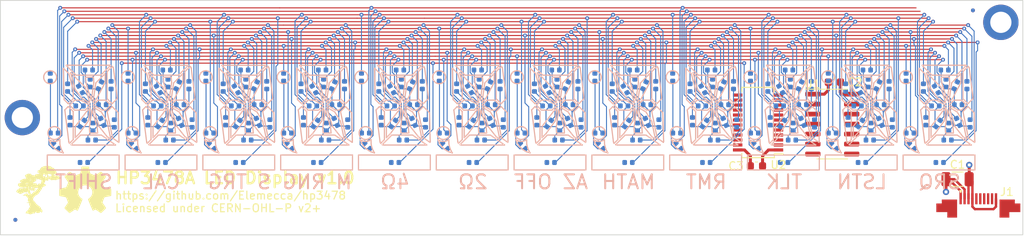
<source format=kicad_pcb>
(kicad_pcb (version 20211014) (generator pcbnew)
  (title_block (title "HP3478A LED Display") (date "2022-10-04") (rev "1.0") (company "© 2022 Sam Hanes, licensed under CERN-OHL-P v2+") (comment 1 "https://github.com/Elemecca/hp3478") (comment 2 "Licensed under CERN-OHL-P v2+"))
  (layers (0 "F.Cu" signal) (31 "B.Cu" signal) (34 "B.Paste" user) (35 "F.Paste" user) (36 "B.SilkS" user "B.Silkscreen") (37 "F.SilkS" user "F.Silkscreen") (38 "B.Mask" user) (39 "F.Mask" user) (44 "Edge.Cuts" user))
  (net 0 "")
  (net 1 "GND")
  (net 2 "+5V")
  (net 3 "/A0")
  (net 5 "/A1")
  (net 6 "/A2")
  (net 7 "/A3")
  (net 8 "/A4")
  (net 9 "/A5")
  (net 10 "/A6")
  (net 11 "/A7")
  (net 12 "/A8")
  (net 13 "/A9")
  (net 14 "/A10")
  (net 15 "/A11")
  (net 16 "/A12")
  (net 17 "/A13")
  (net 18 "/A14")
  (net 19 "/PGC")
  (net 20 "/PGD")
  (net 21 "/A15")
  (net 22 "/HP1")
  (net 23 "/HPWO")
  (net 24 "/K5")
  (net 25 "/K6")
  (net 26 "/K11")
  (net 27 "/K10")
  (net 28 "/K9")
  (net 29 "/K4")
  (net 30 "/K3")
  (net 31 "/K2")
  (net 32 "/K1")
  (net 33 "/K0")
  (net 34 "/K8")
  (net 35 "/K7")
  (net 36 "/K12")
  (net 37 "/DSD")
  (net 38 "/DLC")
  (net 39 "/~{DOE}")
  (net 40 "/DSC")
  (net 41 "/HSYNC")
  (net 42 "/HISA")
  (net 43 "/HIWA")
  (net 44 "/DSD2")
  (net 46 "/K13")
  (net 47 "/K14")
  (footprint "Fiducial:Fiducial_0.5mm_Mask1.5mm" (layer "F.Cu") (at 200.025 52.07)
    (fp_text reference "FD3" hide)
    (fp_text value "Fiducial_0.5mm_Mask1.5mm" hide)
  )
  (footprint "Capacitor_SMD:C_1206_3216Metric" (layer "F.Cu") (at 198.0694 73.566)
    (fp_text reference "C1")
    (fp_text value "22u")
  )
  (footprint "Capacitor_SMD:C_0603_1608Metric" (layer "F.Cu") (at 182.385 61.214)
    (fp_text reference "C2")
    (fp_text value "100n")
  )
  (footprint "Package_SO:SO-14_3.9x8.65mm_P1.27mm" (layer "F.Cu") (at 182.118 66.548)
    (fp_text reference "U1")
    (fp_text value "FT60F1x2")
  )
  (footprint "Capacitor_SMD:C_0603_1608Metric" (layer "F.Cu") (at 172.466 71.882)
    (fp_text reference "C3")
    (fp_text value "100n")
  )
  (footprint "Symbol:OSHW-Symbol_6.7x6mm_SilkScreen" (layer "F.Cu") (at 86.995 74.93)
    (fp_text reference "REF**" hide)
    (fp_text value "OSHW-Symbol_6.7x6mm_SilkScreen" hide)
  )
  (footprint "Package_SO:SSOP-24_3.9x8.7mm_P0.635mm" (layer "F.Cu") (at 172.67 66.35 180)
    (fp_text reference "U2")
    (fp_text value "SM16206")
  )
  (footprint "0Local:Amphenol_SFV10R-1ST" (layer "F.Cu") (at 200.711 77.757)
    (fp_text reference "J1")
    (fp_text value "SFV10R-1ST")
  )
  (footprint "Fiducial:Fiducial_0.5mm_Mask1.5mm" (layer "F.Cu") (at 78.105 78.74)
    (fp_text reference "FD4" hide)
    (fp_text value "Fiducial_0.5mm_Mask1.5mm" hide)
  )
  (footprint "0Local:Symbol_Bonsai_6.7mm" (layer "F.Cu") (at 80.995 74.93)
    (fp_text reference "G***" hide)
    (fp_text value "LOGO" hide)
  )
  (footprint "0Local:LED_0402_1005Metric" (layer "B.Cu") (at 168.1226 61.6204 65)
    (fp_text reference "D503" hide)
    (fp_text value "LED" hide)
  )
  (footprint "0Local:LED_0402_1005Metric" (layer "B.Cu") (at 137.5156 66.9036 90)
    (fp_text reference "D811" hide)
    (fp_text value "LED" hide)
  )
  (footprint "0Local:LED_0402_1005Metric" (layer "B.Cu") (at 193.7258 61.9093 90)
    (fp_text reference "D206" hide)
    (fp_text value "LED" hide)
  )
  (footprint "0Local:Digit_Outline" (layer "B.Cu") (at 180.467 69.215 180)
    (fp_text reference "REF2" hide)
    (fp_text value "Value " hide)
  )
  (footprint "0Local:LED_0402_1005Metric" (layer "B.Cu") (at 116.1288 62.1284 120)
    (fp_text reference "D1005" hide)
    (fp_text value "LED" hide)
  )
  (footprint "0Local:LED_0402_1005Metric" (layer "B.Cu") (at 97.3582 59.6646)
    (fp_text reference "D1201" hide)
    (fp_text value "LED" hide)
  )
  (footprint "0Local:LED_0402_1005Metric" (layer "B.Cu") (at 112.776 67.691)
    (fp_text reference "D134" hide)
    (fp_text value "LED" hide)
  )
  (footprint "0Local:LED_0402_1005Metric" (layer "B.Cu") (at 86.2838 64.2366 180)
    (fp_text reference "D1308" hide)
    (fp_text value "LED" hide)
  )
  (footprint "0Local:LED_0402_1005Metric" (layer "B.Cu") (at 146.8882 59.6646)
    (fp_text reference "D701" hide)
    (fp_text value "LED" hide)
  )
  (footprint "0Local:LED_0402_1005Metric" (layer "B.Cu") (at 147.2692 68.58)
    (fp_text reference "D714" hide)
    (fp_text value "LED" hide)
  )
  (footprint "0Local:LED_0402_1005Metric" (layer "B.Cu") (at 84.7598 61.9093 90)
    (fp_text reference "D1306" hide)
    (fp_text value "LED" hide)
  )
  (footprint "0Local:Digit_Outline" (layer "B.Cu") (at 160.655 69.215 180)
    (fp_text reference "REF4" hide)
    (fp_text value "Value " hide)
  )
  (footprint "0Local:LED_0402_1005Metric" (layer "B.Cu") (at 179.8574 66.4718 90)
    (fp_text reference "D409" hide)
    (fp_text value "LED" hide)
  )
  (footprint "0Local:LED_0402_1005Metric" (layer "B.Cu") (at 139.827 61.595 90)
    (fp_text reference "D802" hide)
    (fp_text value "LED" hide)
  )
  (footprint "0Local:LED_0402_1005Metric" (layer "B.Cu") (at 199.263 61.595 90)
    (fp_text reference "D202" hide)
    (fp_text value "LED" hide)
  )
  (footprint "0Local:LED_0402_1005Metric" (layer "B.Cu") (at 157.3276 66.9036 90)
    (fp_text reference "D611" hide)
    (fp_text value "LED" hide)
  )
  (footprint "0Local:LED_0402_1005Metric" (layer "B.Cu") (at 130.3274 66.4718 90)
    (fp_text reference "D909" hide)
    (fp_text value "LED" hide)
  )
  (footprint "0Local:LED_0402_1005Metric" (layer "B.Cu") (at 196.7992 68.58)
    (fp_text reference "D214" hide)
    (fp_text value "LED" hide)
  )
  (footprint "0Local:LED_0402_1005Metric" (layer "B.Cu") (at 162.5346 69.342 135)
    (fp_text reference "D115" hide)
    (fp_text value "LED" hide)
  )
  (footprint "0Local:LED_0402_1005Metric" (layer "B.Cu") (at 185.4708 62.1284 120)
    (fp_text reference "D305" hide)
    (fp_text value "LED" hide)
  )
  (footprint "0Local:LED_0402_1005Metric" (layer "B.Cu") (at 172.4406 69.342 135)
    (fp_text reference "D111" hide)
    (fp_text value "LED" hide)
  )
  (footprint "0Local:LED_0402_1005Metric" (layer "B.Cu") (at 146.05 66.4718 55)
    (fp_text reference "D712" hide)
    (fp_text value "LED" hide)
  )
  (footprint "0Local:LED_0402_1005Metric" (layer "B.Cu") (at 116.0018 64.2366 180)
    (fp_text reference "D1008" hide)
    (fp_text value "LED" hide)
  )
  (footprint "0Local:LED_0402_1005Metric" (layer "B.Cu") (at 135.8138 64.2366 180)
    (fp_text reference "D808" hide)
    (fp_text value "LED" hide)
  )
  (footprint "0Local:LED_0402_1005Metric" (layer "B.Cu") (at 87.4522 59.6646)
    (fp_text reference "D1301" hide)
    (fp_text value "LED" hide)
  )
  (footprint "0Local:LED_0402_1005Metric" (layer "B.Cu") (at 140.2334 66.4718 90)
    (fp_text reference "D809" hide)
    (fp_text value "LED" hide)
  )
  (footprint "0Local:LED_0402_1005Metric" (layer "B.Cu") (at 89.1794 66.2686 115)
    (fp_text reference "D1310" hide)
    (fp_text value "LED" hide)
  )
  (footprint "0Local:LED_0402_1005Metric" (layer "B.Cu") (at 120.015 61.595 90)
    (fp_text reference "D1002" hide)
    (fp_text value "LED" hide)
  )
  (footprint "0Local:LED_0402_1005Metric" (layer "B.Cu") (at 151.892 60.579 90)
    (fp_text reference "D117" hide)
    (fp_text value "LED" hide)
  )
  (footprint "0Local:LED_0402_1005Metric" (layer "B.Cu") (at 146.2639 71.4375)
    (fp_text reference "D124" hide)
    (fp_text value "LED" hide)
  )
  (footprint "0Local:LED_0402_1005Metric" (layer "B.Cu") (at 144.5006 66.1924 90)
    (fp_text reference "D713" hide)
    (fp_text value "LED" hide)
  )
  (footprint "0Local:LED_0402_1005Metric" (layer "B.Cu") (at 87.8332 68.58)
    (fp_text reference "D1314" hide)
    (fp_text value "LED" hide)
  )
  (footprint "0Local:LED_0402_1005Metric" (layer "B.Cu") (at 107.6452 68.58)
    (fp_text reference "D1114" hide)
    (fp_text value "LED" hide)
  )
  (footprint "0Local:LED_0402_1005Metric" (layer "B.Cu") (at 86.614 66.4718 55)
    (fp_text reference "D1312" hide)
    (fp_text value "LED" hide)
  )
  (footprint "0Local:LED_0402_1005Metric" (layer "B.Cu") (at 127.254 61.341 90)
    (fp_text reference "D904" hide)
    (fp_text value "LED" hide)
  )
  (footprint "0Local:LED_0402_1005Metric" (layer "B.Cu") (at 114.4778 61.9093 90)
    (fp_text reference "D1006" hide)
    (fp_text value "LED" hide)
  )
  (footprint "0Local:LED_0402_1005Metric" (layer "B.Cu") (at 96.1898 64.2366 180)
    (fp_text reference "D1208" hide)
    (fp_text value "LED" hide)
  )
  (footprint "0Local:LED_0402_1005Metric" (layer "B.Cu") (at 182.118 67.691)
    (fp_text reference "D106" hide)
    (fp_text value "LED" hide)
  )
  (footprint "0Local:LED_0402_1005Metric" (layer "B.Cu") (at 134.2898 61.9093 90)
    (fp_text reference "D806" hide)
    (fp_text value "LED" hide)
  )
  (footprint "0Local:LED_0402_1005Metric" (layer "B.Cu") (at 96.52 66.4718 55)
    (fp_text reference "D1212" hide)
    (fp_text value "LED" hide)
  )
  (footprint "0Local:LED_0402_1005Metric" (layer "B.Cu") (at 179.451 61.595 90)
    (fp_text reference "D402" hide)
    (fp_text value "LED" hide)
  )
  (footprint "0Local:LED_0402_1005Metric" (layer "B.Cu") (at 157.1752 68.58)
    (fp_text reference "D614" hide)
    (fp_text value "LED" hide)
  )
  (footprint "0Local:LED_0402_1005Metric" (layer "B.Cu") (at 168.4274 64.0842)
    (fp_text reference "D507" hide)
    (fp_text value "LED" hide)
  )
  (footprint "0Local:LED_0402_1005Metric" (layer "B.Cu") (at 142.7226 69.342 135)
    (fp_text reference "D123" hide)
    (fp_text value "LED" hide)
  )
  (footprint "0Local:LED_0402_1005Metric" (layer "B.Cu") (at 167.0812 68.58)
    (fp_text reference "D514" hide)
    (fp_text value "LED" hide)
  )
  (footprint "0Local:LED_0402_1005Metric" (layer "B.Cu") (at 82.55 60.579 90)
    (fp_text reference "D145" hide)
    (fp_text value "LED" hide)
  )
  (footprint "0Local:LED_0402_1005Metric" (layer "B.Cu") (at 138.7094 66.2686 115)
    (fp_text reference "D810" hide)
    (fp_text value "LED" hide)
  )
  (footprint "0Local:LED_0402_1005Metric" (layer "B.Cu") (at 169.9514 66.4718 90)
    (fp_text reference "D509" hide)
    (fp_text value "LED" hide)
  )
  (footprint "0Local:LED_0402_1005Metric" (layer "B.Cu") (at 108.9914 64.0842)
    (fp_text reference "D1107" hide)
    (fp_text value "LED" hide)
  )
  (footprint "0Local:LED_0402_1005Metric" (layer "B.Cu") (at 100.6094 66.4718 90)
    (fp_text reference "D1209" hide)
    (fp_text value "LED" hide)
  )
  (footprint "0Local:LED_0402_1005Metric" (layer "B.Cu") (at 171.704 60.579 90)
    (fp_text reference "D109" hide)
    (fp_text value "LED" hide)
  )
  (footprint "0Local:LED_0402_1005Metric" (layer "B.Cu") (at 166.7002 59.6646)
    (fp_text reference "D501" hide)
    (fp_text value "LED" hide)
  )
  (footprint "0Local:LED_0402_1005Metric" (layer "B.Cu") (at 148.6154 64.0842)
    (fp_text reference "D707" hide)
    (fp_text value "LED" hide)
  )
  (footprint "0Local:LED_0402_1005Metric" (layer "B.Cu") (at 112.268 60.579 90)
    (fp_text reference "D133" hide)
    (fp_text value "LED" hide)
  )
  (footprint "0Local:LED_0402_1005Metric" (layer "B.Cu") (at 116.332 66.4718 55)
    (fp_text reference "D1012" hide)
    (fp_text value "LED" hide)
  )
  (footprint "0Local:LED_0402_1005Metric" (layer "B.Cu") (at 132.8166 69.342 135)
    (fp_text reference "D127" hide)
    (fp_text value "LED" hide)
  )
  (footprint "Fiducial:Fiducial_0.5mm_Mask1.5mm" (layer "B.Cu") (at 78.105 78.74 180)
    (fp_text reference "FD2" hide)
    (fp_text value "Fiducial_0.5mm_Mask1.5mm" hide)
  )
  (footprint "0Local:LED_0402_1005Metric" (layer "B.Cu") (at 188.2394 64.0842)
    (fp_text reference "D307" hide)
    (fp_text value "LED" hide)
  )
  (footprint "0Local:LED_0402_1005Metric" (layer "B.Cu") (at 184.1246 66.1924 90)
    (fp_text reference "D313" hide)
    (fp_text value "LED" hide)
  )
  (footprint "0Local:LED_0402_1005Metric" (layer "B.Cu") (at 174.2186 66.1924 90)
    (fp_text reference "D413" hide)
    (fp_text value "LED" hide)
  )
  (footprint "0Local:LED_0402_1005Metric" (layer "B.Cu") (at 160.0454 66.4718 90)
    (fp_text reference "D609" hide)
    (fp_text value "LED" hide)
  )
  (footprint "0Local:LED_0402_1005Metric" (layer "B.Cu") (at 144.1958 61.9093 90)
    (fp_text reference "D706" hide)
    (fp_text value "LED" hide)
  )
  (footprint "0Local:LED_0402_1005Metric" (layer "B.Cu") (at 104.8766 66.1924 90)
    (fp_text reference "D1113" hide)
    (fp_text value "LED" hide)
  )
  (footprint "0Local:LED_0402_1005Metric" (layer "B.Cu") (at 192.024 67.691)
    (fp_text reference "D102" hide)
    (fp_text value "LED" hide)
  )
  (footprint "0Local:LED_0402_1005Metric" (layer "B.Cu") (at 94.9706 66.1924 90)
    (fp_text reference "D1213" hide)
    (fp_text value "LED" hide)
  )
  (footprint "0Local:LED_0402_1005Metric" (layer "B.Cu") (at 165.6588 62.1284 120)
    (fp_text reference "D505" hide)
    (fp_text value "LED" hide)
  )
  (footprint "0Local:LED_0402_1005Metric" (layer "B.Cu") (at 147.4216 66.9036 90)
    (fp_text reference "D711" hide)
    (fp_text value "LED" hide)
  )
  (footprint "0Local:LED_0402_1005Metric" (layer "B.Cu") (at 134.5946 66.1924 90)
    (fp_text reference "D813" hide)
    (fp_text value "LED" hide)
  )
  (footprint "0Local:LED_0402_1005Metric" (layer "B.Cu") (at 97.7392 68.58)
    (fp_text reference "D1214" hide)
    (fp_text value "LED" hide)
  )
  (footprint "0Local:LED_0402_1005Metric" (layer "B.Cu") (at 145.8468 62.1284 120)
    (fp_text reference "D705" hide)
    (fp_text value "LED" hide)
  )
  (footprint "0Local:LED_0402_1005Metric" (layer "B.Cu") (at 185.3438 64.2366 180)
    (fp_text reference "D308" hide)
    (fp_text value "LED" hide)
  )
  (footprint "0Local:LED_0402_1005Metric" (layer "B.Cu") (at 175.4378 64.2366 180)
    (fp_text reference "D408" hide)
    (fp_text value "LED" hide)
  )
  (footprint "0Local:LED_0402_1005Metric" (layer "B.Cu") (at 87.63 61.341 90)
    (fp_text reference "D1304" hide)
    (fp_text value "LED" hide)
  )
  (footprint "0Local:LED_0402_1005Metric" (layer "B.Cu") (at 150.1394 66.4718 90)
    (fp_text reference "D709" hide)
    (fp_text value "LED" hide)
  )
  (footprint "0Local:LED_0402_1005Metric" (layer "B.Cu") (at 175.5648 62.1284 120)
    (fp_text reference "D405" hide)
    (fp_text value "LED" hide)
  )
  (footprint "0Local:LED_0402_1005Metric" (layer "B.Cu") (at 173.9138 61.9093 90)
    (fp_text reference "D406" hide)
    (fp_text value "LED" hide)
  )
  (footprint "0Local:LED_0402_1005Metric" (layer "B.Cu") (at 110.109 61.595 90)
    (fp_text reference "D1102" hide)
    (fp_text value "LED" hide)
  )
  (footprint "0Local:LED_0402_1005Metric" (layer "B.Cu") (at 194.0306 66.1924 90)
    (fp_text reference "D213" hide)
    (fp_text value "LED" hide)
  )
  (footprint "0Local:LED_0402_1005Metric" (layer "B.Cu") (at 196.4182 59.6646)
    (fp_text reference "D201" hide)
    (fp_text value "LED" hide)
  )
  (footprint "0Local:LED_0402_1005Metric" (layer "B.Cu") (at 148.3106 61.6204 65)
    (fp_text reference "D703" hide)
    (fp_text value "LED" hide)
  )
  (footprint "0Local:LED_0402_1005Metric" (layer "B.Cu") (at 195.3768 62.1284 120)
    (fp_text reference "D205" hide)
    (fp_text value "LED" hide)
  )
  (footprint "0Local:LED_0402_1005Metric" (layer "B.Cu") (at 183.8198 61.9093 90)
    (fp_text reference "D306" hide)
    (fp_text value "LED" hide)
  )
  (footprint "0Local:LED_0402_1005Metric" (layer "B.Cu") (at 176.9872 68.58)
    (fp_text reference "D414" hide)
    (fp_text value "LED" hide)
  )
  (footprint "0Local:LED_0402_1005Metric" (layer "B.Cu") (at 181.61 60.579 90)
    (fp_text reference "D105" hide)
    (fp_text value "LED" hide)
  )
  (footprint "0Local:LED_0402_1005Metric" (layer "B.Cu") (at 122.174 60.579 90)
    (fp_text reference "D129" hide)
    (fp_text value "LED" hide)
  )
  (footprint "0Local:LED_0402_1005Metric" (layer "B.Cu") (at 195.7939 71.4375)
    (fp_text reference "D104" hide)
    (fp_text value "LED" hide)
  )
  (footprint "0Local:LED_0402_1005Metric" (layer "B.Cu") (at 126.238 66.4718 55)
    (fp_text reference "D912" hide)
    (fp_text value "LED" hide)
  )
  (footprint "0Local:LED_0402_1005Metric" (layer "B.Cu") (at 92.964 67.691)
    (fp_text reference "D142" hide)
    (fp_text value "LED" hide)
  )
  (footprint "0Local:LED_0402_1005Metric" (layer "B.Cu") (at 168.4274 66.2686 115)
    (fp_text reference "D510" hide)
    (fp_text value "LED" hide)
  )
  (footprint "0Local:LED_0402_1005Metric" (layer "B.Cu") (at 166.0759 71.4375)
    (fp_text reference "D116" hide)
    (fp_text value "LED" hide)
  )
  (footprint "Fiducial:Fiducial_0.5mm_Mask1.5mm" (layer "B.Cu") (at 200.025 52.07 180)
    (fp_text reference "FD1" hide)
    (fp_text value "Fiducial_0.5mm_Mask1.5mm" hide)
  )
  (footprint "0Local:LED_0402_1005Metric" (layer "B.Cu") (at 99.0854 64.0842)
    (fp_text reference "D1207" hide)
    (fp_text value "LED" hide)
  )
  (footprint "0Local:LED_0402_1005Metric" (layer "B.Cu") (at 83.2866 69.342 135)
    (fp_text reference "D147" hide)
    (fp_text value "LED" hide)
  )
  (footprint "0Local:LED_0402_1005Metric" (layer "B.Cu") (at 136.3579 71.4375)
    (fp_text reference "D128" hide)
    (fp_text value "LED" hide)
  )
  (footprint "0Local:LED_0402_1005Metric" (layer "B.Cu") (at 100.203 61.595 90)
    (fp_text reference "D1202" hide)
    (fp_text value "LED" hide)
  )
  (footprint "0Local:Digit_Outline" (layer "B.Cu") (at 111.125 69.215 180)
    (fp_text reference "REF9" hide)
    (fp_text value "Value " hide)
  )
  (footprint "0Local:LED_0402_1005Metric" (layer "B.Cu") (at 99.0854 66.2686 115)
    (fp_text reference "D1210" hide)
    (fp_text value "LED" hide)
  )
  (footprint "0Local:LED_0402_1005Metric" (layer "B.Cu") (at 159.639 61.595 90)
    (fp_text reference "D602" hide)
    (fp_text value "LED" hide)
  )
  (footprint "0Local:LED_0402_1005Metric" (layer "B.Cu") (at 92.456 60.579 90)
    (fp_text reference "D141" hide)
    (fp_text value "LED" hide)
  )
  (footprint "0Local:LED_0402_1005Metric" (layer "B.Cu") (at 158.5214 66.2686 115)
    (fp_text reference "D610" hide)
    (fp_text value "LED" hide)
  )
  (footprint "0Local:LED_0402_1005Metric" (layer "B.Cu") (at 191.516 60.579 90)
    (fp_text reference "D101" hide)
    (fp_text value "LED" hide)
  )
  (footprint "0Local:LED_0402_1005Metric" (layer "B.Cu") (at 178.0286 61.6204 65)
    (fp_text reference "D403" hide)
    (fp_text value "LED" hide)
  )
  (footprint "0Local:LED_0402_1005Metric" (layer "B.Cu") (at 189.7634 66.4718 90)
    (fp_text reference "D309" hide)
    (fp_text value "LED" hide)
  )
  (footprint "0Local:LED_0402_1005Metric" (layer "B.Cu") (at 176.784 61.341 90)
    (fp_text reference "D404" hide)
    (fp_text value "LED" hide)
  )
  (footprint "0Local:LED_0402_1005Metric" (layer "B.Cu") (at 175.768 66.4718 55)
    (fp_text reference "D412" hide)
    (fp_text value "LED" hide)
  )
  (footprint "0Local:LED_0402_1005Metric" (layer "B.Cu") (at 142.494 67.691)
    (fp_text reference "D122" hide)
    (fp_text value "LED" hide)
  )
  (footprint "0Local:LED_0402_1005Metric" (layer "B.Cu") (at 166.878 61.341 90)
    (fp_text reference "D504" hide)
    (fp_text value "LED" hide)
  )
  (footprint "0Local:LED_0402_1005Metric" (layer "B.Cu") (at 122.9106 69.342 135)
    (fp_text reference "D131" hide)
    (fp_text value "LED" hide)
  )
  (footprint "0Local:LED_0402_1005Metric" (layer "B.Cu") (at 145.7198 64.2366 180)
    (fp_text reference "D708" hide)
    (fp_text value "LED" hide)
  )
  (footprint "0Local:LED_0402_1005Metric" (layer "B.Cu") (at 129.921 61.595 90)
    (fp_text reference "D902" hide)
    (fp_text value "LED" hide)
  )
  (footprint "0Local:LED_0402_1005Metric" (layer "B.Cu") (at 128.8034 66.2686 115)
    (fp_text reference "D910" hide)
    (fp_text value "LED" hide)
  )
  (footprint "0Local:LED_0402_1005Metric" (layer "B.Cu") (at 90.7034 66.4718 90)
    (fp_text reference "D1309" hide)
    (fp_text value "LED" hide)
  )
  (footprint "0Local:LED_0402_1005Metric" (layer "B.Cu") (at 187.0456 66.9036 90)
    (fp_text reference "D311" hide)
    (fp_text value "LED" hide)
  )
  (footprint "0Local:LED_0402_1005Metric" (layer "B.Cu") (at 127.4572 68.58)
    (fp_text reference "D914" hide)
    (fp_text value "LED" hide)
  )
  (footprint "0Local:LED_0402_1005Metric" (layer "B.Cu") (at 97.8916 66.9036 90)
    (fp_text reference "D1211" hide)
    (fp_text value "LED" hide)
  )
  (footprint "0Local:LED_0402_1005Metric" (layer "B.Cu") (at 90.297 61.595 90)
    (fp_text reference "D1302" hide)
    (fp_text value "LED" hide)
  )
  (footprint "0Local:LED_0402_1005Metric" (layer "B.Cu") (at 117.5512 68.58)
    (fp_text reference "D1014" hide)
    (fp_text value "LED" hide)
  )
  (footprint "0Local:LED_0402_1005Metric" (layer "B.Cu") (at 106.426 66.4718 55)
    (fp_text reference "D1112" hide)
    (fp_text value "LED" hide)
  )
  (footprint "0Local:LED_0402_1005Metric" (layer "B.Cu") (at 106.6399 71.4375)
    (fp_text reference "D140" hide)
    (fp_text value "LED" hide)
  )
  (footprint "0Local:LED_0402_1005Metric" (layer "B.Cu") (at 126.0348 62.1284 120)
    (fp_text reference "D905" hide)
    (fp_text value "LED" hide)
  )
  (footprint "0Local:LED_0402_1005Metric" (layer "B.Cu") (at 158.2166 61.6204 65)
    (fp_text reference "D603" hide)
    (fp_text value "LED" hide)
  )
  (footprint "0Local:LED_0402_1005Metric" (layer "B.Cu") (at 138.4046 61.6204 65)
    (fp_text reference "D803" hide)
    (fp_text value "LED" hide)
  )
  (footprint "0Local:Digit_Outline" (layer "B.Cu") (at 170.561 69.215 180)
    (fp_text reference "REF3" hide)
    (fp_text value "Value " hide)
  )
  (footprint "0Local:LED_0402_1005Metric" (layer "B.Cu") (at 162.306 67.691)
    (fp_text reference "D114" hide)
    (fp_text value "LED" hide)
  )
  (footprint "0Local:LED_0402_1005Metric" (layer "B.Cu") (at 148.6154 66.2686 115)
    (fp_text reference "D710" hide)
    (fp_text value "LED" hide)
  )
  (footprint "0Local:LED_0402_1005Metric" (layer "B.Cu") (at 107.7976 66.9036 90)
    (fp_text reference "D1111" hide)
    (fp_text value "LED" hide)
  )
  (footprint "0Local:LED_0402_1005Metric" (layer "B.Cu") (at 164.3126 66.1924 90)
    (fp_text reference "D513" hide)
    (fp_text value "LED" hide)
  )
  (footprint "0Local:LED_0402_1005Metric" (layer "B.Cu") (at 198.1454 64.0842)
    (fp_text reference "D207" hide)
    (fp_text value "LED" hide)
  )
  (footprint "0Local:LED_0402_1005Metric" (layer "B.Cu") (at 154.4066 66.1924 90)
    (fp_text reference "D613" hide)
    (fp_text value "LED" hide)
  )
  (footprint "0Local:LED_0402_1005Metric" (layer "B.Cu") (at 161.798 60.579 90)
    (fp_text reference "D113" hide)
    (fp_text value "LED" hide)
  )
  (footprint "0Local:LED_0402_1005Metric" (layer "B.Cu") (at 97.536 61.341 90)
    (fp_text reference "D1204" hide)
    (fp_text value "LED" hide)
  )
  (footprint "0Local:LED_0402_1005Metric" (layer "B.Cu") (at 125.9078 64.2366 180)
    (fp_text reference "D908" hide)
    (fp_text value "LED" hide)
  )
  (footprint "0Local:Digit_Outline" (layer "B.Cu") (at 101.219 69.215 180)
    (fp_text reference "REF10" hide)
    (fp_text value "Value " hide)
  )
  (footprint "0Local:LED_0402_1005Metric" (layer "B.Cu") (at 196.596 61.341 90)
    (fp_text reference "D204" hide)
    (fp_text value "LED" hide)
  )
  (footprint "0Local:LED_0402_1005Metric" (layer "B.Cu") (at 177.1396 66.9036 90)
    (fp_text reference "D411" hide)
    (fp_text value "LED" hide)
  )
  (footprint "0Local:LED_0402_1005Metric" (layer "B.Cu") (at 87.9856 66.9036 90)
    (fp_text reference "D1311" hide)
    (fp_text value "LED" hide)
  )
  (footprint "0Local:LED_0402_1005Metric" (layer "B.Cu") (at 199.6694 66.4718 90)
    (fp_text reference "D209" hide)
    (fp_text value "LED" hide)
  )
  (footprint "0Local:Digit_Outline" (layer "B.Cu") (at 130.937 69.215 180)
    (fp_text reference "REF7" hide)
    (fp_text value "Value " hide)
  )
  (footprint "0Local:LED_0402_1005Metric" (layer "B.Cu") (at 102.362 60.579 90)
    (fp_text reference "D137" hide)
    (fp_text value "LED" hide)
  )
  (footprint "0Local:LED_0402_1005Metric" (layer "B.Cu") (at 152.6286 69.342 135)
    (fp_text reference "D119" hide)
    (fp_text value "LED" hide)
  )
  (footprint "0Local:LED_0402_1005Metric" (layer "B.Cu") (at 86.4108 62.1284 120)
    (fp_text reference "D1305" hide)
    (fp_text value "LED" hide)
  )
  (footprint "0Local:LED_0402_1005Metric" (layer "B.Cu") (at 132.08 60.579 90)
    (fp_text reference "D125" hide)
    (fp_text value "LED" hide)
  )
  (footprint "0Local:Digit_Outline" (layer "B.Cu") (at 190.373 69.215 180)
    (fp_text reference "REF1" hide)
    (fp_text value "Value " hide)
  )
  (footprint "0Local:LED_0402_1005Metric" (layer "B.Cu") (at 152.4 67.691)
    (fp_text reference "D118" hide)
    (fp_text value "LED" hide)
  )
  (footprint "0Local:LED_0402_1005Metric" (layer "B.Cu") (at 156.1699 71.4375)
    (fp_text reference "D120" hide)
    (fp_text value "LED" hide)
  )
  (footprint "0Local:LED_0402_1005Metric" (layer "B.Cu") (at 137.16 61.341 90)
    (fp_text reference "D804" hide)
    (fp_text value "LED" hide)
  )
  (footprint "0Local:LED_0402_1005Metric" (layer "B.Cu") (at 178.3334 64.0842)
    (fp_text reference "D407" hide)
    (fp_text value "LED" hide)
  )
  (footprint "0Local:LED_0402_1005Metric" (layer "B.Cu") (at 103.0986 69.342 135)
    (fp_text reference "D139" hide)
    (fp_text value "LED" hide)
  )
  (footprint "0Local:LED_0402_1005Metric" (layer "B.Cu") (at 172.212 67.691)
    (fp_text reference "D110" hide)
    (fp_text value "LED" hide)
  )
  (footprint "0Local:LED_0402_1005Metric" (layer "B.Cu") (at 104.5718 61.9093 90)
    (fp_text reference "D1106" hide)
    (fp_text value "LED" hide)
  )
  (footprint "MountingHole:MountingHole_2.7mm_M2.5_ISO14580_Pad" (layer "B.Cu") (at 78.994 65.7225 180)
    (fp_text reference "MH2" hide)
    (fp_text value "MountingHole_2.7mm_M2.5_ISO14580_Pad" hide)
  )
  (footprint "0Local:LED_0402_1005Metric" (layer "B.Cu") (at 127.0762 59.6646)
    (fp_text reference "D901" hide)
    (fp_text value "LED" hide)
  )
  (footprint "0Local:LED_0402_1005Metric" (layer "B.Cu") (at 165.5318 64.2366 180)
    (fp_text reference "D508" hide)
    (fp_text value "LED" hide)
  )
  (footprint "0Local:LED_0402_1005Metric" (layer "B.Cu") (at 196.9516 66.9036 90)
    (fp_text reference "D211" hide)
    (fp_text value "LED" hide)
  )
  (footprint "0Local:LED_0402_1005Metric" (layer "B.Cu") (at 107.442 61.341 90)
    (fp_text reference "D1104" hide)
    (fp_text value "LED" hide)
  )
  (footprint "0Local:LED_0402_1005Metric" (layer "B.Cu") (at 127.6096 66.9036 90)
    (fp_text reference "D911" hide)
    (fp_text value "LED" hide)
  )
  (footprint "0Local:LED_0402_1005Metric" (layer "B.Cu") (at 117.1702 59.6646)
    (fp_text reference "D1001" hide)
    (fp_text value "LED" hide)
  )
  (footprint "0Local:LED_0402_1005Metric" (layer "B.Cu") (at 141.986 60.579 90)
    (fp_text reference "D121" hide)
    (fp_text value "LED" hide)
  )
  (footprint "0Local:LED_0402_1005Metric" (layer "B.Cu") (at 136.144 66.4718 55)
    (fp_text reference "D812" hide)
    (fp_text value "LED" hide)
  )
  (footprint "0Local:LED_0402_1005Metric" (layer "B.Cu") (at 147.066 61.341 90)
    (fp_text reference "D704" hide)
    (fp_text value "LED" hide)
  )
  (footprint "0Local:LED_0402_1005Metric" (layer "B.Cu") (at 186.5122 59.6646)
    (fp_text reference "D301" hide)
    (fp_text value "LED" hide)
  )
  (footprint "0Local:Digit_Outline" (layer "B.Cu") (at 140.843 69.215 180)
    (fp_text reference "REF6" hide)
    (fp_text value "Value " hide)
  )
  (footprint "0Local:LED_0402_1005Metric" (layer "B.Cu") (at 149.733 61.595 90)
    (fp_text reference "D702" hide)
    (fp_text value "LED" hide)
  )
  (footprint "0Local:LED_0402_1005Metric" (layer "B.Cu") (at 155.956 66.4718 55)
    (fp_text reference "D612" hide)
    (fp_text value "LED" hide)
  )
  (footprint "0Local:LED_0402_1005Metric" (layer "B.Cu") (at 98.7806 61.6204 65)
    (fp_text reference "D1203" hide)
    (fp_text value "LED" hide)
  )
  (footprint "0Local:LED_0402_1005Metric" (layer "B.Cu") (at 86.8279 71.4375)
    (fp_text reference "D148" hide)
    (fp_text value "LED" hide)
  )
  (footprint "0Local:LED_0402_1005Metric" (layer "B.Cu") (at 136.9822 59.6646)
    (fp_text reference "D801" hide)
    (fp_text value "LED" hide)
  )
  (footprint "0Local:LED_0402_1005Metric" (layer "B.Cu") (at 175.9819 71.4375)
    (fp_text reference "D112" hide)
    (fp_text value "LED" hide)
  )
  (footprint "0Local:LED_0402_1005Metric" (layer "B.Cu") (at 96.3168 62.1284 120)
    (fp_text reference "D1205" hide)
    (fp_text value "LED" hide)
  )
  (footprint "0Local:LED_0402_1005Metric" (layer "B.Cu") (at 198.1454 66.2686 115)
    (fp_text reference "D210" hide)
    (fp_text value "LED" hide)
  )
  (footprint "0Local:Digit_Outline" (layer "B.Cu") (at 150.749 69.215 180)
    (fp_text reference "REF5" hide)
    (fp_text value "Value " hide)
  )
  (footprint "0Local:LED_0402_1005Metric" (layer "B.Cu") (at 118.5926 61.6204 65)
    (fp_text reference "D1003" hide)
    (fp_text value "LED" hide)
  )
  (footprint "0Local:LED_0402_1005Metric" (layer "B.Cu") (at 186.8932 68.58)
    (fp_text reference "D314" hide)
    (fp_text value "LED" hide)
  )
  (footprint "0Local:LED_0402_1005Metric" (layer "B.Cu") (at 85.0646 66.1924 90)
    (fp_text reference "D1313" hide)
    (fp_text value "LED" hide)
  )
  (footprint "0Local:LED_0402_1005Metric" (layer "B.Cu") (at 94.6658 61.9093 90)
    (fp_text reference "D1206" hide)
    (fp_text value "LED" hide)
  )
  (footprint "0Local:LED_0402_1005Metric" (layer "B.Cu") (at 169.545 61.595 90)
    (fp_text reference "D502" hide)
    (fp_text value "LED" hide)
  )
  (footprint "0Local:LED_0402_1005Metric" (layer "B.Cu") (at 155.7528 62.1284 120)
    (fp_text reference "D605" hide)
    (fp_text value "LED" hide)
  )
  (footprint "0Local:LED_0402_1005Metric" (layer "B.Cu") (at 185.674 66.4718 55)
    (fp_text reference "D312" hide)
    (fp_text value "LED" hide)
  )
  (footprint "0Local:LED_0402_1005Metric" (layer "B.Cu") (at 117.348 61.341 90)
    (fp_text reference "D1004" hide)
    (fp_text value "LED" hide)
  )
  (footprint "0Local:LED_0402_1005Metric" (layer "B.Cu") (at 93.1926 69.342 135)
    (fp_text reference "D143" hide)
    (fp_text value "LED" hide)
  )
  (footprint "0Local:LED_0402_1005Metric" (layer "B.Cu") (at 128.4986 61.6204 65)
    (fp_text reference "D903" hide)
    (fp_text value "LED" hide)
  )
  (footprint "0Local:LED_0402_1005Metric" (layer "B.Cu") (at 106.0958 64.2366 180)
    (fp_text reference "D1108" hide)
    (fp_text value "LED" hide)
  )
  (footprint "0Local:LED_0402_1005Metric" (layer "B.Cu") (at 102.87 67.691)
    (fp_text reference "D138" hide)
    (fp_text value "LED" hide)
  )
  (footprint "0Local:LED_0402_1005Metric" (layer "B.Cu") (at 113.0046 69.342 135)
    (fp_text reference "D135" hide)
    (fp_text value "LED" hide)
  )
  (footprint "0Local:LED_0402_1005Metric" (layer "B.Cu") (at 124.6886 66.1924 90)
    (fp_text reference "D913" hide)
    (fp_text value "LED" hide)
  )
  (footprint "0Local:LED_0402_1005Metric" (layer "B.Cu") (at 116.5459 71.4375)
    (fp_text reference "D136" hide)
    (fp_text value "LED" hide)
  )
  (footprint "0Local:Digit_Outline" (layer "B.Cu") (at 91.313 69.215 180)
    (fp_text reference "REF11" hide)
    (fp_text value "Value " hide)
  )
  (footprint "0Local:LED_0402_1005Metric" (layer "B.Cu") (at 195.2498 64.2366 180)
    (fp_text reference "D208" hide)
    (fp_text value "LED" hide)
  )
  (footprint "0Local:LED_0402_1005Metric" (layer "B.Cu") (at 120.4214 66.4718 90)
    (fp_text reference "D1009" hide)
    (fp_text value "LED" hide)
  )
  (footprint "0Local:LED_0402_1005Metric" (layer "B.Cu") (at 128.8034 64.0842)
    (fp_text reference "D907" hide)
    (fp_text value "LED" hide)
  )
  (footprint "0Local:LED_0402_1005Metric" (layer "B.Cu") (at 108.9914 66.2686 115)
    (fp_text reference "D1110" hide)
    (fp_text value "LED" hide)
  )
  (footprint "0Local:LED_0402_1005Metric" (layer "B.Cu") (at 155.6258 64.2366 180)
    (fp_text reference "D608" hide)
    (fp_text value "LED" hide)
  )
  (footprint "0Local:Digit_Outline" (layer "B.Cu") (at 121.031 69.215 180)
    (fp_text reference "REF8" hide)
    (fp_text value "Value " hide)
  )
  (footprint "0Local:LED_0402_1005Metric" (layer "B.Cu") (at 186.69 61.341 90)
    (fp_text reference "D304" hide)
    (fp_text value "LED" hide)
  )
  (footprint "0Local:LED_0402_1005Metric" (layer "B.Cu") (at 167.2336 66.9036 90)
    (fp_text reference "D511" hide)
    (fp_text value "LED" hide)
  )
  (footprint "0Local:LED_0402_1005Metric" (layer "B.Cu") (at 117.7036 66.9036 90)
    (fp_text reference "D1011" hide)
    (fp_text value "LED" hide)
  )
  (footprint "0Local:LED_0402_1005Metric" (layer "B.Cu") (at 187.9346 61.6204 65)
    (fp_text reference "D303" hide)
    (fp_text value "LED" hide)
  )
  (footprint "0Local:LED_0402_1005Metric" (layer "B.Cu") (at 185.8879 71.4375)
    (fp_text reference "D108" hide)
    (fp_text value "LED" hide)
  )
  (footprint "0Local:LED_0402_1005Metric" (layer "B.Cu") (at 164.0078 61.9093 90)
    (fp_text reference "D506" hide)
    (fp_text value "LED" hide)
  )
  (footprint "0Local:LED_0402_1005Metric" (layer "B.Cu") (at 132.588 67.691)
    (fp_text reference "D126" hide)
    (fp_text value "LED" hide)
  )
  (footprint "0Local:LED_0402_1005Metric" (layer "B.Cu") (at 110.5154 66.4718 90)
    (fp_text reference "D1109" hide)
    (fp_text value "LED" hide)
  )
  (footprint "0Local:LED_0402_1005Metric" (layer "B.Cu") (at 189.357 61.595 90)
    (fp_text reference "D302" hide)
    (fp_text value "LED" hide)
  )
  (footprint "0Local:LED_0402_1005Metric" (layer "B.Cu") (at 122.682 67.691)
    (fp_text reference "D130" hide)
    (fp_text value "LED" hide)
  )
  (footprint "0Local:LED_0402_1005Metric" (layer "B.Cu") (at 118.8974 66.2686 115)
    (fp_text reference "D1010" hide)
    (fp_text value "LED" hide)
  )
  (footprint "0Local:LED_0402_1005Metric" (layer "B.Cu") (at 108.6866 61.6204 65)
    (fp_text reference "D1103" hide)
    (fp_text value "LED" hide)
  )
  (footprint "0Local:LED_0402_1005Metric" (layer "B.Cu") (at 137.3632 68.58)
    (fp_text reference "D814" hide)
    (fp_text value "LED" hide)
  )
  (footprint "0Local:LED_0402_1005Metric" (layer "B.Cu") (at 124.3838 61.9093 90)
    (fp_text reference "D906" hide)
    (fp_text value "LED" hide)
  )
  (footprint "0Local:LED_0402_1005Metric" (layer "B.Cu") (at 138.7094 64.0842)
    (fp_text reference "D807" hide)
    (fp_text value "LED" hide)
  )
  (footprint "0Local:LED_0402_1005Metric" (layer "B.Cu") (at 114.7826 66.1924 90)
    (fp_text reference "D1013" hide)
    (fp_text value "LED" hide)
  )
  (footprint "0Local:LED_0402_1005Metric" (layer "B.Cu") (at 192.2526 69.342 135)
    (fp_text reference "D103" hide)
    (fp_text value "LED" hide)
  )
  (footprint "0Local:LED_0402_1005Metric" (layer "B.Cu") (at 107.2642 59.6646)
    (fp_text reference "D1101" hide)
    (fp_text value "LED" hide)
  )
  (footprint "0Local:LED_0402_1005Metric" (layer "B.Cu") (at 83.058 67.691)
    (fp_text reference "D146" hide)
    (fp_text value "LED" hide)
  )
  (footprint "0Local:LED_0402_1005Metric" (layer "B.Cu") (at 195.58 66.4718 55)
    (fp_text reference "D212" hide)
    (fp_text value "LED" hide)
  )
  (footprint "0Local:LED_0402_1005Metric" (layer "B.Cu") (at 176.6062 59.6646)
    (fp_text reference "D401" hide)
    (fp_text value "LED" hide)
  )
  (footprint "0Local:LED_0402_1005Metric" (layer "B.Cu") (at 165.862 66.4718 55)
    (fp_text reference "D512" hide)
    (fp_text value "LED" hide)
  )
  (footprint "0Local:LED_0402_1005Metric" (layer "B.Cu") (at 89.1794 64.0842)
    (fp_text reference "D1307" hide)
    (fp_text value "LED" hide)
  )
  (footprint "0Local:LED_0402_1005Metric" (layer "B.Cu") (at 118.8974 64.0842)
    (fp_text reference "D1007" hide)
    (fp_text value "LED" hide)
  )
  (footprint "0Local:LED_0402_1005Metric" (layer "B.Cu") (at 158.5214 64.0842)
    (fp_text reference "D607" hide)
    (fp_text value "LED" hide)
  )
  (footprint "0Local:LED_0402_1005Metric" (layer "B.Cu") (at 154.1018 61.9093 90)
    (fp_text reference "D606" hide)
    (fp_text value "LED" hide)
  )
  (footprint "0Local:Digit_Outline" (layer "B.Cu") (at 200.279 69.215 180)
    (fp_text reference "REF0" hide)
    (fp_text value "Value " hide)
  )
  (footprint "0Local:LED_0402_1005Metric" (layer "B.Cu") (at 197.8406 61.6204 65)
    (fp_text reference "D203" hide)
    (fp_text value "LED" hide)
  )
  (footprint "0Local:LED_0402_1005Metric" (layer "B.Cu") (at 96.7339 71.4375)
    (fp_text reference "D144" hide)
    (fp_text value "LED" hide)
  )
  (footprint "0Local:LED_0402_1005Metric" (layer "B.Cu") (at 106.2228 62.1284 120)
    (fp_text reference "D1105" hide)
    (fp_text value "LED" hide)
  )
  (footprint "MountingHole:MountingHole_2.7mm_M2.5_ISO14580_Pad" (layer "B.Cu") (at 203.581 53.594 180)
    (fp_text reference "MH1" hide)
    (fp_text value "MountingHole_2.7mm_M2.5_ISO14580_Pad" hide)
  )
  (footprint "0Local:LED_0402_1005Metric" (layer "B.Cu") (at 188.2394 66.2686 115)
    (fp_text reference "D310" hide)
    (fp_text value "LED" hide)
  )
  (footprint "0Local:LED_0402_1005Metric" (layer "B.Cu") (at 178.3334 66.2686 115)
    (fp_text reference "D410" hide)
    (fp_text value "LED" hide)
  )
  (footprint "0Local:LED_0402_1005Metric" (layer "B.Cu") (at 126.4519 71.4375)
    (fp_text reference "D132" hide)
    (fp_text value "LED" hide)
  )
  (footprint "0Local:LED_0402_1005Metric" (layer "B.Cu") (at 156.972 61.341 90)
    (fp_text reference "D604" hide)
    (fp_text value "LED" hide)
  )
  (footprint "0Local:LED_0402_1005Metric" (layer "B.Cu") (at 156.7942 59.6646)
    (fp_text reference "D601" hide)
    (fp_text value "LED" hide)
  )
  (footprint "0Local:LED_0402_1005Metric" (layer "B.Cu") (at 88.8746 61.6204 65)
    (fp_text reference "D1303" hide)
    (fp_text value "LED" hide)
  )
  (footprint "0Local:LED_0402_1005Metric" (layer "B.Cu") (at 182.3466 69.342 135)
    (fp_text reference "D107" hide)
    (fp_text value "LED" hide)
  )
  (footprint "0Local:LED_0402_1005Metric" (layer "B.Cu") (at 135.9408 62.1284 120)
    (fp_text reference "D805" hide)
    (fp_text value "LED" hide)
  )
  (gr_rect (start 76.2 80.645) (end 206.375 50.8) (layer "Edge.Cuts") (width 0.1) (fill none))
  (gr_text "SHIFT" (at 86.8279 73.914) (layer "B.SilkS") (effects (font (size 1.778 1.778) (thickness 0.254)) (justify mirror)))
  (gr_text "LSTN" (at 185.8879 73.914) (layer "B.SilkS") (effects (font (size 1.778 1.778) (thickness 0.254)) (justify mirror)))
  (gr_text "S TRG" (at 106.6399 73.914) (layer "B.SilkS") (effects (font (size 1.778 1.778) (thickness 0.254)) (justify mirror)))
  (gr_text "CAL" (at 96.7339 73.914) (layer "B.SilkS") (effects (font (size 1.778 1.778) (thickness 0.254)) (justify mirror)))
  (gr_text "RMT" (at 166.0759 73.914) (layer "B.SilkS") (effects (font (size 1.778 1.778) (thickness 0.254)) (justify mirror)))
  (gr_text "TLK" (at 175.9819 73.914) (layer "B.SilkS") (effects (font (size 1.778 1.778) (thickness 0.254)) (justify mirror)))
  (gr_text "AZ OFF" (at 146.2639 73.914) (layer "B.SilkS") (effects (font (size 1.778 1.778) (thickness 0.254)) (justify mirror)))
  (gr_text "MATH" (at 156.1699 73.914) (layer "B.SilkS") (effects (font (size 1.778 1.778) (thickness 0.254)) (justify mirror)))
  (gr_text "SRQ" (at 195.7939 73.914) (layer "B.SilkS") (effects (font (size 1.778 1.778) (thickness 0.254)) (justify mirror)))
  (gr_text "4Ω" (at 126.4519 73.914) (layer "B.SilkS") (effects (font (size 1.778 1.778) (thickness 0.254)) (justify mirror)))
  (gr_text "2Ω" (at 136.3579 73.914) (layer "B.SilkS") (effects (font (size 1.778 1.778) (thickness 0.254)) (justify mirror)))
  (gr_text "M RNG" (at 116.5459 73.914) (layer "B.SilkS") (effects (font (size 1.778 1.778) (thickness 0.254)) (justify mirror)))
  (gr_text "${COMMENT1}\n${COMMENT2}" (at 90.717 76.44447) (layer "F.SilkS") (effects (font (size 1 1)) (justify left)))
  (gr_text "${TITLE} v${REVISION}" (at 90.717 73.39647) (layer "F.SilkS") (effects (font (size 1.5 1.5) (thickness 0.3)) (justify left)))
  (segment (start 173.9975 69.8425) (end 173.241 70.599) (width 0.381) (layer "F.Cu") (net 1))
  (segment (start 199.461 76.057) (end 199.461 73.751) (width 0.3) (layer "F.Cu") (net 1))
  (segment (start 184.593 62.738) (end 183.388 62.738) (width 0.381) (layer "F.Cu") (net 1))
  (segment (start 175.27 69.8425) (end 173.9975 69.8425) (width 0.381) (layer "F.Cu") (net 1))
  (segment (start 199.5535 71.753996) (end 199.5535 73.5569) (width 0.381) (layer "F.Cu") (net 1))
  (segment (start 202.961 76.057) (end 202.961 77.061) (width 0.3) (layer "F.Cu") (net 1))
  (segment (start 199.961 77.061) (end 199.961 76.057) (width 0.3) (layer "F.Cu") (net 1))
  (segment (start 200.276 77.376) (end 199.961 77.061) (width 0.3) (layer "F.Cu") (net 1))
  (segment (start 199.961 76.057) (end 199.961 73.881) (width 0.3) (layer "F.Cu") (net 1))
  (segment (start 202.961 77.061) (end 202.646 77.376) (width 0.3) (layer "F.Cu") (net 1))
  (segment (start 199.461 73.751) (end 199.646 73.566) (width 0.3) (layer "F.Cu") (net 1))
  (segment (start 183.134 62.484) (end 183.134 61.24) (width 0.381) (layer "F.Cu") (net 1))
  (segment (start 173.241 70.599) (end 173.241 71.882) (width 0.381) (layer "F.Cu") (net 1))
  (segment (start 183.388 62.738) (end 183.134 62.484) (width 0.381) (layer "F.Cu") (net 1))
  (segment (start 183.134 61.24) (end 183.16 61.214) (width 0.381) (layer "F.Cu") (net 1))
  (segment (start 199.961 73.881) (end 199.646 73.566) (width 0.3) (layer "F.Cu") (net 1))
  (segment (start 199.5535 73.5569) (end 199.5444 73.566) (width 0.381) (layer "F.Cu") (net 1))
  (segment (start 202.646 77.376) (end 200.276 77.376) (width 0.3) (layer "F.Cu") (net 1))
  (via (at 199.5535 71.753996) (size 0.8) (drill 0.4) (layers "F.Cu" "B.Cu") (net 1))
  (segment (start 181.61 62.23) (end 181.61 61.214) (width 0.381) (layer "F.Cu") (net 2))
  (segment (start 196.596 73.5676) (end 196.5944 73.566) (width 0.381) (layer "F.Cu") (net 2))
  (segment (start 197.4598 74.074) (end 196.696 74.074) (width 0.3) (layer "F.Cu") (net 2))
  (segment (start 181.102 62.738) (end 181.61 62.23) (width 0.381) (layer "F.Cu") (net 2))
  (segment (start 198.461 75.0752) (end 197.4598 74.074) (width 0.3) (layer "F.Cu") (net 2))
  (segment (start 196.596 75.184) (end 196.596 73.5676) (width 0.381) (layer "F.Cu") (net 2))
  (segment (start 198.961 74.864) (end 197.663 73.566) (width 0.3) (layer "F.Cu") (net 2))
  (segment (start 197.663 73.566) (end 196.696 73.566) (width 0.3) (layer "F.Cu") (net 2))
  (segment (start 198.961 76.057) (end 198.961 74.864) (width 0.3) (layer "F.Cu") (net 2))
  (segment (start 170.07 69.8425) (end 170.9345 69.8425) (width 0.381) (layer "F.Cu") (net 2))
  (segment (start 171.691 70.599) (end 171.691 71.882) (width 0.381) (layer "F.Cu") (net 2))
  (segment (start 196.696 74.074) (end 196.696 73.566) (width 0.3) (layer "F.Cu") (net 2))
  (segment (start 198.461 76.057) (end 198.461 75.0752) (width 0.3) (layer "F.Cu") (net 2))
  (segment (start 170.9345 69.8425) (end 171.691 70.599) (width 0.381) (layer "F.Cu") (net 2))
  (segment (start 179.643 62.738) (end 181.102 62.738) (width 0.381) (layer "F.Cu") (net 2))
  (via (at 196.596 75.184) (size 0.8) (drill 0.4) (layers "F.Cu" "B.Cu") (net 2))
  (segment (start 191.5148 56.59) (end 87.428 56.59) (width 0.127) (layer "F.Cu") (net 3))
  (segment (start 196.394 56.59) (end 191.5148 56.59) (width 0.127) (layer "F.Cu") (net 3))
  (via (at 117.146 56.59) (size 0.5) (drill 0.2) (layers "F.Cu" "B.Cu") (net 3))
  (via (at 136.958 56.59) (size 0.5) (drill 0.2) (layers "F.Cu" "B.Cu") (net 3))
  (via (at 191.5148 56.59) (size 0.5) (drill 0.2) (layers "F.Cu" "B.Cu") (net 3))
  (via (at 186.488 56.59) (size 0.5) (drill 0.2) (layers "F.Cu" "B.Cu") (net 3))
  (via (at 87.428 56.59) (size 0.5) (drill 0.2) (layers "F.Cu" "B.Cu") (net 3))
  (via (at 107.24 56.59) (size 0.5) (drill 0.2) (layers "F.Cu" "B.Cu") (net 3))
  (via (at 196.394 56.59) (size 0.5) (drill 0.2) (layers "F.Cu" "B.Cu") (net 3))
  (via (at 166.676 56.59) (size 0.5) (drill 0.2) (layers "F.Cu" "B.Cu") (net 3))
  (via (at 146.864 56.59) (size 0.5) (drill 0.2) (layers "F.Cu" "B.Cu") (net 3))
  (via (at 97.334 56.59) (size 0.5) (drill 0.2) (layers "F.Cu" "B.Cu") (net 3))
  (via (at 112.268 56.5905) (size 0.5) (drill 0.2) (layers "F.Cu" "B.Cu") (net 3))
  (via (at 127.052 56.59) (size 0.5) (drill 0.2) (layers "F.Cu" "B.Cu") (net 3))
  (via (at 156.77 56.59) (size 0.5) (drill 0.2) (layers "F.Cu" "B.Cu") (net 3))
  (via (at 176.582 56.59) (size 0.5) (drill 0.2) (layers "F.Cu" "B.Cu") (net 3))
  (segment (start 117.6552 59.6646) (end 117.6552 57.0992) (width 0.127) (layer "B.Cu") (net 3))
  (segment (start 97.8432 59.6646) (end 97.8432 57.0992) (width 0.127) (layer "B.Cu") (net 3))
  (segment (start 107.7492 57.0992) (end 107.24 56.59) (width 0.127) (layer "B.Cu") (net 3))
  (segment (start 107.7492 59.6646) (end 107.7492 57.0992) (width 0.127) (layer "B.Cu") (net 3))
  (segment (start 167.1852 59.6646) (end 167.1852 57.0992) (width 0.127) (layer "B.Cu") (net 3))
  (segment (start 157.2792 59.6646) (end 157.2792 57.0992) (width 0.127) (layer "B.Cu") (net 3))
  (segment (start 127.5612 59.6646) (end 127.5612 57.0992) (width 0.127) (layer "B.Cu") (net 3))
  (segment (start 157.2792 57.0992) (end 156.77 56.59) (width 0.127) (layer "B.Cu") (net 3))
  (segment (start 177.0912 59.6646) (end 177.0912 57.0992) (width 0.127) (layer "B.Cu") (net 3))
  (segment (start 196.9032 57.0992) (end 196.394 56.59) (width 0.127) (layer "B.Cu") (net 3))
  (segment (start 167.1852 57.0992) (end 166.676 56.59) (width 0.127) (layer "B.Cu") (net 3))
  (segment (start 137.4672 57.0992) (end 136.958 56.59) (width 0.127) (layer "B.Cu") (net 3))
  (segment (start 112.268 60.094) (end 112.268 56.5905) (width 0.127) (layer "B.Cu") (net 3))
  (segment (start 87.9372 57.0992) (end 87.428 56.59) (width 0.127) (layer "B.Cu") (net 3))
  (segment (start 87.9372 59.6646) (end 87.9372 57.0992) (width 0.127) (layer "B.Cu") (net 3))
  (segment (start 147.3732 59.6646) (end 147.3732 57.0992) (width 0.127) (layer "B.Cu") (net 3))
  (segment (start 147.3732 57.0992) (end 146.864 56.59) (width 0.127) (layer "B.Cu") (net 3))
  (segment (start 117.6552 57.0992) (end 117.146 56.59) (width 0.127) (layer "B.Cu") (net 3))
  (segment (start 186.9972 57.0992) (end 186.488 56.59) (width 0.127) (layer "B.Cu") (net 3))
  (segment (start 196.9032 59.6646) (end 196.9032 57.0992) (width 0.127) (layer "B.Cu") (net 3))
  (segment (start 127.5612 57.0992) (end 127.052 56.59) (width 0.127) (layer "B.Cu") (net 3))
  (segment (start 177.0912 57.0992) (end 176.582 56.59) (width 0.127) (layer "B.Cu") (net 3))
  (segment (start 137.4672 59.6646) (end 137.4672 57.0992) (width 0.127) (layer "B.Cu") (net 3))
  (segment (start 191.516 60.094) (end 191.516 56.5912) (width 0.127) (layer "B.Cu") (net 3))
  (segment (start 97.8432 57.0992) (end 97.334 56.59) (width 0.127) (layer "B.Cu") (net 3))
  (segment (start 186.9972 59.6646) (end 186.9972 57.0992) (width 0.127) (layer "B.Cu") (net 3))
  (segment (start 191.516 56.5912) (end 191.5148 56.59) (width 0.127) (layer "B.Cu") (net 3))
  (segment (start 190.9165 54.8285) (end 198.4095 54.8285) (width 0.127) (layer "F.Cu") (net 5))
  (segment (start 151.7295 54.8285) (end 190.9165 54.8285) (width 0.127) (layer "F.Cu") (net 5))
  (segment (start 89.4435 54.8285) (end 151.7295 54.8285) (width 0.127) (layer "F.Cu") (net 5))
  (via (at 192.081289 54.828) (size 0.5) (drill 0.2) (layers "F.Cu" "B.Cu") (net 5))
  (via (at 129.0675 54.8285) (size 0.5) (drill 0.2) (layers "F.Cu" "B.Cu") (net 5))
  (via (at 109.2555 54.8285) (size 0.5) (drill 0.2) (layers "F.Cu" "B.Cu") (net 5))
  (via (at 198.4095 54.8285) (size 0.5) (drill 0.2) (layers "F.Cu" "B.Cu") (net 5))
  (via (at 99.3495 54.8285) (size 0.5) (drill 0.2) (layers "F.Cu" "B.Cu") (net 5))
  (via (at 112.833289 54.829) (size 0.5) (drill 0.2) (layers "F.Cu" "B.Cu") (net 5))
  (via (at 178.5975 54.8285) (size 0.5) (drill 0.2) (layers "F.Cu" "B.Cu") (net 5))
  (via (at 119.1615 54.8285) (size 0.5) (drill 0.2) (layers "F.Cu" "B.Cu") (net 5))
  (via (at 188.5035 54.8285) (size 0.5) (drill 0.2) (layers "F.Cu" "B.Cu") (net 5))
  (via (at 168.6915 54.8285) (size 0.5) (drill 0.2) (layers "F.Cu" "B.Cu") (net 5))
  (via (at 148.8795 54.8285) (size 0.5) (drill 0.2) (layers "F.Cu" "B.Cu") (net 5))
  (via (at 89.4435 54.8285) (size 0.5) (drill 0.2) (layers "F.Cu" "B.Cu") (net 5))
  (via (at 152.457289 54.829) (size 0.5) (drill 0.2) (layers "F.Cu" "B.Cu") (net 5))
  (via (at 138.9735 54.8285) (size 0.5) (drill 0.2) (layers "F.Cu" "B.Cu") (net 5))
  (via (at 158.7855 54.8285) (size 0.5) (drill 0.2) (layers "F.Cu" "B.Cu") (net 5))
  (segment (start 100.203 61.11) (end 100.203 55.682) (width 0.127) (layer "B.Cu") (net 5))
  (segment (start 189.357 61.11) (end 189.357 55.682) (width 0.127) (layer "B.Cu") (net 5))
  (segment (start 112.833289 55.517911) (end 112.833289 54.829) (width 0.127) (layer "B.Cu") (net 5))
  (segment (start 110.109 61.11) (end 110.109 55.682) (width 0.127) (layer "B.Cu") (net 5))
  (segment (start 152.457289 55.734089) (end 152.457289 54.829) (width 0.127) (layer "B.Cu") (net 5))
  (segment (start 149.733 55.682) (end 148.8795 54.8285) (width 0.127) (layer "B.Cu") (net 5))
  (segment (start 112.833289 55.517911) (end 112.833289 67.263289) (width 0.127) (layer "B.Cu") (net 5))
  (segment (start 149.733 61.11) (end 149.733 55.682) (width 0.127) (layer "B.Cu") (net 5))
  (segment (start 179.451 61.11) (end 179.451 55.682) (width 0.127) (layer "B.Cu") (net 5))
  (segment (start 110.109 55.682) (end 109.2555 54.8285) (width 0.127) (layer "B.Cu") (net 5))
  (segment (start 112.833289 67.263289) (end 113.261 67.691) (width 0.127) (layer "B.Cu") (net 5))
  (segment (start 129.921 61.11) (end 129.921 55.682) (width 0.127) (layer "B.Cu") (net 5))
  (segment (start 90.297 55.682) (end 89.4435 54.8285) (width 0.127) (layer "B.Cu") (net 5))
  (segment (start 199.263 61.11) (end 199.263 55.682) (width 0.127) (layer "B.Cu") (net 5))
  (segment (start 192.081289 55.429289) (end 192.081289 54.828) (width 0.127) (layer "B.Cu") (net 5))
  (segment (start 139.827 55.682) (end 138.9735 54.8285) (width 0.127) (layer "B.Cu") (net 5))
  (segment (start 192.081289 67.263289) (end 192.509 67.691) (width 0.127) (layer "B.Cu") (net 5))
  (segment (start 120.015 61.11) (end 120.015 55.682) (width 0.127) (layer "B.Cu") (net 5))
  (segment (start 159.639 55.682) (end 158.7855 54.8285) (width 0.127) (layer "B.Cu") (net 5))
  (segment (start 152.457289 67.263289) (end 152.885 67.691) (width 0.127) (layer "B.Cu") (net 5))
  (segment (start 159.639 61.11) (end 159.639 55.682) (width 0.127) (layer "B.Cu") (net 5))
  (segment (start 179.451 55.682) (end 178.5975 54.8285) (width 0.127) (layer "B.Cu") (net 5))
  (segment (start 189.357 55.682) (end 188.5035 54.8285) (width 0.127) (layer "B.Cu") (net 5))
  (segment (start 169.545 55.682) (end 168.6915 54.8285) (width 0.127) (layer "B.Cu") (net 5))
  (segment (start 192.081289 55.429289) (end 192.081289 67.263289) (width 0.127) (layer "B.Cu") (net 5))
  (segment (start 100.203 55.682) (end 99.3495 54.8285) (width 0.127) (layer "B.Cu") (net 5))
  (segment (start 139.827 61.11) (end 139.827 55.682) (width 0.127) (layer "B.Cu") (net 5))
  (segment (start 169.545 61.11) (end 169.545 55.682) (width 0.127) (layer "B.Cu") (net 5))
  (segment (start 120.015 55.682) (end 119.1615 54.8285) (width 0.127) (layer "B.Cu") (net 5))
  (segment (start 90.297 61.11) (end 90.297 55.682) (width 0.127) (layer "B.Cu") (net 5))
  (segment (start 152.457289 55.734089) (end 152.457289 67.263289) (width 0.127) (layer "B.Cu") (net 5))
  (segment (start 129.921 55.682) (end 129.0675 54.8285) (width 0.127) (layer "B.Cu") (net 5))
  (segment (start 199.263 55.682) (end 198.4095 54.8285) (width 0.127) (layer "B.Cu") (net 5))
  (segment (start 181.1855 55.7095) (end 88.3925 55.7095) (width 0.127) (layer "F.Cu") (net 6))
  (segment (start 197.3575 55.7095) (end 181.1855 55.7095) (width 0.127) (layer "F.Cu") (net 6))
  (segment (start 88.3925 55.7095) (end 88.392 55.709) (width 0.127) (layer "F.Cu") (net 6))
  (via (at 192.5213 55.7095) (size 0.5) (drill 0.2) (layers "F.Cu" "B.Cu") (net 6))
  (via (at 113.2733 55.709) (size 0.5) (drill 0.2) (layers "F.Cu" "B.Cu") (net 6))
  (via (at 152.8973 55.7095) (size 0.5) (drill 0.2) (layers "F.Cu" "B.Cu") (net 6))
  (via (at 118.11 55.709) (size 0.5) (drill 0.2) (layers "F.Cu" "B.Cu") (net 6))
  (via (at 88.392 55.709) (size 0.5) (drill 0.2) (layers "F.Cu" "B.Cu") (net 6))
  (via (at 137.922 55.709) (size 0.5) (drill 0.2) (layers "F.Cu" "B.Cu") (net 6))
  (via (at 157.734 55.709) (size 0.5) (drill 0.2) (layers "F.Cu" "B.Cu") (net 6))
  (via (at 187.452 55.709) (size 0.5) (drill 0.2) (layers "F.Cu" "B.Cu") (net 6))
  (via (at 128.016 55.709) (size 0.5) (drill 0.2) (layers "F.Cu" "B.Cu") (net 6))
  (via (at 167.64 55.709) (size 0.5) (drill 0.2) (layers "F.Cu" "B.Cu") (net 6))
  (via (at 147.828 55.709) (size 0.5) (drill 0.2) (layers "F.Cu" "B.Cu") (net 6))
  (via (at 108.204 55.709) (size 0.5) (drill 0.2) (layers "F.Cu" "B.Cu") (net 6))
  (via (at 197.358 55.709) (size 0.5) (drill 0.2) (layers "F.Cu" "B.Cu") (net 6))
  (via (at 177.546 55.709) (size 0.5) (drill 0.2) (layers "F.Cu" "B.Cu") (net 6))
  (via (at 98.298 55.709) (size 0.5) (drill 0.2) (layers "F.Cu" "B.Cu") (net 6))
  (segment (start 128.651 56.344) (end 128.016 55.709) (width 0.127) (layer "B.Cu") (net 6))
  (segment (start 118.745 61.128271) (end 118.79757 61.180841) (width 0.127) (layer "B.Cu") (net 6))
  (segment (start 158.369 61.128271) (end 158.369 56.344) (width 0.127) (layer "B.Cu") (net 6))
  (segment (start 152.374951 68.999053) (end 153.3705 68.003504) (width 0.127) (layer "B.Cu") (net 6))
  (segment (start 108.839 56.344) (end 108.204 55.709) (width 0.127) (layer "B.Cu") (net 6))
  (segment (start 89.027 56.344) (end 88.392 55.709) (width 0.127) (layer "B.Cu") (net 6))
  (segment (start 188.087 56.344) (end 187.452 55.709) (width 0.127) (layer "B.Cu") (net 6))
  (segment (start 178.4572 60.3028) (end 178.4572 56.6202) (width 0.127) (layer "B.Cu") (net 6))
  (segment (start 138.557 61.128271) (end 138.557 56.344) (width 0.127) (layer "B.Cu") (net 6))
  (segment (start 168.275 56.344) (end 167.64 55.709) (width 0.127) (layer "B.Cu") (net 6))
  (segment (start 153.3705 64.3435) (end 152.8973 63.8703) (width 0.127) (layer "B.Cu") (net 6))
  (segment (start 192.70778 56.61458) (end 192.70778 62.897322) (width 0.127) (layer "B.Cu") (net 6))
  (segment (start 89.027 61.128271) (end 89.027 56.344) (width 0.127) (layer "B.Cu") (net 6))
  (segment (start 113.7465 68.003504) (end 112.750951 68.999053) (width 0.127) (layer "B.Cu") (net 6))
  (segment (start 192.9945 68.003504) (end 191.998951 68.999053) (width 0.127) (layer "B.Cu") (net 6))
  (segment (start 178.181 61.128271) (end 178.181 60.579) (width 0.127) (layer "B.Cu") (net 6))
  (segment (start 118.745 56.344) (end 118.11 55.709) (width 0.127) (layer "B.Cu") (net 6))
  (segment (start 191.998951 68.999053) (end 191.909653 68.999053) (width 0.127) (layer "B.Cu") (net 6))
  (segment (start 138.557 56.344) (end 137.922 55.709) (width 0.127) (layer "B.Cu") (net 6))
  (segment (start 113.2733 55.709) (end 113.2733 63.8703) (width 0.127) (layer "B.Cu") (net 6))
  (segment (start 112.750951 68.999053) (end 112.661653 68.999053) (width 0.127) (layer "B.Cu") (net 6))
  (segment (start 197.993 61.128271) (end 197.993 56.344) (width 0.127) (layer "B.Cu") (net 6))
  (segment (start 113.7465 64.3435) (end 113.7465 68.003504) (width 0.127) (layer "B.Cu") (net 6))
  (segment (start 192.5213 55.7095) (end 192.5213 56.4281) (width 0.127) (layer "B.Cu") (net 6))
  (segment (start 188.087 61.128271) (end 188.13957 61.180841) (width 0.127) (layer "B.Cu") (net 6))
  (segment (start 148.463 61.128271) (end 148.463 56.344) (width 0.127) (layer "B.Cu") (net 6))
  (segment (start 192.5213 56.4281) (end 192.70778 56.61458) (width 0.127) (layer "B.Cu") (net 6))
  (segment (start 158.369 61.128271) (end 158.42157 61.180841) (width 0.127) (layer "B.Cu") (net 6))
  (segment (start 128.651 61.128271) (end 128.70357 61.180841) (width 0.127) (layer "B.Cu") (net 6))
  (segment (start 108.839 61.128271) (end 108.839 56.344) (width 0.127) (layer "B.Cu") (net 6))
  (segment (start 113.2733 63.8703) (end 113.7465 64.3435) (width 0.127) (layer "B.Cu") (net 6))
  (segment (start 197.993 61.128271) (end 198.04557 61.180841) (width 0.127) (layer "B.Cu") (net 6))
  (segment (start 118.745 61.128271) (end 118.745 56.344) (width 0.127) (layer "B.Cu") (net 6))
  (segment (start 178.23357 61.180841) (end 178.181 61.128271) (width 0.127) (layer "B.Cu") (net 6))
  (segment (start 168.275 61.128271) (end 168.275 56.344) (width 0.127) (layer "B.Cu") (net 6))
  (segment (start 98.933 61.128271) (end 98.98557 61.180841) (width 0.127) (layer "B.Cu") (net 6))
  (segment (start 188.087 61.128271) (end 188.087 56.344) (width 0.127) (layer "B.Cu") (net 6))
  (segment (start 192.9945 63.184042) (end 192.9945 68.003504) (width 0.127) (layer "B.Cu") (net 6))
  (segment (start 148.463 61.128271) (end 148.51557 61.180841) (width 0.127) (layer "B.Cu") (net 6))
  (segment (start 158.369 56.344) (end 157.734 55.709) (width 0.127) (layer "B.Cu") (net 6))
  (segment (start 178.181 60.579) (end 178.4572 60.3028) (width 0.127) (layer "B.Cu") (net 6))
  (segment (start 148.463 56.344) (end 147.828 55.709) (width 0.127) (layer "B.Cu") (net 6))
  (segment (start 192.70778 62.897322) (end 192.9945 63.184042) (width 0.127) (layer "B.Cu") (net 6))
  (segment (start 128.651 61.128271) (end 128.651 56.344) (width 0.127) (layer "B.Cu") (net 6))
  (segment (start 89.027 61.128271) (end 89.07957 61.180841) (width 0.127) (layer "B.Cu") (net 6))
  (segment (start 168.275 61.128271) (end 168.32757 61.180841) (width 0.127) (layer "B.Cu") (net 6))
  (segment (start 98.933 61.128271) (end 98.933 56.344) (width 0.127) (layer "B.Cu") (net 6))
  (segment (start 98.933 56.344) (end 98.298 55.709) (width 0.127) (layer "B.Cu") (net 6))
  (segment (start 178.4572 56.6202) (end 177.546 55.709) (width 0.127) (layer "B.Cu") (net 6))
  (segment (start 138.557 61.128271) (end 138.60957 61.180841) (width 0.127) (layer "B.Cu") (net 6))
  (segment (start 152.285653 68.999053) (end 152.374951 68.999053) (width 0.127) (layer "B.Cu") (net 6))
  (segment (start 153.3705 68.003504) (end 153.3705 64.3435) (width 0.127) (layer "B.Cu") (net 6))
  (segment (start 152.8973 63.8703) (end 152.8973 55.7095) (width 0.127) (layer "B.Cu") (net 6))
  (segment (start 108.839 61.128271) (end 108.89157 61.180841) (width 0.127) (layer "B.Cu") (net 6))
  (segment (start 197.993 56.344) (end 197.358 55.709) (width 0.127) (layer "B.Cu") (net 6))
  (segment (start 200.6199 56.1495) (end 196.8655 56.1495) (width 0.127) (layer "F.Cu") (net 7))
  (segment (start 196.8655 56.1495) (end 171.4345 56.1495) (width 0.127) (layer "F.Cu") (net 7))
  (segment (start 171.4345 56.1495) (end 87.8995 56.1495) (width 0.127) (layer "F.Cu") (net 7))
  (via (at 87.8995 56.1495) (size 0.5) (drill 0.2) (layers "F.Cu" "B.Cu") (net 7))
  (via (at 157.2415 56.1495) (size 0.5) (drill 0.2) (layers "F.Cu" "B.Cu") (net 7))
  (via (at 147.3355 56.1495) (size 0.5) (drill 0.2) (layers "F.Cu" "B.Cu") (net 7))
  (via (at 160.9959 56.1495) (size 0.5) (drill 0.2) (layers "F.Cu" "B.Cu") (net 7))
  (via (at 186.9595 56.1495) (size 0.5) (drill 0.2) (layers "F.Cu" "B.Cu") (net 7))
  (via (at 107.7115 56.1495) (size 0.5) (drill 0.2) (layers "F.Cu" "B.Cu") (net 7))
  (via (at 121.3719 56.1495) (size 0.5) (drill 0.2) (layers "F.Cu" "B.Cu") (net 7))
  (via (at 117.6175 56.1495) (size 0.5) (drill 0.2) (layers "F.Cu" "B.Cu") (net 7))
  (via (at 167.1475 56.1495) (size 0.5) (drill 0.2) (layers "F.Cu" "B.Cu") (net 7))
  (via (at 137.4295 56.1495) (size 0.5) (drill 0.2) (layers "F.Cu" "B.Cu") (net 7))
  (via (at 177.0535 56.1495) (size 0.5) (drill 0.2) (layers "F.Cu" "B.Cu") (net 7))
  (via (at 196.8655 56.1495) (size 0.5) (drill 0.2) (layers "F.Cu" "B.Cu") (net 7))
  (via (at 97.8055 56.1495) (size 0.5) (drill 0.2) (layers "F.Cu" "B.Cu") (net 7))
  (via (at 127.5235 56.1495) (size 0.5) (drill 0.2) (layers "F.Cu" "B.Cu") (net 7))
  (via (at 200.6199 56.1495) (size 0.5) (drill 0.2) (layers "F.Cu" "B.Cu") (net 7))
  (segment (start 187.706 59.848902) (end 187.706 56.896) (width 0.127) (layer "B.Cu") (net 7))
  (segment (start 97.536 60.856) (end 97.544902 60.856) (width 0.127) (layer "B.Cu") (net 7))
  (segment (start 160.8099 58.9001) (end 160.9959 58.7141) (width 0.127) (layer "B.Cu") (net 7))
  (segment (start 148.082 56.896) (end 147.3355 56.1495) (width 0.127) (layer "B.Cu") (net 7))
  (segment (start 197.612 59.848902) (end 197.612 56.896) (width 0.127) (layer "B.Cu") (net 7))
  (segment (start 117.348 60.856) (end 117.356902 60.856) (width 0.127) (layer "B.Cu") (net 7))
  (segment (start 121.1859 57.1221) (end 121.3719 56.9361) (width 0.127) (layer "B.Cu") (net 7))
  (segment (start 97.544902 60.856) (end 98.552 59.848902) (width 0.127) (layer "B.Cu") (net 7))
  (segment (start 167.894 59.848902) (end 167.894 56.896) (width 0.127) (layer "B.Cu") (net 7))
  (segment (start 156.980902 60.856) (end 157.988 59.848902) (width 0.127) (layer "B.Cu") (net 7))
  (segment (start 156.6549 71.4375) (end 156.75971 71.4375) (width 0.127) (layer "B.Cu") (net 7))
  (segment (start 200.6199 57.1901) (end 200.4339 57.3761) (width 0.127) (layer "B.Cu") (net 7))
  (segment (start 200.4339 57.3761) (end 200.4339 67.38731) (width 0.127) (layer "B.Cu") (net 7))
  (segment (start 157.988 59.848902) (end 157.988 56.896) (width 0.127) (layer "B.Cu") (net 7))
  (segment (start 98.552 56.896) (end 97.8055 56.1495) (width 0.127) (layer "B.Cu") (net 7))
  (segment (start 200.6199 57.1901) (end 200.6199 56.1495) (width 0.127) (layer "B.Cu") (net 7))
  (segment (start 98.552 59.848902) (end 98.552 56.896) (width 0.127) (layer "B.Cu") (net 7))
  (segment (start 121.3719 56.9361) (end 121.3719 56.1495) (width 0.127) (layer "B.Cu") (net 7))
  (segment (start 107.450902 60.856) (end 108.458 59.848902) (width 0.127) (layer "B.Cu") (net 7))
  (segment (start 176.792902 60.856) (end 177.5767 60.072202) (width 0.127) (layer "B.Cu") (net 7))
  (segment (start 160.9959 58.7141) (end 160.9959 56.1495) (width 0.127) (layer "B.Cu") (net 7))
  (segment (start 160.8099 67.38731) (end 160.8099 58.9001) (width 0.127) (layer "B.Cu") (net 7))
  (segment (start 137.16 60.856) (end 137.168902 60.856) (width 0.127) (layer "B.Cu") (net 7))
  (segment (start 108.458 59.848902) (end 108.458 56.896) (width 0.127) (layer "B.Cu") (net 7))
  (segment (start 118.364 56.896) (end 117.6175 56.1495) (width 0.127) (layer "B.Cu") (net 7))
  (segment (start 138.176 59.848902) (end 138.176 56.896) (width 0.127) (layer "B.Cu") (net 7))
  (segment (start 186.698902 60.856) (end 187.706 59.848902) (width 0.127) (layer "B.Cu") (net 7))
  (segment (start 87.63 60.856) (end 87.638902 60.856) (width 0.127) (layer "B.Cu") (net 7))
  (segment (start 117.13571 71.4375) (end 121.1859 67.38731) (width 0.127) (layer "B.Cu") (net 7))
  (segment (start 166.886902 60.856) (end 167.894 59.848902) (width 0.127) (layer "B.Cu") (net 7))
  (segment (start 176.784 60.856) (end 176.792902 60.856) (width 0.127) (layer "B.Cu") (net 7))
  (segment (start 88.646 56.896) (end 87.8995 56.1495) (width 0.127) (layer "B.Cu") (net 7))
  (segment (start 177.5767 56.6727) (end 177.0535 56.1495) (width 0.127) (layer "B.Cu") (net 7))
  (segment (start 107.442 60.856) (end 107.450902 60.856) (width 0.127) (layer "B.Cu") (net 7))
  (segment (start 156.75971 71.4375) (end 160.8099 67.38731) (width 0.127) (layer "B.Cu") (net 7))
  (segment (start 196.38371 71.4375) (end 196.2789 71.4375) (width 0.127) (layer "B.Cu") (net 7))
  (segment (start 157.988 56.896) (end 157.2415 56.1495) (width 0.127) (layer "B.Cu") (net 7))
  (segment (start 197.612 56.896) (end 196.8655 56.1495) (width 0.127) (layer "B.Cu") (net 7))
  (segment (start 128.27 56.896) (end 127.5235 56.1495) (width 0.127) (layer "B.Cu") (net 7))
  (segment (start 117.356902 60.856) (end 118.364 59.848902) (width 0.127) (layer "B.Cu") (net 7))
  (segment (start 121.1859 67.38731) (end 121.1859 57.1221) (width 0.127) (layer "B.Cu") (net 7))
  (segment (start 177.5767 60.072202) (end 177.5767 56.6727) (width 0.127) (layer "B.Cu") (net 7))
  (segment (start 87.638902 60.856) (end 88.646 59.848902) (width 0.127) (layer "B.Cu") (net 7))
  (segment (start 127.254 60.856) (end 127.262902 60.856) (width 0.127) (layer "B.Cu") (net 7))
  (segment (start 118.364 59.848902) (end 118.364 56.896) (width 0.127) (layer "B.Cu") (net 7))
  (segment (start 196.596 60.856) (end 196.604902 60.856) (width 0.127) (layer "B.Cu") (net 7))
  (segment (start 186.69 60.856) (end 186.698902 60.856) (width 0.127) (layer "B.Cu") (net 7))
  (segment (start 137.168902 60.856) (end 138.176 59.848902) (width 0.127) (layer "B.Cu") (net 7))
  (segment (start 127.262902 60.856) (end 128.27 59.848902) (width 0.127) (layer "B.Cu") (net 7))
  (segment (start 88.646 59.848902) (end 88.646 56.896) (width 0.127) (layer "B.Cu") (net 7))
  (segment (start 200.4339 67.38731) (end 196.38371 71.4375) (width 0.127) (layer "B.Cu") (net 7))
  (segment (start 156.972 60.856) (end 156.980902 60.856) (width 0.127) (layer "B.Cu") (net 7))
  (segment (start 187.706 56.896) (end 186.9595 56.1495) (width 0.127) (layer "B.Cu") (net 7))
  (segment (start 117.0309 71.4375) (end 117.13571 71.4375) (width 0.127) (layer "B.Cu") (net 7))
  (segment (start 166.878 60.856) (end 166.886902 60.856) (width 0.127) (layer "B.Cu") (net 7))
  (segment (start 147.066 60.856) (end 147.074902 60.856) (width 0.127) (layer "B.Cu") (net 7))
  (segment (start 147.074902 60.856) (end 148.082 59.848902) (width 0.127) (layer "B.Cu") (net 7))
  (segment (start 167.894 56.896) (end 167.1475 56.1495) (width 0.127) (layer "B.Cu") (net 7))
  (segment (start 148.082 59.848902) (end 148.082 56.896) (width 0.127) (layer "B.Cu") (net 7))
  (segment (start 138.176 56.896) (end 137.4295 56.1495) (width 0.127) (layer "B.Cu") (net 7))
  (segment (start 196.604902 60.856) (end 197.612 59.848902) (width 0.127) (layer "B.Cu") (net 7))
  (segment (start 108.458 56.896) (end 107.7115 56.1495) (width 0.127) (layer "B.Cu") (net 7))
  (segment (start 128.27 59.848902) (end 128.27 56.896) (width 0.127) (layer "B.Cu") (net 7))
  (segment (start 131.5715 57.9115) (end 86.7415 57.9115) (width 0.127) (layer "F.Cu") (net 8))
  (segment (start 181.6095 57.9115) (end 161.2905 57.9115) (width 0.127) (layer "F.Cu") (net 8))
  (segment (start 86.7415 57.9115) (end 86.741 57.912) (width 0.127) (layer "F.Cu") (net 8))
  (segment (start 195.7065 57.9115) (end 181.6095 57.9115) (width 0.127) (layer "F.Cu") (net 8))
  (segment (start 161.2905 57.9115) (end 141.9855 57.9115) (width 0.127) (layer "F.Cu") (net 8))
  (segment (start 141.9855 57.9115) (end 131.5715 57.9115) (width 0.127) (layer "F.Cu") (net 8))
  (via (at 106.553 57.912) (size 0.5) (drill 0.2) (layers "F.Cu" "B.Cu") (net 8))
  (via (at 146.177 57.912) (size 0.5) (drill 0.2) (layers "F.Cu" "B.Cu") (net 8))
  (via (at 141.9855 57.9115) (size 0.5) (drill 0.2) (layers "F.Cu" "B.Cu") (net 8))
  (via (at 86.741 57.912) (size 0.5) (drill 0.2) (layers "F.Cu" "B.Cu") (net 8))
  (via (at 165.989 57.912) (size 0.5) (drill 0.2) (layers "F.Cu" "B.Cu") (net 8))
  (via (at 185.801 57.912) (size 0.5) (drill 0.2) (layers "F.Cu" "B.Cu") (net 8))
  (via (at 175.895 57.912) (size 0.5) (drill 0.2) (layers "F.Cu" "B.Cu") (net 8))
  (via (at 126.365 57.912) (size 0.5) (drill 0.2) (layers "F.Cu" "B.Cu") (net 8))
  (via (at 195.707 57.912) (size 0.5) (drill 0.2) (layers "F.Cu" "B.Cu") (net 8))
  (via (at 156.083 57.912) (size 0.5) (drill 0.2) (layers "F.Cu" "B.Cu") (net 8))
  (via (at 181.6095 57.9115) (size 0.5) (drill 0.2) (layers "F.Cu" "B.Cu") (net 8))
  (via (at 136.271 57.912) (size 0.5) (drill 0.2) (layers "F.Cu" "B.Cu") (net 8))
  (via (at 116.459 57.912) (size 0.5) (drill 0.2) (layers "F.Cu" "B.Cu") (net 8))
  (via (at 96.647 57.912) (size 0.5) (drill 0.2) (layers "F.Cu" "B.Cu") (net 8))
  (segment (start 146.177 57.912) (end 145.6637 58.4253) (width 0.127) (layer "B.Cu") (net 8))
  (segment (start 195.1937 58.4253) (end 195.1937 61.648978) (width 0.127) (layer "B.Cu") (net 8))
  (segment (start 86.2277 61.648978) (end 86.1683 61.708378) (width 0.127) (layer "B.Cu") (net 8))
  (segment (start 181.61 57.912) (end 181.6095 57.9115) (width 0.127) (layer "B.Cu") (net 8))
  (segment (start 125.8517 61.648978) (end 125.7923 61.708378) (width 0.127) (layer "B.Cu") (net 8))
  (segment (start 175.3817 61.648978) (end 175.3223 61.708378) (width 0.127) (layer "B.Cu") (net 8))
  (segment (start 185.801 57.912) (end 185.2877 58.4253) (width 0.127) (layer "B.Cu") (net 8))
  (segment (start 195.1937 61.648978) (end 195.1343 61.708378) (width 0.127) (layer "B.Cu") (net 8))
  (segment (start 126.365 57.912) (end 125.8517 58.4253) (width 0.127) (layer "B.Cu") (net 8))
  (segment (start 141.986 60.094) (end 141.986 57.912) (width 0.127) (layer "B.Cu") (net 8))
  (segment (start 175.895 57.912) (end 175.3817 58.4253) (width 0.127) (layer "B.Cu") (net 8))
  (segment (start 181.61 60.094) (end 181.61 57.912) (width 0.127) (layer "B.Cu") (net 8))
  (segment (start 155.5697 61.648978) (end 155.5103 61.708378) (width 0.127) (layer "B.Cu") (net 8))
  (segment (start 96.647 57.912) (end 96.1337 58.4253) (width 0.127) (layer "B.Cu") (net 8))
  (segment (start 115.9457 58.4253) (end 115.9457 61.648978) (width 0.127) (layer "B.Cu") (net 8))
  (segment (start 165.4757 58.4253) (end 165.4757 61.648978) (width 0.127) (layer "B.Cu") (net 8))
  (segment (start 145.6637 61.648978) (end 145.6043 61.708378) (width 0.127) (layer "B.Cu") (net 8))
  (segment (start 106.0397 58.4253) (end 106.0397 61.648978) (width 0.127) (layer "B.Cu") (net 8))
  (segment (start 135.7577 58.4253) (end 135.7577 61.648978) (width 0.127) (layer "B.Cu") (net 8))
  (segment (start 96.1337 58.4253) (end 96.1337 61.648978) (width 0.127) (layer "B.Cu") (net 8))
  (segment (start 195.707 57.912) (end 195.1937 58.4253) (width 0.127) (layer "B.Cu") (net 8))
  (segment (start 175.3817 58.4253) (end 175.3817 61.648978) (width 0.127) (layer "B.Cu") (net 8))
  (segment (start 155.5697 58.4253) (end 155.5697 61.648978) (width 0.127) (layer "B.Cu") (net 8))
  (segment (start 86.741 57.912) (end 86.2277 58.4253) (width 0.127) (layer "B.Cu") (net 8))
  (segment (start 165.4757 61.648978) (end 165.4163 61.708378) (width 0.127) (layer "B.Cu") (net 8))
  (segment (start 185.2877 61.648978) (end 185.2283 61.708378) (width 0.127) (layer "B.Cu") (net 8))
  (segment (start 115.9457 61.648978) (end 115.8863 61.708378) (width 0.127) (layer "B.Cu") (net 8))
  (segment (start 86.2277 58.4253) (end 86.2277 61.648978) (width 0.127) (layer "B.Cu") (net 8))
  (segment (start 125.8517 58.4253) (end 125.8517 61.648978) (width 0.127) (layer "B.Cu") (net 8))
  (segment (start 156.083 57.912) (end 155.5697 58.4253) (width 0.127) (layer "B.Cu") (net 8))
  (segment (start 141.986 57.912) (end 141.9855 57.9115) (width 0.127) (layer "B.Cu") (net 8))
  (segment (start 165.989 57.912) (end 165.4757 58.4253) (width 0.127) (layer "B.Cu") (net 8))
  (segment (start 185.2877 58.4253) (end 185.2877 61.648978) (width 0.127) (layer "B.Cu") (net 8))
  (segment (start 136.271 57.912) (end 135.7577 58.4253) (width 0.127) (layer "B.Cu") (net 8))
  (segment (start 135.7577 61.648978) (end 135.6983 61.708378) (width 0.127) (layer "B.Cu") (net 8))
  (segment (start 145.6637 58.4253) (end 145.6637 61.648978) (width 0.127) (layer "B.Cu") (net 8))
  (segment (start 106.0397 61.648978) (end 105.9803 61.708378) (width 0.127) (layer "B.Cu") (net 8))
  (segment (start 116.459 57.912) (end 115.9457 58.4253) (width 0.127) (layer "B.Cu") (net 8))
  (segment (start 106.553 57.912) (end 106.0397 58.4253) (width 0.127) (layer "B.Cu") (net 8))
  (segment (start 96.1337 61.648978) (end 96.0743 61.708378) (width 0.127) (layer "B.Cu") (net 8))
  (segment (start 194.947387 53.508) (end 85.981387 53.508) (width 0.127) (layer "F.Cu") (net 9))
  (via (at 135.511387 53.508) (size 0.5) (drill 0.2) (layers "F.Cu" "B.Cu") (net 9))
  (via (at 182.175289 53.508) (size 0.5) (drill 0.2) (layers "F.Cu" "B.Cu") (net 9))
  (via (at 194.947387 53.508) (size 0.5) (drill 0.2) (layers "F.Cu" "B.Cu") (net 9))
  (via (at 165.229387 53.508) (size 0.5) (drill 0.2) (layers "F.Cu" "B.Cu") (net 9))
  (via (at 142.551289 53.508) (size 0.5) (drill 0.2) (layers "F.Cu" "B.Cu") (net 9))
  (via (at 115.699387 53.508) (size 0.5) (drill 0.2) (layers "F.Cu" "B.Cu") (net 9))
  (via (at 102.927289 53.508) (size 0.5) (drill 0.2) (layers "F.Cu" "B.Cu") (net 9))
  (via (at 145.417387 53.508) (size 0.5) (drill 0.2) (layers "F.Cu" "B.Cu") (net 9))
  (via (at 185.041387 53.508) (size 0.5) (drill 0.2) (layers "F.Cu" "B.Cu") (net 9))
  (via (at 105.793387 53.508) (size 0.5) (drill 0.2) (layers "F.Cu" "B.Cu") (net 9))
  (via (at 175.135387 53.508) (size 0.5) (drill 0.2) (layers "F.Cu" "B.Cu") (net 9))
  (via (at 125.605387 53.508) (size 0.5) (drill 0.2) (layers "F.Cu" "B.Cu") (net 9))
  (via (at 85.981387 53.508) (size 0.5) (drill 0.2) (layers "F.Cu" "B.Cu") (net 9))
  (via (at 95.887387 53.508) (size 0.5) (drill 0.2) (layers "F.Cu" "B.Cu") (net 9))
  (via (at 155.323387 53.508) (size 0.5) (drill 0.2) (layers "F.Cu" "B.Cu") (net 9))
  (segment (start 104.5718 54.729587) (end 104.5718 61.4243) (width 0.127) (layer "B.Cu") (net 9))
  (segment (start 95.887387 53.508) (end 94.6658 54.729587) (width 0.127) (layer "B.Cu") (net 9))
  (segment (start 175.135387 53.508) (end 173.9138 54.729587) (width 0.127) (layer "B.Cu") (net 9))
  (segment (start 105.793387 53.508) (end 104.5718 54.729587) (width 0.127) (layer "B.Cu") (net 9))
  (segment (start 115.699387 53.508) (end 114.4778 54.729587) (width 0.127) (layer "B.Cu") (net 9))
  (segment (start 142.551289 53.956089) (end 142.551289 67.263289) (width 0.127) (layer "B.Cu") (net 9))
  (segment (start 154.1018 54.9148) (end 154.1018 61.4243) (width 0.127) (layer "B.Cu") (net 9))
  (segment (start 124.3838 54.729587) (end 124.3838 61.4243) (width 0.127) (layer "B.Cu") (net 9))
  (segment (start 183.8198 54.729587) (end 183.8198 54.9402) (width 0.127) (layer "B.Cu") (net 9))
  (segment (start 145.417387 53.508) (end 144.1958 54.729587) (width 0.127) (layer "B.Cu") (net 9))
  (segment (start 164.0078 54.729587) (end 164.0078 55.0672) (width 0.127) (layer "B.Cu") (net 9))
  (segment (start 142.551289 53.956089) (end 142.551289 53.508) (width 0.127) (layer "B.Cu") (net 9))
  (segment (start 154.1018 54.729587) (end 154.1018 54.9148) (width 0.127) (layer "B.Cu") (net 9))
  (segment (start 135.511387 53.508) (end 134.2898 54.729587) (width 0.127) (layer "B.Cu") (net 9))
  (segment (start 173.9138 54.9402) (end 173.9138 61.4243) (width 0.127) (layer "B.Cu") (net 9))
  (segment (start 85.981387 53.508) (end 84.7598 54.729587) (width 0.127) (layer "B.Cu") (net 9))
  (segment (start 134.2898 55.2958) (end 134.2898 61.4243) (width 0.127) (layer "B.Cu") (net 9))
  (segment (start 102.927289 54.603511) (end 102.927289 67.263289) (width 0.127) (layer "B.Cu") (net 9))
  (segment (start 155.323387 53.508) (end 154.1018 54.729587) (width 0.127) (layer "B.Cu") (net 9))
  (segment (start 142.551289 67.263289) (end 142.979 67.691) (width 0.127) (layer "B.Cu") (net 9))
  (segment (start 182.175289 67.263289) (end 182.603 67.691) (width 0.127) (layer "B.Cu") (net 9))
  (segment (start 194.947387 53.508) (end 193.7258 54.729587) (width 0.127) (layer "B.Cu") (net 9))
  (segment (start 185.041387 53.508) (end 183.8198 54.729587) (width 0.127) (layer "B.Cu") (net 9))
  (segment (start 144.1958 55.0672) (end 144.1958 61.4243) (width 0.127) (layer "B.Cu") (net 9))
  (segment (start 94.6658 54.729587) (end 94.6658 61.4243) (width 0.127) (layer "B.Cu") (net 9))
  (segment (start 114.4778 54.729587) (end 114.4778 55.0418) (width 0.127) (layer "B.Cu") (net 9))
  (segment (start 164.0078 55.0672) (end 164.0078 61.4243) (width 0.127) (layer "B.Cu") (net 9))
  (segment (start 193.7258 54.9402) (end 193.7258 61.4243) (width 0.127) (layer "B.Cu") (net 9))
  (segment (start 114.4778 55.0418) (end 114.4778 61.4243) (width 0.127) (layer "B.Cu") (net 9))
  (segment (start 125.605387 53.508) (end 124.3838 54.729587) (width 0.127) (layer "B.Cu") (net 9))
  (segment (start 182.175289 53.752889) (end 182.175289 53.508) (width 0.127) (layer "B.Cu") (net 9))
  (segment (start 173.9138 54.729587) (end 173.9138 54.9402) (width 0.127) (layer "B.Cu") (net 9))
  (segment (start 144.1958 54.729587) (end 144.1958 55.0672) (width 0.127) (layer "B.Cu") (net 9))
  (segment (start 102.927289 67.263289) (end 103.355 67.691) (width 0.127) (layer "B.Cu") (net 9))
  (segment (start 102.927289 54.603511) (end 102.927289 53.508) (width 0.127) (layer "B.Cu") (net 9))
  (segment (start 134.2898 54.729587) (end 134.2898 55.2958) (width 0.127) (layer "B.Cu") (net 9))
  (segment (start 84.7598 54.729587) (end 84.7598 61.4243) (width 0.127) (layer "B.Cu") (net 9))
  (segment (start 183.8198 54.9402) (end 183.8198 61.4243) (width 0.127) (layer "B.Cu") (net 9))
  (segment (start 182.175289 53.752889) (end 182.175289 67.263289) (width 0.127) (layer "B.Cu") (net 9))
  (segment (start 193.7258 54.729587) (end 193.7258 54.9402) (width 0.127) (layer "B.Cu") (net 9))
  (segment (start 165.229387 53.508) (end 164.0078 54.729587) (width 0.127) (layer "B.Cu") (net 9))
  (segment (start 88.924 55.269) (end 122.15 55.269) (width 0.127) (layer "F.Cu") (net 10))
  (segment (start 122.15 55.269) (end 141.327 55.269) (width 0.127) (layer "F.Cu") (net 10))
  (segment (start 141.327 55.269) (end 197.89 55.269) (width 0.127) (layer "F.Cu") (net 10))
  (via (at 148.36 55.269) (size 0.5) (drill 0.2) (layers "F.Cu" "B.Cu") (net 10))
  (via (at 187.984 55.269) (size 0.5) (drill 0.2) (layers "F.Cu" "B.Cu") (net 10))
  (via (at 158.266 55.269) (size 0.5) (drill 0.2) (layers "F.Cu" "B.Cu") (net 10))
  (via (at 197.89 55.269) (size 0.5) (drill 0.2) (layers "F.Cu" "B.Cu") (net 10))
  (via (at 98.83 55.269) (size 0.5) (drill 0.2) (layers "F.Cu" "B.Cu") (net 10))
  (via (at 103.3673 55.2695) (size 0.5) (drill 0.2) (layers "F.Cu" "B.Cu") (net 10))
  (via (at 178.078 55.269) (size 0.5) (drill 0.2) (layers "F.Cu" "B.Cu") (net 10))
  (via (at 142.9913 55.269) (size 0.5) (drill 0.2) (layers "F.Cu" "B.Cu") (net 10))
  (via (at 108.736 55.269) (size 0.5) (drill 0.2) (layers "F.Cu" "B.Cu") (net 10))
  (via (at 118.642 55.269) (size 0.5) (drill 0.2) (layers "F.Cu" "B.Cu") (net 10))
  (via (at 128.548 55.269) (size 0.5) (drill 0.2) (layers "F.Cu" "B.Cu") (net 10))
  (via (at 88.924 55.269) (size 0.5) (drill 0.2) (layers "F.Cu" "B.Cu") (net 10))
  (via (at 138.454 55.269) (size 0.5) (drill 0.2) (layers "F.Cu" "B.Cu") (net 10))
  (via (at 168.172 55.269) (size 0.5) (drill 0.2) (layers "F.Cu" "B.Cu") (net 10))
  (via (at 182.6153 55.2695) (size 0.5) (drill 0.2) (layers "F.Cu" "B.Cu") (net 10))
  (segment (start 129.2884 64.0842) (end 129.286 64.0818) (width 0.127) (layer "B.Cu") (net 10))
  (segment (start 119.38 64.0818) (end 119.38 56.007) (width 0.127) (layer "B.Cu") (net 10))
  (segment (start 178.8184 64.0842) (end 178.816 64.0818) (width 0.127) (layer "B.Cu") (net 10))
  (segment (start 109.474 64.0818) (end 109.474 56.007) (width 0.127) (layer "B.Cu") (net 10))
  (segment (start 143.4645 64.3435) (end 142.9913 63.8703) (width 0.127) (layer "B.Cu") (net 10))
  (segment (start 142.468951 68.999053) (end 143.4645 68.003504) (width 0.127) (layer "B.Cu") (net 10))
  (segment (start 89.662 56.007) (end 88.924 55.269) (width 0.127) (layer "B.Cu") (net 10))
  (segment (start 159.0064 64.0842) (end 159.004 64.0818) (width 0.127) (layer "B.Cu") (net 10))
  (segment (start 183.0885 63.184042) (end 183.0885 68.003504) (width 0.127) (layer "B.Cu") (net 10))
  (segment (start 182.6153 55.2695) (end 182.6153 62.710842) (width 0.127) (layer "B.Cu") (net 10))
  (segment (start 109.474 56.007) (end 108.736 55.269) (width 0.127) (layer "B.Cu") (net 10))
  (segment (start 178.816 56.007) (end 178.078 55.269) (width 0.127) (layer "B.Cu") (net 10))
  (segment (start 119.3824 64.0842) (end 119.38 64.0818) (width 0.127) (layer "B.Cu") (net 10))
  (segment (start 159.004 56.007) (end 158.266 55.269) (width 0.127) (layer "B.Cu") (net 10))
  (segment (start 99.5704 64.0842) (end 99.568 64.0818) (width 0.127) (layer "B.Cu") (net 10))
  (segment (start 168.91 64.0818) (end 168.91 56.007) (width 0.127) (layer "B.Cu") (net 10))
  (segment (start 99.568 56.007) (end 98.83 55.269) (width 0.127) (layer "B.Cu") (net 10))
  (segment (start 178.816 64.0818) (end 178.816 56.007) (width 0.127) (layer "B.Cu") (net 10))
  (segment (start 103.3673 63.8703) (end 103.3673 55.2695) (width 0.127) (layer "B.Cu") (net 10))
  (segment (start 139.192 56.007) (end 138.454 55.269) (width 0.127) (layer "B.Cu") (net 10))
  (segment (start 183.0885 68.003504) (end 182.092951 68.999053) (width 0.127) (layer "B.Cu") (net 10))
  (segment (start 143.4645 68.003504) (end 143.4645 64.3435) (width 0.127) (layer "B.Cu") (net 10))
  (segment (start 182.092951 68.999053) (end 182.003653 68.999053) (width 0.127) (layer "B.Cu") (net 10))
  (segment (start 188.7244 64.0842) (end 188.722 64.0818) (width 0.127) (layer "B.Cu") (net 10))
  (segment (start 119.38 56.007) (end 118.642 55.269) (width 0.127) (layer "B.Cu") (net 10))
  (segment (start 168.91 56.007) (end 168.172 55.269) (width 0.127) (layer "B.Cu") (net 10))
  (segment (start 139.192 64.0818) (end 139.192 56.007) (width 0.127) (layer "B.Cu") (net 10))
  (segment (start 198.628 64.0818) (end 198.628 56.007) (width 0.127) (layer "B.Cu") (net 10))
  (segment (start 149.098 64.0818) (end 149.098 56.007) (width 0.127) (layer "B.Cu") (net 10))
  (segment (start 89.662 64.0818) (end 89.662 56.007) (width 0.127) (layer "B.Cu") (net 10))
  (segment (start 139.1944 64.0842) (end 139.192 64.0818) (width 0.127) (layer "B.Cu") (net 10))
  (segment (start 142.379653 68.999053) (end 142.468951 68.999053) (width 0.127) (layer "B.Cu") (net 10))
  (segment (start 109.4764 64.0842) (end 109.474 64.0818) (width 0.127) (layer "B.Cu") (net 10))
  (segment (start 102.844951 68.999053) (end 103.8405 68.003504) (width 0.127) (layer "B.Cu") (net 10))
  (segment (start 103.8405 68.003504) (end 103.8405 64.3435) (width 0.127) (layer "B.Cu") (net 10))
  (segment (start 149.098 56.007) (end 148.36 55.269) (width 0.127) (layer "B.Cu") (net 10))
  (segment (start 142.9913 63.8703) (end 142.9913 55.269) (width 0.127) (layer "B.Cu") (net 10))
  (segment (start 102.755653 68.999053) (end 102.844951 68.999053) (width 0.127) (layer "B.Cu") (net 10))
  (segment (start 103.8405 64.3435) (end 103.3673 63.8703) (width 0.127) (layer "B.Cu") (net 10))
  (segment (start 89.6644 64.0842) (end 89.662 64.0818) (width 0.127) (layer "B.Cu") (net 10))
  (segment (start 159.004 64.0818) (end 159.004 56.007) (width 0.127) (layer "B.Cu") (net 10))
  (segment (start 99.568 64.0818) (end 99.568 56.007) (width 0.127) (layer "B.Cu") (net 10))
  (segment (start 198.628 56.007) (end 197.89 55.269) (width 0.127) (layer "B.Cu") (net 10))
  (segment (start 188.722 56.007) (end 187.984 55.269) (width 0.127) (layer "B.Cu") (net 10))
  (segment (start 168.9124 64.0842) (end 168.91 64.0818) (width 0.127) (layer "B.Cu") (net 10))
  (segment (start 129.286 64.0818) (end 129.286 56.007) (width 0.127) (layer "B.Cu") (net 10))
  (segment (start 182.6153 62.710842) (end 183.0885 63.184042) (width 0.127) (layer "B.Cu") (net 10))
  (segment (start 149.1004 64.0842) (end 149.098 64.0818) (width 0.127) (layer "B.Cu") (net 10))
  (segment (start 198.6304 64.0842) (end 198.628 64.0818) (width 0.127) (layer "B.Cu") (net 10))
  (segment (start 129.286 56.007) (end 128.548 55.269) (width 0.127) (layer "B.Cu") (net 10))
  (segment (start 188.722 64.0818) (end 188.722 56.007) (width 0.127) (layer "B.Cu") (net 10))
  (segment (start 190.5328 53.068) (end 150.9088 53.068) (width 0.127) (layer "F.Cu") (net 11))
  (segment (start 194.379301 53.068) (end 190.5328 53.068) (width 0.127) (layer "F.Cu") (net 11))
  (segment (start 150.9088 53.068) (end 130.193 53.068) (width 0.127) (layer "F.Cu") (net 11))
  (segment (start 130.193 53.068) (end 121.616 53.068) (width 0.127) (layer "F.Cu") (net 11))
  (segment (start 121.616 53.068) (end 85.413301 53.068) (width 0.127) (layer "F.Cu") (net 11))
  (via (at 184.473301 53.068) (size 0.5) (drill 0.2) (layers "F.Cu" "B.Cu") (net 11))
  (via (at 154.755301 53.068) (size 0.5) (drill 0.2) (layers "F.Cu" "B.Cu") (net 11))
  (via (at 111.51937 53.068) (size 0.5) (drill 0.2) (layers "F.Cu" "B.Cu") (net 11))
  (via (at 125.037301 53.068) (size 0.5) (drill 0.2) (layers "F.Cu" "B.Cu") (net 11))
  (via (at 134.943301 53.068) (size 0.5) (drill 0.2) (layers "F.Cu" "B.Cu") (net 11))
  (via (at 190.5328 53.068) (size 0.5) (drill 0.2) (layers "F.Cu" "B.Cu") (net 11))
  (via (at 95.319301 53.068) (size 0.5) (drill 0.2) (layers "F.Cu" "B.Cu") (net 11))
  (via (at 174.567301 53.068) (size 0.5) (drill 0.2) (layers "F.Cu" "B.Cu") (net 11))
  (via (at 85.413301 53.068) (size 0.5) (drill 0.2) (layers "F.Cu" "B.Cu") (net 11))
  (via (at 194.379301 53.068) (size 0.5) (drill 0.2) (layers "F.Cu" "B.Cu") (net 11))
  (via (at 164.661301 53.068) (size 0.5) (drill 0.2) (layers "F.Cu" "B.Cu") (net 11))
  (via (at 115.131301 53.068) (size 0.5) (drill 0.2) (layers "F.Cu" "B.Cu") (net 11))
  (via (at 150.9088 53.068) (size 0.5) (drill 0.2) (layers "F.Cu" "B.Cu") (net 11))
  (via (at 144.849301 53.068) (size 0.5) (drill 0.2) (layers "F.Cu" "B.Cu") (net 11))
  (via (at 105.225301 53.068) (size 0.5) (drill 0.2) (layers "F.Cu" "B.Cu") (net 11))
  (segment (start 193.2153 62.6871) (end 194.7648 64.2366) (width 0.127) (layer "B.Cu") (net 11))
  (segment (start 143.6853 54.232001) (end 143.6853 54.5313) (width 0.127) (layer "B.Cu") (net 11))
  (segment (start 107.1249 71.4375) (end 107.22971 71.4375) (width 0.127) (layer "B.Cu") (net 11))
  (segment (start 134.943301 53.068) (end 133.7793 54.232001) (width 0.127) (layer "B.Cu") (net 11))
  (segment (start 84.2493 54.232001) (end 84.2493 62.6871) (width 0.127) (layer "B.Cu") (net 11))
  (segment (start 146.85371 71.4375) (end 150.9039 67.38731) (width 0.127) (layer "B.Cu") (net 11))
  (segment (start 184.473301 53.068) (end 183.3093 54.232001) (width 0.127) (layer "B.Cu") (net 11))
  (segment (start 174.567301 53.068) (end 173.4033 54.232001) (width 0.127) (layer "B.Cu") (net 11))
  (segment (start 144.849301 53.068) (end 143.6853 54.232001) (width 0.127) (layer "B.Cu") (net 11))
  (segment (start 111.51937 58.97043) (end 111.51937 53.068) (width 0.127) (layer "B.Cu") (net 11))
  (segment (start 183.3093 54.232001) (end 183.3093 54.4043) (width 0.127) (layer "B.Cu") (net 11))
  (segment (start 95.319301 53.068) (end 94.1553 54.232001) (width 0.127) (layer "B.Cu") (net 11))
  (segment (start 163.4973 54.4043) (end 163.4973 62.6871) (width 0.127) (layer "B.Cu") (net 11))
  (segment (start 163.4973 54.232001) (end 163.4973 54.4043) (width 0.127) (layer "B.Cu") (net 11))
  (segment (start 190.5279 67.38731) (end 190.5279 53.0729) (width 0.127) (layer "B.Cu") (net 11))
  (segment (start 94.1553 54.232001) (end 94.1553 62.6871) (width 0.127) (layer "B.Cu") (net 11))
  (segment (start 150.9039 67.38731) (end 150.9039 53.0729) (width 0.127) (layer "B.Cu") (net 11))
  (segment (start 111.2799 67.38731) (end 111.2799 59.2099) (width 0.127) (layer "B.Cu") (net 11))
  (segment (start 115.131301 53.068) (end 113.9673 54.232001) (width 0.127) (layer "B.Cu") (net 11))
  (segment (start 113.9673 54.6887) (end 113.9673 62.6871) (width 0.127) (layer "B.Cu") (net 11))
  (segment (start 186.3729 71.4375) (end 186.47771 71.4375) (width 0.127) (layer "B.Cu") (net 11))
  (segment (start 153.5913 62.6871) (end 155.1408 64.2366) (width 0.127) (layer "B.Cu") (net 11))
  (segment (start 113.9673 54.232001) (end 113.9673 54.6887) (width 0.127) (layer "B.Cu") (net 11))
  (segment (start 123.8733 54.5617) (end 123.8733 62.6871) (width 0.127) (layer "B.Cu") (net 11))
  (segment (start 104.0613 54.4043) (end 104.0613 62.6871) (width 0.127) (layer "B.Cu") (net 11))
  (segment (start 123.8733 54.232001) (end 123.8733 54.5617) (width 0.127) (layer "B.Cu") (net 11))
  (segment (start 163.4973 62.6871) (end 165.0468 64.2366) (width 0.127) (layer "B.Cu") (net 11))
  (segment (start 146.7489 71.4375) (end 146.85371 71.4375) (width 0.127) (layer "B.Cu") (net 11))
  (segment (start 85.413301 53.068) (end 84.2493 54.232001) (width 0.127) (layer "B.Cu") (net 11))
  (segment (start 143.6853 62.6871) (end 145.2348 64.2366) (width 0.127) (layer "B.Cu") (net 11))
  (segment (start 164.661301 53.068) (end 163.4973 54.232001) (width 0.127) (layer "B.Cu") (net 11))
  (segment (start 125.037301 53.068) (end 123.8733 54.232001) (width 0.127) (layer "B.Cu") (net 11))
  (segment (start 194.379301 53.068) (end 193.2153 54.232001) (width 0.127) (layer "B.Cu") (net 11))
  (segment (start 107.22971 71.4375) (end 111.2799 67.38731) (width 0.127) (layer "B.Cu") (net 11))
  (segment (start 133.7793 62.6871) (end 135.3288 64.2366) (width 0.127) (layer "B.Cu") (net 11))
  (segment (start 153.5913 54.6583) (end 153.5913 62.6871) (width 0.127) (layer "B.Cu") (net 11))
  (segment (start 153.5913 54.232001) (end 153.5913 54.6583) (width 0.127) (layer "B.Cu") (net 11))
  (segment (start 193.2153 54.232001) (end 193.2153 54.3077) (width 0.127) (layer "B.Cu") (net 11))
  (segment (start 94.1553 62.6871) (end 95.7048 64.2366) (width 0.127) (layer "B.Cu") (net 11))
  (segment (start 183.3093 54.4043) (end 183.3093 62.6871) (width 0.127) (layer "B.Cu") (net 11))
  (segment (start 84.2493 62.6871) (end 85.7988 64.2366) (width 0.127) (layer "B.Cu") (net 11))
  (segment (start 104.0613 54.232001) (end 104.0613 54.4043) (width 0.127) (layer "B.Cu") (net 11))
  (segment (start 150.9039 53.0729) (end 150.9088 53.068) (width 0.127) (layer "B.Cu") (net 11))
  (segment (start 190.5279 53.0729) (end 190.5328 53.068) (width 0.127) (layer "B.Cu") (net 11))
  (segment (start 113.9673 62.6871) (end 115.5168 64.2366) (width 0.127) (layer "B.Cu") (net 11))
  (segment (start 173.4033 54.232001) (end 173.4033 54.5617) (width 0.127) (layer "B.Cu") (net 11))
  (segment (start 154.755301 53.068) (end 153.5913 54.232001) (width 0.127) (layer "B.Cu") (net 11))
  (segment (start 186.47771 71.4375) (end 190.5279 67.38731) (width 0.127) (layer "B.Cu") (net 11))
  (segment (start 133.7793 54.232001) (end 133.7793 54.9123) (width 0.127) (layer "B.Cu") (net 11))
  (segment (start 105.225301 53.068) (end 104.0613 54.232001) (width 0.127) (layer "B.Cu") (net 11))
  (segment (start 173.4033 62.6871) (end 174.9528 64.2366) (width 0.127) (layer "B.Cu") (net 11))
  (segment (start 183.3093 62.6871) (end 184.8588 64.2366) (width 0.127) (layer "B.Cu") (net 11))
  (segment (start 111.2799 59.2099) (end 111.51937 58.97043) (width 0.127) (layer "B.Cu") (net 11))
  (segment (start 123.8733 62.6871) (end 125.4228 64.2366) (width 0.127) (layer "B.Cu") (net 11))
  (segment (start 173.4033 54.5617) (end 173.4033 62.6871) (width 0.127) (layer "B.Cu") (net 11))
  (segment (start 143.6853 54.5313) (end 143.6853 62.6871) (width 0.127) (layer "B.Cu") (net 11))
  (segment (start 193.2153 54.3077) (end 193.2153 62.6871) (width 0.127) (layer "B.Cu") (net 11))
  (segment (start 104.0613 62.6871) (end 105.6108 64.2366) (width 0.127) (layer "B.Cu") (net 11))
  (segment (start 133.7793 54.9123) (end 133.7793 62.6871) (width 0.127) (layer "B.Cu") (net 11))
  (segment (start 121.317 54.388) (end 89.948 54.388) (width 0.127) (layer "F.Cu") (net 12))
  (segment (start 198.914 54.388) (end 121.317 54.388) (width 0.127) (layer "F.Cu") (net 12))
  (via (at 129.572 54.388) (size 0.5) (drill 0.2) (layers "F.Cu" "B.Cu") (net 12))
  (via (at 92.456 54.3885) (size 0.5) (drill 0.2) (layers "F.Cu" "B.Cu") (net 12))
  (via (at 189.008 54.388) (size 0.5) (drill 0.2) (layers "F.Cu" "B.Cu") (net 12))
  (via (at 99.854 54.388) (size 0.5) (drill 0.2) (layers "F.Cu" "B.Cu") (net 12))
  (via (at 149.384 54.388) (size 0.5) (drill 0.2) (layers "F.Cu" "B.Cu") (net 12))
  (via (at 89.948 54.388) (size 0.5) (drill 0.2) (layers "F.Cu" "B.Cu") (net 12))
  (via (at 109.76 54.388) (size 0.5) (drill 0.2) (layers "F.Cu" "B.Cu") (net 12))
  (via (at 171.704 54.3885) (size 0.5) (drill 0.2) (layers "F.Cu" "B.Cu") (net 12))
  (via (at 159.29 54.388) (size 0.5) (drill 0.2) (layers "F.Cu" "B.Cu") (net 12))
  (via (at 139.478 54.388) (size 0.5) (drill 0.2) (layers "F.Cu" "B.Cu") (net 12))
  (via (at 198.914 54.388) (size 0.5) (drill 0.2) (layers "F.Cu" "B.Cu") (net 12))
  (via (at 132.08 54.3885) (size 0.5) (drill 0.2) (layers "F.Cu" "B.Cu") (net 12))
  (via (at 169.196 54.388) (size 0.5) (drill 0.2) (layers "F.Cu" "B.Cu") (net 12))
  (via (at 119.666 54.388) (size 0.5) (drill 0.2) (layers "F.Cu" "B.Cu") (net 12))
  (via (at 179.102 54.388) (size 0.5) (drill 0.2) (layers "F.Cu" "B.Cu") (net 12))
  (segment (start 189.992 55.372) (end 189.008 54.388) (width 0.127) (layer "B.Cu") (net 12))
  (segment (start 170.18 65.7582) (end 170.18 55.372) (width 0.127) (layer "B.Cu") (net 12))
  (segment (start 110.5154 65.9868) (end 110.744 65.7582) (width 0.127) (layer "B.Cu") (net 12))
  (segment (start 92.456 60.094) (end 92.456 54.3885) (width 0.127) (layer "B.Cu") (net 12))
  (segment (start 132.08 60.094) (end 132.08 54.3885) (width 0.127) (layer "B.Cu") (net 12))
  (segment (start 169.9514 65.9868) (end 170.18 65.7582) (width 0.127) (layer "B.Cu") (net 12))
  (segment (start 160.274 55.372) (end 159.29 54.388) (width 0.127) (layer "B.Cu") (net 12))
  (segment (start 180.086 55.372) (end 179.102 54.388) (width 0.127) (layer "B.Cu") (net 12))
  (segment (start 90.7034 65.9868) (end 90.932 65.7582) (width 0.127) (layer "B.Cu") (net 12))
  (segment (start 150.368 55.372) (end 149.384 54.388) (width 0.127) (layer "B.Cu") (net 12))
  (segment (start 140.462 55.372) (end 139.478 54.388) (width 0.127) (layer "B.Cu") (net 12))
  (segment (start 180.086 65.7582) (end 180.086 55.372) (width 0.127) (layer "B.Cu") (net 12))
  (segment (start 110.744 55.372) (end 109.76 54.388) (width 0.127) (layer "B.Cu") (net 12))
  (segment (start 189.7634 65.9868) (end 189.992 65.7582) (width 0.127) (layer "B.Cu") (net 12))
  (segment (start 130.556 55.372) (end 129.572 54.388) (width 0.127) (layer "B.Cu") (net 12))
  (segment (start 199.6694 65.9868) (end 199.898 65.7582) (width 0.127) (layer "B.Cu") (net 12))
  (segment (start 100.838 65.7582) (end 100.838 55.372) (width 0.127) (layer "B.Cu") (net 12))
  (segment (start 140.462 65.7582) (end 140.462 55.372) (width 0.127) (layer "B.Cu") (net 12))
  (segment (start 150.1394 65.9868) (end 150.368 65.7582) (width 0.127) (layer "B.Cu") (net 12))
  (segment (start 150.368 65.7582) (end 150.368 55.372) (width 0.127) (layer "B.Cu") (net 12))
  (segment (start 120.4214 65.9868) (end 120.65 65.7582) (width 0.127) (layer "B.Cu") (net 12))
  (segment (start 199.898 55.372) (end 198.914 54.388) (width 0.127) (layer "B.Cu") (net 12))
  (segment (start 170.18 55.372) (end 169.196 54.388) (width 0.127) (layer "B.Cu") (net 12))
  (segment (start 189.992 65.7582) (end 189.992 55.372) (width 0.127) (layer "B.Cu") (net 12))
  (segment (start 130.3274 65.9868) (end 130.556 65.7582) (width 0.127) (layer "B.Cu") (net 12))
  (segment (start 130.556 65.7582) (end 130.556 55.372) (width 0.127) (layer "B.Cu") (net 12))
  (segment (start 160.0454 65.9868) (end 160.274 65.7582) (width 0.127) (layer "B.Cu") (net 12))
  (segment (start 160.274 65.7582) (end 160.274 55.372) (width 0.127) (layer "B.Cu") (net 12))
  (segment (start 171.704 60.094) (end 171.704 54.3885) (width 0.127) (layer "B.Cu") (net 12))
  (segment (start 120.65 65.7582) (end 120.65 55.372) (width 0.127) (layer "B.Cu") (net 12))
  (segment (start 90.932 55.372) (end 89.948 54.388) (width 0.127) (layer "B.Cu") (net 12))
  (segment (start 90.932 65.7582) (end 90.932 55.372) (width 0.127) (layer "B.Cu") (net 12))
  (segment (start 110.744 65.7582) (end 110.744 55.372) (width 0.127) (layer "B.Cu") (net 12))
  (segment (start 179.8574 65.9868) (end 180.086 65.7582) (width 0.127) (layer "B.Cu") (net 12))
  (segment (start 100.838 55.372) (end 99.854 54.388) (width 0.127) (layer "B.Cu") (net 12))
  (segment (start 199.898 65.7582) (end 199.898 55.372) (width 0.127) (layer "B.Cu") (net 12))
  (segment (start 120.65 55.372) (end 119.666 54.388) (width 0.127) (layer "B.Cu") (net 12))
  (segment (start 100.6094 65.9868) (end 100.838 65.7582) (width 0.127) (layer "B.Cu") (net 12))
  (segment (start 140.2334 65.9868) (end 140.462 65.7582) (width 0.127) (layer "B.Cu") (net 12))
  (segment (start 141.41 58.352) (end 111.565 58.352) (width 0.127) (layer "F.Cu") (net 13))
  (segment (start 196.215 58.352) (end 141.41 58.352) (width 0.127) (layer "F.Cu") (net 13))
  (segment (start 111.565 58.352) (end 87.249 58.352) (width 0.127) (layer "F.Cu") (net 13))
  (via (at 93.021289 58.352) (size 0.5) (drill 0.2) (layers "F.Cu" "B.Cu") (net 13))
  (via (at 172.2693 58.352) (size 0.5) (drill 0.2) (layers "F.Cu" "B.Cu") (net 13))
  (via (at 97.155 58.352) (size 0.5) (drill 0.2) (layers "F.Cu" "B.Cu") (net 13))
  (via (at 146.685 58.352) (size 0.5) (drill 0.2) (layers "F.Cu" "B.Cu") (net 13))
  (via (at 196.215 58.352) (size 0.5) (drill 0.2) (layers "F.Cu" "B.Cu") (net 13))
  (via (at 136.779 58.352) (size 0.5) (drill 0.2) (layers "F.Cu" "B.Cu") (net 13))
  (via (at 126.873 58.352) (size 0.5) (drill 0.2) (layers "F.Cu" "B.Cu") (net 13))
  (via (at 87.249 58.352) (size 0.5) (drill 0.2) (layers "F.Cu" "B.Cu") (net 13))
  (via (at 107.061 58.352) (size 0.5) (drill 0.2) (layers "F.Cu" "B.Cu") (net 13))
  (via (at 166.497 58.352) (size 0.5) (drill 0.2) (layers "F.Cu" "B.Cu") (net 13))
  (via (at 116.967 58.352) (size 0.5) (drill 0.2) (layers "F.Cu" "B.Cu") (net 13))
  (via (at 186.309 58.352) (size 0.5) (drill 0.2) (layers "F.Cu" "B.Cu") (net 13))
  (via (at 176.403 58.352) (size 0.5) (drill 0.2) (layers "F.Cu" "B.Cu") (net 13))
  (via (at 132.645289 58.352) (size 0.5) (drill 0.2) (layers "F.Cu" "B.Cu") (net 13))
  (via (at 156.591 58.352) (size 0.5) (drill 0.2) (layers "F.Cu" "B.Cu") (net 13))
  (segment (start 172.269289 58.718311) (end 172.269289 58.352011) (width 0.127) (layer "B.Cu") (net 13))
  (segment (start 147.6449 65.063511) (end 148.41043 65.829041) (width 0.127) (layer "B.Cu") (net 13))
  (segment (start 157.5509 63.3169) (end 157.5509 65.063511) (width 0.127) (layer "B.Cu") (net 13))
  (segment (start 108.0209 65.063511) (end 108.78643 65.829041) (width 0.127) (layer "B.Cu") (net 13))
  (segment (start 137.7389 65.063511) (end 138.50443 65.829041) (width 0.127) (layer "B.Cu") (net 13))
  (segment (start 136.284158 61.862158) (end 137.7389 63.3169) (width 0.127) (layer "B.Cu") (net 13))
  (segment (start 172.269289 67.263289) (end 172.697 67.691) (width 0.127) (layer "B.Cu") (net 13))
  (segment (start 97.155 58.352) (end 96.3877 59.1193) (width 0.127) (layer "B.Cu") (net 13))
  (segment (start 157.5509 65.063511) (end 158.31643 65.829041) (width 0.127) (layer "B.Cu") (net 13))
  (segment (start 197.1749 65.063511) (end 197.94043 65.829041) (width 0.127) (layer "B.Cu") (net 13))
  (segment (start 177.3629 65.063511) (end 178.12843 65.829041) (width 0.127) (layer "B.Cu") (net 13))
  (segment (start 88.2089 63.3169) (end 88.2089 65.063511) (width 0.127) (layer "B.Cu") (net 13))
  (segment (start 165.7297 59.1193) (end 165.7297 59.977104) (width 0.127) (layer "B.Cu") (net 13))
  (segment (start 96.3877 59.1193) (end 96.3877 59.977104) (width 0.127) (layer "B.Cu") (net 13))
  (segment (start 156.591 58.352) (end 155.8237 59.1193) (width 0.127) (layer "B.Cu") (net 13))
  (segment (start 108.0209 63.3169) (end 108.0209 65.063511) (width 0.127) (layer "B.Cu") (net 13))
  (segment (start 93.021289 59.175511) (end 93.021289 67.263289) (width 0.127) (layer "B.Cu") (net 13))
  (segment (start 136.284158 60.249562) (end 136.284158 61.862158) (width 0.127) (layer "B.Cu") (net 13))
  (segment (start 96.660158 60.249562) (end 96.660158 61.862158) (width 0.127) (layer "B.Cu") (net 13))
  (segment (start 96.3877 59.977104) (end 96.660158 60.249562) (width 0.127) (layer "B.Cu") (net 13))
  (segment (start 175.908158 61.862158) (end 177.3629 63.3169) (width 0.127) (layer "B.Cu") (net 13))
  (segment (start 88.2089 65.063511) (end 88.97443 65.829041) (width 0.127) (layer "B.Cu") (net 13))
  (segment (start 177.3629 63.3169) (end 177.3629 65.063511) (width 0.127) (layer "B.Cu") (net 13))
  (segment (start 197.1749 63.3169) (end 197.1749 65.063511) (width 0.127) (layer "B.Cu") (net 13))
  (segment (start 172.269289 58.352011) (end 172.2693 58.352) (width 0.127) (layer "B.Cu") (net 13))
  (segment (start 136.779 58.352) (end 136.0117 59.1193) (width 0.127) (layer "B.Cu") (net 13))
  (segment (start 176.403 58.352) (end 175.6357 59.1193) (width 0.127) (layer "B.Cu") (net 13))
  (segment (start 156.096158 60.249562) (end 156.096158 61.862158) (width 0.127) (layer "B.Cu") (net 13))
  (segment (start 145.9177 59.1193) (end 145.9177 59.977104) (width 0.127) (layer "B.Cu") (net 13))
  (segment (start 145.9177 59.977104) (end 146.190158 60.249562) (width 0.127) (layer "B.Cu") (net 13))
  (segment (start 98.1149 63.3169) (end 98.1149 65.063511) (width 0.127) (layer "B.Cu") (net 13))
  (segment (start 146.190158 61.862158) (end 147.6449 63.3169) (width 0.127) (layer "B.Cu") (net 13))
  (segment (start 106.566158 61.862158) (end 108.0209 63.3169) (width 0.127) (layer "B.Cu") (net 13))
  (segment (start 185.5417 59.1193) (end 185.5417 59.977104) (width 0.127) (layer "B.Cu") (net 13))
  (segment (start 195.4477 59.1193) (end 195.4477 59.977104) (width 0.127) (layer "B.Cu") (net 13))
  (segment (start 96.660158 61.862158) (end 98.1149 63.3169) (width 0.127) (layer "B.Cu") (net 13))
  (segment (start 186.309 58.352) (end 185.5417 59.1193) (width 0.127) (layer "B.Cu") (net 13))
  (segment (start 127.8329 63.3169) (end 127.8329 65.063511) (width 0.127) (layer "B.Cu") (net 13))
  (segment (start 86.754158 61.862158) (end 88.2089 63.3169) (width 0.127) (layer "B.Cu") (net 13))
  (segment (start 195.4477 59.977104) (end 195.720158 60.249562) (width 0.127) (layer "B.Cu") (net 13))
  (segment (start 147.6449 63.3169) (end 147.6449 65.063511) (width 0.127) (layer "B.Cu") (net 13))
  (segment (start 132.645289 58.870711) (end 132.645289 67.263289) (width 0.127) (layer "B.Cu") (net 13))
  (segment (start 195.720158 60.249562) (end 195.720158 61.862158) (width 0.127) (layer "B.Cu") (net 13))
  (segment (start 195.720158 61.862158) (end 197.1749 63.3169) (width 0.127) (layer "B.Cu") (net 13))
  (segment (start 107.061 58.352) (end 106.2937 59.1193) (width 0.127) (layer "B.Cu") (net 13))
  (segment (start 187.2689 65.063511) (end 188.03443 65.829041) (width 0.127) (layer "B.Cu") (net 13))
  (segment (start 106.566158 60.249562) (end 106.566158 61.862158) (width 0.127) (layer "B.Cu") (net 13))
  (segment (start 185.814158 60.249562) (end 185.814158 61.862158) (width 0.127) (layer "B.Cu") (net 13))
  (segment (start 98.1149 65.063511) (end 98.88043 65.829041) (width 0.127) (layer "B.Cu") (net 13))
  (segment (start 137.7389 63.3169) (end 137.7389 65.063511) (width 0.127) (layer "B.Cu") (net 13))
  (segment (start 116.472158 60.249562) (end 116.472158 61.862158) (width 0.127) (layer "B.Cu") (net 13))
  (segment (start 172.269289 58.718311) (end 172.269289 67.263289) (width 0.127) (layer "B.Cu") (net 13))
  (segment (start 93.021289 67.263289) (end 93.449 67.691) (width 0.127) (layer "B.Cu") (net 13))
  (segment (start 126.378158 61.862158) (end 127.8329 63.3169) (width 0.127) (layer "B.Cu") (net 13))
  (segment (start 196.215 58.352) (end 195.4477 59.1193) (width 0.127) (layer "B.Cu") (net 13))
  (segment (start 136.0117 59.1193) (end 136.0117 59.977104) (width 0.127) (layer "B.Cu") (net 13))
  (segment (start 167.4569 65.063511) (end 168.22243 65.829041) (width 0.127) (layer "B.Cu") (net 13))
  (segment (start 146.685 58.352) (end 145.9177 59.1193) (width 0.127) (layer "B.Cu") (net 13))
  (segment (start 166.497 58.352) (end 165.7297 59.1193) (width 0.127) (layer "B.Cu") (net 13))
  (segment (start 116.1997 59.977104) (end 116.472158 60.249562) (width 0.127) (layer "B.Cu") (net 13))
  (segment (start 165.7297 59.977104) (end 166.002158 60.249562) (width 0.127) (layer "B.Cu") (net 13))
  (segment (start 116.967 58.352) (end 116.1997 59.1193) (width 0.127) (layer "B.Cu") (net 13))
  (segment (start 86.4817 59.1193) (end 86.4817 59.977104) (width 0.127) (layer "B.Cu") (net 13))
  (segment (start 116.472158 61.862158) (end 117.9269 63.3169) (width 0.127) (layer "B.Cu") (net 13))
  (segment (start 87.249 58.352) (end 86.4817 59.1193) (width 0.127) (layer "B.Cu") (net 13))
  (segment (start 117.9269 65.063511) (end 118.69243 65.829041) (width 0.127) (layer "B.Cu") (net 13))
  (segment (start 127.8329 65.063511) (end 128.59843 65.829041) (width 0.127) (layer "B.Cu") (net 13))
  (segment (start 187.2689 63.3169) (end 187.2689 65.063511) (width 0.127) (layer "B.Cu") (net 13))
  (segment (start 126.873 58.352) (end 126.1057 59.1193) (width 0.127) (layer "B.Cu") (net 13))
  (segment (start 146.190158 60.249562) (end 146.190158 61.862158) (width 0.127) (layer "B.Cu") (net 13))
  (segment (start 126.378158 60.249562) (end 126.378158 61.862158) (width 0.127) (layer "B.Cu") (net 13))
  (segment (start 166.002158 61.862158) (end 167.4569 63.3169) (width 0.127) (layer "B.Cu") (net 13))
  (segment (start 156.096158 61.862158) (end 157.5509 63.3169) (width 0.127) (layer "B.Cu") (net 13))
  (segment (start 126.1057 59.1193) (end 126.1057 59.977104) (width 0.127) (layer "B.Cu") (net 13))
  (segment (start 126.1057 59.977104) (end 126.378158 60.249562) (width 0.127) (layer "B.Cu") (net 13))
  (segment (start 86.754158 60.249562) (end 86.754158 61.862158) (width 0.127) (layer "B.Cu") (net 13))
  (segment (start 185.814158 61.862158) (end 187.2689 63.3169) (width 0.127) (layer "B.Cu") (net 13))
  (segment (start 117.9269 63.3169) (end 117.9269 65.063511) (width 0.127) (layer "B.Cu") (net 13))
  (segment (start 116.1997 59.1193) (end 116.1997 59.977104) (width 0.127) (layer "B.Cu") (net 13))
  (segment (start 93.021289 59.175511) (end 93.021289 58.352) (width 0.127) (layer "B.Cu") (net 13))
  (segment (start 106.2937 59.977104) (end 106.566158 60.249562) (width 0.127) (layer "B.Cu") (net 13))
  (segment (start 175.908158 60.249562) (end 175.908158 61.862158) (width 0.127) (layer "B.Cu") (net 13))
  (segment (start 155.8237 59.977104) (end 156.096158 60.249562) (width 0.127) (layer "B.Cu") (net 13))
  (segment (start 166.002158 60.249562) (end 166.002158 61.862158) (width 0.127) (layer "B.Cu") (net 13))
  (segment (start 167.4569 63.3169) (end 167.4569 65.063511) (width 0.127) (layer "B.Cu") (net 13))
  (segment (start 106.2937 59.1193) (end 106.2937 59.977104) (width 0.127) (layer "B.Cu") (net 13))
  (segment (start 185.5417 59.977104) (end 185.814158 60.249562) (width 0.127) (layer "B.Cu") (net 13))
  (segment (start 155.8237 59.1193) (end 155.8237 59.977104) (width 0.127) (layer "B.Cu") (net 13))
  (segment (start 132.645289 67.263289) (end 133.073 67.691) (width 0.127) (layer "B.Cu") (net 13))
  (segment (start 86.4817 59.977104) (end 86.754158 60.249562) (width 0.127) (layer "B.Cu") (net 13))
  (segment (start 175.6357 59.977104) (end 175.908158 60.249562) (width 0.127) (layer "B.Cu") (net 13))
  (segment (start 175.6357 59.1193) (end 175.6357 59.977104) (width 0.127) (layer "B.Cu") (net 13))
  (segment (start 136.0117 59.977104) (end 136.284158 60.249562) (width 0.127) (layer "B.Cu") (net 13))
  (segment (start 132.645289 58.870711) (end 132.645289 58.352) (width 0.127) (layer "B.Cu") (net 13))
  (segment (start 101.794 57.471) (end 86.233 57.471) (width 0.127) (layer "F.Cu") (net 14))
  (segment (start 195.199 57.471) (end 101.794 57.471) (width 0.127) (layer "F.Cu") (net 14))
  (via (at 165.481 57.471) (size 0.5) (drill 0.2) (layers "F.Cu" "B.Cu") (net 14))
  (via (at 125.857 57.471) (size 0.5) (drill 0.2) (layers "F.Cu" "B.Cu") (net 14))
  (via (at 175.387 57.471) (size 0.5) (drill 0.2) (layers "F.Cu" "B.Cu") (net 14))
  (via (at 86.233 57.471) (size 0.5) (drill 0.2) (layers "F.Cu" "B.Cu") (net 14))
  (via (at 155.575 57.471) (size 0.5) (drill 0.2) (layers "F.Cu" "B.Cu") (net 14))
  (via (at 96.139 57.471) (size 0.5) (drill 0.2) (layers "F.Cu" "B.Cu") (net 14))
  (via (at 115.951 57.471) (size 0.5) (drill 0.2) (layers "F.Cu" "B.Cu") (net 14))
  (via (at 133.0853 57.471) (size 0.5) (drill 0.2) (layers "F.Cu" "B.Cu") (net 14))
  (via (at 195.199 57.471) (size 0.5) (drill 0.2) (layers "F.Cu" "B.Cu") (net 14))
  (via (at 172.7093 57.471) (size 0.5) (drill 0.2) (layers "F.Cu" "B.Cu") (net 14))
  (via (at 93.4613 57.4705) (size 0.5) (drill 0.2) (layers "F.Cu" "B.Cu") (net 14))
  (via (at 106.045 57.471) (size 0.5) (drill 0.2) (layers "F.Cu" "B.Cu") (net 14))
  (via (at 145.669 57.471) (size 0.5) (drill 0.2) (layers "F.Cu" "B.Cu") (net 14))
  (via (at 135.763 57.471) (size 0.5) (drill 0.2) (layers "F.Cu" "B.Cu") (net 14))
  (via (at 185.293 57.471) (size 0.5) (drill 0.2) (layers "F.Cu" "B.Cu") (net 14))
  (segment (start 115.951 57.471) (end 115.316 58.106) (width 0.127) (layer "B.Cu") (net 14))
  (segment (start 145.863418 63.12513) (end 146.28834 63.12513) (width 0.127) (layer "B.Cu") (net 14))
  (segment (start 136.38234 63.12513) (end 137.16 63.90279) (width 0.127) (layer "B.Cu") (net 14))
  (segment (start 93.4613 57.4705) (end 93.4613 63.8703) (width 0.127) (layer "B.Cu") (net 14))
  (segment (start 176.00634 63.12513) (end 176.784 63.90279) (width 0.127) (layer "B.Cu") (net 14))
  (segment (start 156.972 66.063) (end 157.3276 66.4186) (width 0.127) (layer "B.Cu") (net 14))
  (segment (start 155.575 57.471) (end 154.94 58.106) (width 0.127) (layer "B.Cu") (net 14))
  (segment (start 195.199 57.471) (end 194.564 58.106) (width 0.127) (layer "B.Cu") (net 14))
  (segment (start 106.66434 63.12513) (end 107.442 63.90279) (width 0.127) (layer "B.Cu") (net 14))
  (segment (start 173.1825 63.184042) (end 173.1825 68.003504) (width 0.127) (layer "B.Cu") (net 14))
  (segment (start 185.91234 63.12513) (end 186.69 63.90279) (width 0.127) (layer "B.Cu") (net 14))
  (segment (start 174.752 58.106) (end 174.752 62.295712) (width 0.127) (layer "B.Cu") (net 14))
  (segment (start 174.752 62.295712) (end 175.581418 63.12513) (width 0.127) (layer "B.Cu") (net 14))
  (segment (start 176.784 66.063) (end 177.1396 66.4186) (width 0.127) (layer "B.Cu") (net 14))
  (segment (start 96.333418 63.12513) (end 96.75834 63.12513) (width 0.127) (layer "B.Cu") (net 14))
  (segment (start 194.564 62.295712) (end 195.393418 63.12513) (width 0.127) (layer "B.Cu") (net 14))
  (segment (start 166.878 63.90279) (end 166.878 66.063) (width 0.127) (layer "B.Cu") (net 14))
  (segment (start 97.536 63.90279) (end 97.536 66.063) (width 0.127) (layer "B.Cu") (net 14))
  (segment (start 126.051418 63.12513) (end 126.47634 63.12513) (width 0.127) (layer "B.Cu") (net 14))
  (segment (start 86.85234 63.12513) (end 87.63 63.90279) (width 0.127) (layer "B.Cu") (net 14))
  (segment (start 97.536 66.063) (end 97.8916 66.4186) (width 0.127) (layer "B.Cu") (net 14))
  (segment (start 147.066 63.90279) (end 147.066 66.063) (width 0.127) (layer "B.Cu") (net 14))
  (segment (start 116.145418 63.12513) (end 116.57034 63.12513) (width 0.127) (layer "B.Cu") (net 14))
  (segment (start 154.94 62.295712) (end 155.769418 63.12513) (width 0.127) (layer "B.Cu") (net 14))
  (segment (start 135.957418 63.12513) (end 136.38234 63.12513) (width 0.127) (layer "B.Cu") (net 14))
  (segment (start 156.19434 63.12513) (end 156.972 63.90279) (width 0.127) (layer "B.Cu") (net 14))
  (segment (start 132.473653 68.999053) (end 132.562951 68.999053) (width 0.127) (layer "B.Cu") (net 14))
  (segment (start 107.442 66.063) (end 107.7976 66.4186) (width 0.127) (layer "B.Cu") (net 14))
  (segment (start 164.846 58.106) (end 164.846 62.295712) (width 0.127) (layer "B.Cu") (net 14))
  (segment (start 172.7093 62.710842) (end 173.1825 63.184042) (width 0.127) (layer "B.Cu") (net 14))
  (segment (start 93.4613 63.8703) (end 93.9345 64.3435) (width 0.127) (layer "B.Cu") (net 14))
  (segment (start 176.784 63.90279) (end 176.784 66.063) (width 0.127) (layer "B.Cu") (net 14))
  (segment (start 184.658 62.295712) (end 185.487418 63.12513) (width 0.127) (layer "B.Cu") (net 14))
  (segment (start 195.81834 63.12513) (end 196.596 63.90279) (width 0.127) (layer "B.Cu") (net 14))
  (segment (start 115.316 58.106) (end 115.316 62.295712) (width 0.127) (layer "B.Cu") (net 14))
  (segment (start 93.9345 68.003504) (end 92.938951 68.999053) (width 0.127) (layer "B.Cu") (net 14))
  (segment (start 125.222 58.106) (end 125.222 62.295712) (width 0.127) (layer "B.Cu") (net 14))
  (segment (start 86.427418 63.12513) (end 86.85234 63.12513) (width 0.127) (layer "B.Cu") (net 14))
  (segment (start 165.481 57.471) (end 164.846 58.106) (width 0.127) (layer "B.Cu") (net 14))
  (segment (start 135.128 58.106) (end 135.128 62.295712) (width 0.127) (layer "B.Cu") (net 14))
  (segment (start 106.239418 63.12513) (end 106.66434 63.12513) (width 0.127) (layer "B.Cu") (net 14))
  (segment (start 86.233 57.471) (end 85.598 58.106) (width 0.127) (layer "B.Cu") (net 14))
  (segment (start 106.045 57.471) (end 105.41 58.106) (width 0.127) (layer "B.Cu") (net 14))
  (segment (start 186.69 63.90279) (end 186.69 66.063) (width 0.127) (layer "B.Cu") (net 14))
  (segment (start 116.57034 63.12513) (end 117.348 63.90279) (width 0.127) (layer "B.Cu") (net 14))
  (segment (start 172.186951 68.999053) (end 172.097653 68.999053) (width 0.127) (layer "B.Cu") (net 14))
  (segment (start 96.75834 63.12513) (end 97.536 63.90279) (width 0.127) (layer "B.Cu") (net 14))
  (segment (start 172.7093 57.471) (end 172.7093 62.710842) (width 0.127) (layer "B.Cu") (net 14))
  (segment (start 145.034 62.295712) (end 145.863418 63.12513) (width 0.127) (layer "B.Cu") (net 14))
  (segment (start 105.41 62.295712) (end 106.239418 63.12513) (width 0.127) (layer "B.Cu") (net 14))
  (segment (start 127.254 63.90279) (end 127.254 66.063) (width 0.127) (layer "B.Cu") (net 14))
  (segment (start 107.442 63.90279) (end 107.442 66.063) (width 0.127) (layer "B.Cu") (net 14))
  (segment (start 87.63 66.063) (end 87.9856 66.4186) (width 0.127) (layer "B.Cu") (net 14))
  (segment (start 165.675418 63.12513) (end 166.10034 63.12513) (width 0.127) (layer "B.Cu") (net 14))
  (segment (start 155.769418 63.12513) (end 156.19434 63.12513) (width 0.127) (layer "B.Cu") (net 14))
  (segment (start 196.596 63.90279) (end 196.596 66.063) (width 0.127) (layer "B.Cu") (net 14))
  (segment (start 117.348 66.063) (end 117.7036 66.4186) (width 0.127) (layer "B.Cu") (net 14))
  (segment (start 132.562951 68.999053) (end 133.5585 68.003504) (width 0.127) (layer "B.Cu") (net 14))
  (segment (start 135.763 57.471) (end 135.128 58.106) (width 0.127) (layer "B.Cu") (net 14))
  (segment (start 173.1825 68.003504) (end 172.186951 68.999053) (width 0.127) (layer "B.Cu") (net 14))
  (segment (start 137.16 63.90279) (end 137.16 66.063) (width 0.127) (layer "B.Cu") (net 14))
  (segment (start 133.5585 66.6041) (end 133.0853 66.1309) (width 0.127) (layer "B.Cu") (net 14))
  (segment (start 117.348 63.90279) (end 117.348 66.063) (width 0.127) (layer "B.Cu") (net 14))
  (segment (start 127.254 66.063) (end 127.6096 66.4186) (width 0.127) (layer "B.Cu") (net 14))
  (segment (start 164.846 62.295712) (end 165.675418 63.12513) (width 0.127) (layer "B.Cu") (net 14))
  (segment (start 95.504 58.106) (end 95.504 62.295712) (width 0.127) (layer "B.Cu") (net 14))
  (segment (start 92.938951 68.999053) (end 92.849653 68.999053) (width 0.127) (layer "B.Cu") (net 14))
  (segment (start 125.222 62.295712) (end 126.051418 63.12513) (width 0.127) (layer "B.Cu") (net 14))
  (segment (start 195.393418 63.12513) (end 195.81834 63.12513) (width 0.127) (layer "B.Cu") (net 14))
  (segment (start 145.034 58.106) (end 145.034 62.295712) (width 0.127) (layer "B.Cu") (net 14))
  (segment (start 194.564 58.106) (end 194.564 62.295712) (width 0.127) (layer "B.Cu") (net 14))
  (segment (start 196.596 66.063) (end 196.9516 66.4186) (width 0.127) (layer "B.Cu") (net 14))
  (segment (start 166.878 66.063) (end 167.2336 66.4186) (width 0.127) (layer "B.Cu") (net 14))
  (segment (start 93.9345 64.3435) (end 93.9345 68.003504) (width 0.127) (layer "B.Cu") (net 14))
  (segment (start 126.47634 63.12513) (end 127.254 63.90279) (width 0.127) (layer "B.Cu") (net 14))
  (segment (start 133.0853 66.1309) (end 133.0853 57.471) (width 0.127) (layer "B.Cu") (net 14))
  (segment (start 175.581418 63.12513) (end 176.00634 63.12513) (width 0.127) (layer "B.Cu") (net 14))
  (segment (start 125.857 57.471) (end 125.222 58.106) (width 0.127) (layer "B.Cu") (net 14))
  (segment (start 154.94 58.106) (end 154.94 62.295712) (width 0.127) (layer "B.Cu") (net 14))
  (segment (start 147.066 66.063) (end 147.4216 66.4186) (width 0.127) (layer "B.Cu") (net 14))
  (segment (start 146.28834 63.12513) (end 147.066 63.90279) (width 0.127) (layer "B.Cu") (net 14))
  (segment (start 184.658 58.106) (end 184.658 62.295712) (width 0.127) (layer "B.Cu") (net 14))
  (segment (start 156.972 63.90279) (end 156.972 66.063) (width 0.127) (layer "B.Cu") (net 14))
  (segment (start 85.598 62.295712) (end 86.427418 63.12513) (width 0.127) (layer "B.Cu") (net 14))
  (segment (start 115.316 62.295712) (end 116.145418 63.12513) (width 0.127) (layer "B.Cu") (net 14))
  (segment (start 87.63 63.90279) (end 87.63 66.063) (width 0.127) (layer "B.Cu") (net 14))
  (segment (start 145.669 57.471) (end 145.034 58.106) (width 0.127) (layer "B.Cu") (net 14))
  (segment (start 135.128 62.295712) (end 135.957418 63.12513) (width 0.127) (layer "B.Cu") (net 14))
  (segment (start 185.293 57.471) (end 184.658 58.106) (width 0.127) (layer "B.Cu") (net 14))
  (segment (start 186.69 66.063) (end 187.0456 66.4186) (width 0.127) (layer "B.Cu") (net 14))
  (segment (start 133.5585 68.003504) (end 133.5585 66.6041) (width 0.127) (layer "B.Cu") (net 14))
  (segment (start 166.10034 63.12513) (end 166.878 63.90279) (width 0.127) (layer "B.Cu") (net 14))
  (segment (start 85.598 58.106) (end 85.598 62.295712) (width 0.127) (layer "B.Cu") (net 14))
  (segment (start 175.387 57.471) (end 174.752 58.106) (width 0.127) (layer "B.Cu") (net 14))
  (segment (start 185.487418 63.12513) (end 185.91234 63.12513) (width 0.127) (layer "B.Cu") (net 14))
  (segment (start 105.41 58.106) (end 105.41 62.295712) (width 0.127) (layer "B.Cu") (net 14))
  (segment (start 137.16 66.063) (end 137.5156 66.4186) (width 0.127) (layer "B.Cu") (net 14))
  (segment (start 95.504 62.295712) (end 96.333418 63.12513) (width 0.127) (layer "B.Cu") (net 14))
  (segment (start 96.139 57.471) (end 95.504 58.106) (width 0.127) (layer "B.Cu") (net 14))
  (segment (start 92.0825 57.0305) (end 85.7255 57.0305) (width 0.127) (layer "F.Cu") (net 15))
  (segment (start 194.6905 57.0305) (end 131.5795 57.0305) (width 0.127) (layer "F.Cu") (net 15))
  (segment (start 85.7255 57.0305) (end 85.725 57.031) (width 0.127) (layer "F.Cu") (net 15))
  (segment (start 131.5795 57.0305) (end 92.0825 57.0305) (width 0.127) (layer "F.Cu") (net 15))
  (segment (start 194.691 57.031) (end 194.6905 57.0305) (width 0.127) (layer "F.Cu") (net 15))
  (via (at 194.691 57.031) (size 0.5) (drill 0.2) (layers "F.Cu" "B.Cu") (net 15))
  (via (at 135.255 57.031) (size 0.5) (drill 0.2) (layers "F.Cu" "B.Cu") (net 15))
  (via (at 115.443 57.031) (size 0.5) (drill 0.2) (layers "F.Cu" "B.Cu") (net 15))
  (via (at 184.785 57.031) (size 0.5) (drill 0.2) (layers "F.Cu" "B.Cu") (net 15))
  (via (at 101.5599 57.0305) (size 0.5) (drill 0.2) (layers "F.Cu" "B.Cu") (net 15))
  (via (at 164.973 57.031) (size 0.5) (drill 0.2) (layers "F.Cu" "B.Cu") (net 15))
  (via (at 105.537 57.031) (size 0.5) (drill 0.2) (layers "F.Cu" "B.Cu") (net 15))
  (via (at 85.725 57.031) (size 0.5) (drill 0.2) (layers "F.Cu" "B.Cu") (net 15))
  (via (at 180.8079 57.031) (size 0.5) (drill 0.2) (layers "F.Cu" "B.Cu") (net 15))
  (via (at 95.631 57.031) (size 0.5) (drill 0.2) (layers "F.Cu" "B.Cu") (net 15))
  (via (at 174.879 57.031) (size 0.5) (drill 0.2) (layers "F.Cu" "B.Cu") (net 15))
  (via (at 125.349 57.031) (size 0.5) (drill 0.2) (layers "F.Cu" "B.Cu") (net 15))
  (via (at 145.161 57.031) (size 0.5) (drill 0.2) (layers "F.Cu" "B.Cu") (net 15))
  (via (at 141.1839 57.0305) (size 0.5) (drill 0.2) (layers "F.Cu" "B.Cu") (net 15))
  (via (at 155.067 57.031) (size 0.5) (drill 0.2) (layers "F.Cu" "B.Cu") (net 15))
  (segment (start 164.973 57.031) (end 164.592 57.412) (width 0.127) (layer "B.Cu") (net 15))
  (segment (start 125.349 57.031) (end 124.968 57.412) (width 0.127) (layer "B.Cu") (net 15))
  (segment (start 116.040208 63.37913) (end 116.46513 63.37913) (width 0.127) (layer "B.Cu") (net 15))
  (segment (start 140.9979 58.0873) (end 141.1839 57.9013) (width 0.127) (layer "B.Cu") (net 15))
  (segment (start 146.18313 63.37913) (end 146.812 64.008) (width 0.127) (layer "B.Cu") (net 15))
  (segment (start 107.188 64.008) (end 107.188 65.590696) (width 0.127) (layer "B.Cu") (net 15))
  (segment (start 164.592 62.400922) (end 165.570208 63.37913) (width 0.127) (layer "B.Cu") (net 15))
  (segment (start 136.906 64.008) (end 136.906 65.590696) (width 0.127) (layer "B.Cu") (net 15))
  (segment (start 115.062 62.400922) (end 116.040208 63.37913) (width 0.127) (layer "B.Cu") (net 15))
  (segment (start 105.156 57.412) (end 105.156 62.400922) (width 0.127) (layer "B.Cu") (net 15))
  (segment (start 185.80713 63.37913) (end 186.436 64.008) (width 0.127) (layer "B.Cu") (net 15))
  (segment (start 101.3739 67.38731) (end 101.3739 58.3209) (width 0.127) (layer "B.Cu") (net 15))
  (segment (start 124.968 57.412) (end 124.968 62.400922) (width 0.127) (layer "B.Cu") (net 15))
  (segment (start 127 65.590696) (end 126.516185 66.074511) (width 0.127) (layer "B.Cu") (net 15))
  (segment (start 180.6219 57.9349) (end 180.8079 57.7489) (width 0.127) (layer "B.Cu") (net 15))
  (segment (start 97.282 64.008) (end 97.282 65.590696) (width 0.127) (layer "B.Cu") (net 15))
  (segment (start 101.3739 58.3209) (end 101.5599 58.1349) (width 0.127) (layer "B.Cu") (net 15))
  (segment (start 184.785 57.031) (end 184.404 57.412) (width 0.127) (layer "B.Cu") (net 15))
  (segment (start 135.255 57.031) (end 134.874 57.412) (width 0.127) (layer "B.Cu") (net 15))
  (segment (start 136.906 65.590696) (end 136.422185 66.074511) (width 0.127) (layer "B.Cu") (net 15))
  (segment (start 166.624 65.590696) (end 166.140185 66.074511) (width 0.127) (layer "B.Cu") (net 15))
  (segment (start 155.664208 63.37913) (end 156.08913 63.37913) (width 0.127) (layer "B.Cu") (net 15))
  (segment (start 166.624 64.008) (end 166.624 65.590696) (width 0.127) (layer "B.Cu") (net 15))
  (segment (start 180.6219 67.38731) (end 180.6219 57.9349) (width 0.127) (layer "B.Cu") (net 15))
  (segment (start 96.228208 63.37913) (end 96.65313 63.37913) (width 0.127) (layer "B.Cu") (net 15))
  (segment (start 176.4669 71.4375) (end 176.57171 71.4375) (width 0.127) (layer "B.Cu") (net 15))
  (segment (start 144.78 62.400922) (end 145.758208 63.37913) (width 0.127) (layer "B.Cu") (net 15))
  (segment (start 86.74713 63.37913) (end 87.376 64.008) (width 0.127) (layer "B.Cu") (net 15))
  (segment (start 156.718 64.008) (end 156.718 65.590696) (width 0.127) (layer "B.Cu") (net 15))
  (segment (start 180.8079 57.7489) (end 180.8079 57.031) (width 0.127) (layer "B.Cu") (net 15))
  (segment (start 186.436 64.008) (end 186.436 65.590696) (width 0.127) (layer "B.Cu") (net 15))
  (segment (start 195.288208 63.37913) (end 195.71313 63.37913) (width 0.127) (layer "B.Cu") (net 15))
  (segment (start 127 64.008) (end 127 65.590696) (width 0.127) (layer "B.Cu") (net 15))
  (segment (start 116.46513 63.37913) (end 117.094 64.008) (width 0.127) (layer "B.Cu") (net 15))
  (segment (start 145.758208 63.37913) (end 146.18313 63.37913) (width 0.127) (layer "B.Cu") (net 15))
  (segment (start 87.376 65.590696) (end 86.892185 66.074511) (width 0.127) (layer "B.Cu") (net 15))
  (segment (start 97.282 65.590696) (end 96.798185 66.074511) (width 0.127) (layer "B.Cu") (net 15))
  (segment (start 117.094 64.008) (end 117.094 65.590696) (width 0.127) (layer "B.Cu") (net 15))
  (segment (start 174.879 57.031) (end 174.498 57.412) (width 0.127) (layer "B.Cu") (net 15))
  (segment (start 95.25 57.412) (end 95.25 62.400922) (width 0.127) (layer "B.Cu") (net 15))
  (segment (start 146.812 64.008) (end 146.812 65.590696) (width 0.127) (layer "B.Cu") (net 15))
  (segment (start 165.99513 63.37913) (end 166.624 64.008) (width 0.127) (layer "B.Cu") (net 15))
  (segment (start 85.725 57.031) (end 85.344 57.412) (width 0.127) (layer "B.Cu") (net 15))
  (segment (start 134.874 57.412) (end 134.874 62.400922) (width 0.127) (layer "B.Cu") (net 15))
  (segment (start 96.65313 63.37913) (end 97.282 64.008) (width 0.127) (layer "B.Cu") (net 15))
  (segment (start 85.344 62.400922) (end 86.322208 63.37913) (width 0.127) (layer "B.Cu") (net 15))
  (segment (start 185.382208 63.37913) (end 185.80713 63.37913) (width 0.127) (layer "B.Cu") (net 15))
  (segment (start 107.188 65.590696) (end 106.704185 66.074511) (width 0.127) (layer "B.Cu") (net 15))
  (segment (start 194.691 57.031) (end 194.31 57.412) (width 0.127) (layer "B.Cu") (net 15))
  (segment (start 176.57171 71.4375) (end 180.6219 67.38731) (width 0.127) (layer "B.Cu") (net 15))
  (segment (start 184.404 62.400922) (end 185.382208 63.37913) (width 0.127) (layer "B.Cu") (net 15))
  (segment (start 154.686 57.412) (end 154.686 62.400922) (width 0.127) (layer "B.Cu") (net 15))
  (segment (start 95.631 57.031) (end 95.25 57.412) (width 0.127) (layer "B.Cu") (net 15))
  (segment (start 136.27713 63.37913) (end 136.906 64.008) (width 0.127) (layer "B.Cu") (net 15))
  (segment (start 117.094 65.590696) (end 116.610185 66.074511) (width 0.127) (layer "B.Cu") (net 15))
  (segment (start 106.134208 63.37913) (end 106.55913 63.37913) (width 0.127) (layer "B.Cu") (net 15))
  (segment (start 87.376 64.008) (end 87.376 65.590696) (width 0.127) (layer "B.Cu") (net 15))
  (segment (start 97.32371 71.4375) (end 101.3739 67.38731) (width 0.127) (layer "B.Cu") (net 15))
  (segment (start 135.852208 63.37913) (end 136.27713 63.37913) (width 0.127) (layer "B.Cu") (net 15))
  (segment (start 136.8429 71.4375) (end 136.94771 71.4375) (width 0.127) (layer "B.Cu") (net 15))
  (segment (start 145.161 57.031) (end 144.78 57.412) (width 0.127) (layer "B.Cu") (net 15))
  (segment (start 165.570208 63.37913) (end 165.99513 63.37913) (width 0.127) (layer "B.Cu") (net 15))
  (segment (start 194.31 62.400922) (end 195.288208 63.37913) (width 0.127) (layer "B.Cu") (net 15))
  (segment (start 115.062 57.412) (end 115.062 62.400922) (width 0.127) (layer "B.Cu") (net 15))
  (segment (start 106.55913 63.37913) (end 107.188 64.008) (width 0.127) (layer "B.Cu") (net 15))
  (segment (start 156.08913 63.37913) (end 156.718 64.008) (width 0.127) (layer "B.Cu") (net 15))
  (segment (start 140.9979 67.38731) (end 140.9979 58.0873) (width 0.127) (layer "B.Cu") (net 15))
  (segment (start 196.342 65.590696) (end 195.858185 66.074511) (width 0.127) (layer "B.Cu") (net 15))
  (segment (start 174.498 57.412) (end 174.498 62.400922) (width 0.127) (layer "B.Cu") (net 15))
  (segment (start 85.344 57.412) (end 85.344 62.400922) (width 0.127) (layer "B.Cu") (net 15))
  (segment (start 134.874 62.400922) (end 135.852208 63.37913) (width 0.127) (layer "B.Cu") (net 15))
  (segment (start 124.968 62.400922) (end 125.946208 63.37913) (width 0.127) (layer "B.Cu") (net 15))
  (segment (start 154.686 62.400922) (end 155.664208 63.37913) (width 0.127) (layer "B.Cu") (net 15))
  (segment (start 174.498 62.400922) (end 175.476208 63.37913) (width 0.127) (layer "B.Cu") (net 15))
  (segment (start 194.31 57.412) (end 194.31 62.400922) (width 0.127) (layer "B.Cu") (net 15))
  (segment (start 125.946208 63.37913) (end 126.37113 63.37913) (width 0.127) (layer "B.Cu") (net 15))
  (segment (start 164.592 57.412) (end 164.592 62.400922) (width 0.127) (layer "B.Cu") (net 15))
  (segment (start 156.718 65.590696) (end 156.234185 66.074511) (width 0.127) (layer "B.Cu") (net 15))
  (segment (start 144.78 57.412) (end 144.78 62.400922) (width 0.127) (layer "B.Cu") (net 15))
  (segment (start 141.1839 57.9013) (end 141.1839 57.0305) (width 0.127) (layer "B.Cu") (net 15))
  (segment (start 186.436 65.590696) (end 185.952185 66.074511) (width 0.127) (layer "B.Cu") (net 15))
  (segment (start 136.94771 71.4375) (end 140.9979 67.38731) (width 0.127) (layer "B.Cu") (net 15))
  (segment (start 175.476208 63.37913) (end 175.90113 63.37913) (width 0.127) (layer "B.Cu") (net 15))
  (segment (start 97.2189 71.4375) (end 97.32371 71.4375) (width 0.127) (layer "B.Cu") (net 15))
  (segment (start 195.71313 63.37913) (end 196.342 64.008) (width 0.127) (layer "B.Cu") (net 15))
  (segment (start 105.537 57.031) (end 105.156 57.412) (width 0.127) (layer "B.Cu") (net 15))
  (segment (start 155.067 57.031) (end 154.686 57.412) (width 0.127) (layer "B.Cu") (net 15))
  (segment (start 176.53 65.590696) (end 176.046185 66.074511) (width 0.127) (layer "B.Cu") (net 15))
  (segment (start 86.322208 63.37913) (end 86.74713 63.37913) (width 0.127) (layer "B.Cu") (net 15))
  (segment (start 146.812 65.590696) (end 146.328185 66.074511) (width 0.127) (layer "B.Cu") (net 15))
  (segment (start 176.53 64.008) (end 176.53 65.590696) (width 0.127) (layer "B.Cu") (net 15))
  (segment (start 101.5599 58.1349) (end 101.5599 57.0305) (width 0.127) (layer "B.Cu") (net 15))
  (segment (start 196.342 64.008) (end 196.342 65.590696) (width 0.127) (layer "B.Cu") (net 15))
  (segment (start 175.90113 63.37913) (end 176.53 64.008) (width 0.127) (layer "B.Cu") (net 15))
  (segment (start 184.404 57.412) (end 184.404 62.400922) (width 0.127) (layer "B.Cu") (net 15))
  (segment (start 105.156 62.400922) (end 106.134208 63.37913) (width 0.127) (layer "B.Cu") (net 15))
  (segment (start 95.25 62.400922) (end 96.228208 63.37913) (width 0.127) (layer "B.Cu") (net 15))
  (segment (start 126.37113 63.37913) (end 127 64.008) (width 0.127) (layer "B.Cu") (net 15))
  (segment (start 115.443 57.031) (end 115.062 57.412) (width 0.127) (layer "B.Cu") (net 15))
  (segment (start 193.829819 52.628) (end 84.863819 52.628) (width 0.127) (layer "F.Cu") (net 16))
  (via (at 122.174 52.628) (size 0.5) (drill 0.2) (layers "F.Cu" "B.Cu") (net 16))
  (via (at 84.863819 52.628) (size 0.5) (drill 0.2) (layers "F.Cu" "B.Cu") (net 16))
  (via (at 174.017819 52.628) (size 0.5) (drill 0.2) (layers "F.Cu" "B.Cu") (net 16))
  (via (at 164.111819 52.628) (size 0.5) (drill 0.2) (layers "F.Cu" "B.Cu") (net 16))
  (via (at 94.769819 52.628) (size 0.5) (drill 0.2) (layers "F.Cu" "B.Cu") (net 16))
  (via (at 124.487819 52.628) (size 0.5) (drill 0.2) (layers "F.Cu" "B.Cu") (net 16))
  (via (at 183.923819 52.628) (size 0.5) (drill 0.2) (layers "F.Cu" "B.Cu") (net 16))
  (via (at 104.675819 52.628) (size 0.5) (drill 0.2) (layers "F.Cu" "B.Cu") (net 16))
  (via (at 144.299819 52.628) (size 0.5) (drill 0.2) (layers "F.Cu" "B.Cu") (net 16))
  (via (at 154.205819 52.628) (size 0.5) (drill 0.2) (layers "F.Cu" "B.Cu") (net 16))
  (via (at 161.798 52.628) (size 0.5) (drill 0.2) (layers "F.Cu" "B.Cu") (net 16))
  (via (at 134.393819 52.628) (size 0.5) (drill 0.2) (layers "F.Cu" "B.Cu") (net 16))
  (via (at 114.581819 52.628) (size 0.5) (drill 0.2) (layers "F.Cu" "B.Cu") (net 16))
  (via (at 193.829819 52.628) (size 0.5) (drill 0.2) (layers "F.Cu" "B.Cu") (net 16))
  (segment (start 153.3373 53.496519) (end 153.3373 53.7693) (width 0.127) (layer "B.Cu") (net 16))
  (segment (start 183.0553 62.79231) (end 184.1246 63.86161) (width 0.127) (layer "B.Cu") (net 16))
  (segment (start 194.0306 63.86161) (end 194.0306 65.7074) (width 0.127) (layer "B.Cu") (net 16))
  (segment (start 114.504 52.628) (end 113.7133 53.4187) (width 0.127) (layer "B.Cu") (net 16))
  (segment (start 153.3373 53.7693) (end 153.3373 62.79231) (width 0.127) (layer "B.Cu") (net 16))
  (segment (start 94.769819 52.628) (end 93.9013 53.496519) (width 0.127) (layer "B.Cu") (net 16))
  (segment (start 84.863819 52.628) (end 83.9953 53.496519) (width 0.127) (layer "B.Cu") (net 16))
  (segment (start 143.4313 53.7693) (end 143.4313 62.79231) (width 0.127) (layer "B.Cu") (net 16))
  (segment (start 124.487819 52.628) (end 123.6193 53.496519) (width 0.127) (layer "B.Cu") (net 16))
  (segment (start 143.4313 53.496519) (end 143.4313 53.7693) (width 0.127) (layer "B.Cu") (net 16))
  (segment (start 85.0646 63.86161) (end 85.0646 65.7074) (width 0.127) (layer "B.Cu") (net 16))
  (segment (start 192.9613 53.6727) (end 192.9613 62.79231) (width 0.127) (layer "B.Cu") (net 16))
  (segment (start 154.4066 63.86161) (end 154.4066 65.7074) (width 0.127) (layer "B.Cu") (net 16))
  (segment (start 161.798 60.094) (end 161.798 52.628) (width 0.127) (layer "B.Cu") (net 16))
  (segment (start 174.2186 63.86161) (end 174.2186 65.7074) (width 0.127) (layer "B.Cu") (net 16))
  (segment (start 164.111819 52.628) (end 163.2433 53.496519) (width 0.127) (layer "B.Cu") (net 16))
  (segment (start 144.5006 63.86161) (end 144.5006 65.7074) (width 0.127) (layer "B.Cu") (net 16))
  (segment (start 94.9706 63.86161) (end 94.9706 65.7074) (width 0.127) (layer "B.Cu") (net 16))
  (segment (start 113.7133 62.79231) (end 114.7826 63.86161) (width 0.127) (layer "B.Cu") (net 16))
  (segment (start 163.2433 53.5457) (end 163.2433 62.79231) (width 0.127) (layer "B.Cu") (net 16))
  (segment (start 123.6193 53.496519) (end 123.6193 53.7693) (width 0.127) (layer "B.Cu") (net 16))
  (segment (start 154.205819 52.628) (end 153.3373 53.496519) (width 0.127) (layer "B.Cu") (net 16))
  (segment (start 113.7133 53.5457) (end 113.7133 62.79231) (width 0.127) (layer "B.Cu") (net 16))
  (segment (start 153.3373 62.79231) (end 154.4066 63.86161) (width 0.127) (layer "B.Cu") (net 16))
  (segment (start 122.174 60.094) (end 122.174 52.628) (width 0.127) (layer "B.Cu") (net 16))
  (segment (start 133.5253 53.496519) (end 133.5253 54.0233) (width 0.127) (layer "B.Cu") (net 16))
  (segment (start 133.5253 62.79231) (end 134.5946 63.86161) (width 0.127) (layer "B.Cu") (net 16))
  (segment (start 123.6193 62.79231) (end 124.6886 63.86161) (width 0.127) (layer "B.Cu") (net 16))
  (segment (start 93.9013 62.79231) (end 94.9706 63.86161) (width 0.127) (layer "B.Cu") (net 16))
  (segment (start 163.2433 53.496519) (end 163.2433 53.5457) (width 0.127) (layer "B.Cu") (net 16))
  (segment (start 134.5946 63.86161) (end 134.5946 65.7074) (width 0.127) (layer "B.Cu") (net 16))
  (segment (start 104.8766 63.86161) (end 104.8766 65.7074) (width 0.127) (layer "B.Cu") (net 16))
  (segment (start 143.4313 62.79231) (end 144.5006 63.86161) (width 0.127) (layer "B.Cu") (net 16))
  (segment (start 183.0553 53.496519) (end 183.0553 53.6727) (width 0.127) (layer "B.Cu") (net 16))
  (segment (start 133.5253 54.0233) (end 133.5253 62.79231) (width 0.127) (layer "B.Cu") (net 16))
  (segment (start 103.8073 62.79231) (end 104.8766 63.86161) (width 0.127) (layer "B.Cu") (net 16))
  (segment (start 124.6886 63.86161) (end 124.6886 65.7074) (width 0.127) (layer "B.Cu") (net 16))
  (segment (start 103.8073 53.496519) (end 103.8073 53.7693) (width 0.127) (layer "B.Cu") (net 16))
  (segment (start 93.9013 53.496519) (end 93.9013 62.79231) (width 0.127) (layer "B.Cu") (net 16))
  (segment (start 123.6193 53.7693) (end 123.6193 62.79231) (width 0.127) (layer "B.Cu") (net 16))
  (segment (start 184.1246 63.86161) (end 184.1246 65.7074) (width 0.127) (layer "B.Cu") (net 16))
  (segment (start 104.675819 52.628) (end 103.8073 53.496519) (width 0.127) (layer "B.Cu") (net 16))
  (segment (start 113.7133 53.4187) (end 113.7133 53.5457) (width 0.127) (layer "B.Cu") (net 16))
  (segment (start 164.3126 63.86161) (end 164.3126 65.7074) (width 0.127) (layer "B.Cu") (net 16))
  (segment (start 134.393819 52.628) (end 133.5253 53.496519) (width 0.127) (layer "B.Cu") (net 16))
  (segment (start 192.9613 53.496519) (end 192.9613 53.6727) (width 0.127) (layer "B.Cu") (net 16))
  (segment (start 173.1493 53.496519) (end 173.1493 53.6727) (width 0.127) (layer "B.Cu") (net 16))
  (segment (start 173.1493 62.79231) (end 174.2186 63.86161) (width 0.127) (layer "B.Cu") (net 16))
  (segment (start 114.581819 52.628) (end 114.504 52.628) (width 0.127) (layer "B.Cu") (net 16))
  (segment (start 183.923819 52.628) (end 183.0553 53.496519) (width 0.127) (layer "B.Cu") (net 16))
  (segment (start 163.2433 62.79231) (end 164.3126 63.86161) (width 0.127) (layer "B.Cu") (net 16))
  (segment (start 114.7826 63.86161) (end 114.7826 65.7074) (width 0.127) (layer "B.Cu") (net 16))
  (segment (start 83.9953 62.79231) (end 85.0646 63.86161) (width 0.127) (layer "B.Cu") (net 16))
  (segment (start 83.9953 53.496519) (end 83.9953 62.79231) (width 0.127) (layer "B.Cu") (net 16))
  (segment (start 144.299819 52.628) (end 143.4313 53.496519) (width 0.127) (layer "B.Cu") (net 16))
  (segment (start 193.829819 52.628) (end 192.9613 53.496519) (width 0.127) (layer "B.Cu") (net 16))
  (segment (start 192.9613 62.79231) (end 194.0306 63.86161) (width 0.127) (layer "B.Cu") (net 16))
  (segment (start 174.017819 52.628) (end 173.1493 53.496519) (width 0.127) (layer "B.Cu") (net 16))
  (segment (start 183.0553 53.6727) (end 183.0553 62.79231) (width 0.127) (layer "B.Cu") (net 16))
  (segment (start 103.8073 53.7693) (end 103.8073 62.79231) (width 0.127) (layer "B.Cu") (net 16))
  (segment (start 173.1493 53.6727) (end 173.1493 62.79231) (width 0.127) (layer "B.Cu") (net 16))
  (segment (start 90.451 53.948) (end 112.241 53.948) (width 0.127) (layer "F.Cu") (net 17))
  (segment (start 112.241 53.948) (end 199.417 53.948) (width 0.127) (layer "F.Cu") (net 17))
  (segment (start 192.786 51.748) (end 111.76 51.748) (width 0.127) (layer "F.Cu") (net 17))
  (segment (start 111.76 51.748) (end 83.82 51.748) (width 0.127) (layer "F.Cu") (net 17))
  (via (at 159.793 53.948) (size 0.5) (drill 0.2) (layers "F.Cu" "B.Cu") (net 17))
  (via (at 120.169 53.948) (size 0.5) (drill 0.2) (layers "F.Cu" "B.Cu") (net 17))
  (via (at 83.82 51.748) (size 0.5) (drill 0.2) (layers "F.Cu" "B.Cu") (net 17))
  (via (at 199.417 53.948) (size 0.5) (drill 0.2) (layers "F.Cu" "B.Cu") (net 17))
  (via (at 100.357 53.948) (size 0.5) (drill 0.2) (layers "F.Cu" "B.Cu") (net 17))
  (via (at 169.699 53.948) (size 0.5) (drill 0.2) (layers "F.Cu" "B.Cu") (net 17))
  (via (at 149.887 53.948) (size 0.5) (drill 0.2) (layers "F.Cu" "B.Cu") (net 17))
  (via (at 179.605 53.948) (size 0.5) (drill 0.2) (layers "F.Cu" "B.Cu") (net 17))
  (via (at 90.451 53.948) (size 0.5) (drill 0.2) (layers "F.Cu" "B.Cu") (net 17))
  (via (at 110.263 53.948) (size 0.5) (drill 0.2) (layers "F.Cu" "B.Cu") (net 17))
  (via (at 189.511 53.948) (size 0.5) (drill 0.2) (layers "F.Cu" "B.Cu") (net 17))
  (via (at 123.444 51.748) (size 0.5) (drill 0.2) (layers "F.Cu" "B.Cu") (net 17))
  (via (at 130.075 53.948) (size 0.5) (drill 0.2) (layers "F.Cu" "B.Cu") (net 17))
  (via (at 139.981 53.948) (size 0.5) (drill 0.2) (layers "F.Cu" "B.Cu") (net 17))
  (via (at 163.068 51.748) (size 0.5) (drill 0.2) (layers "F.Cu" "B.Cu") (net 17))
  (segment (start 140.7439 54.7109) (end 139.981 53.948) (width 0.127) (layer "B.Cu") (net 17))
  (segment (start 137.8482 68.58) (end 139.446 68.58) (width 0.127) (layer "B.Cu") (net 17))
  (segment (start 99.822 68.58) (end 101.1199 67.2821) (width 0.127) (layer "B.Cu") (net 17))
  (segment (start 118.0362 68.58) (end 119.634 68.58) (width 0.127) (layer "B.Cu") (net 17))
  (segment (start 197.2842 68.58) (end 198.882 68.58) (width 0.127) (layer "B.Cu") (net 17))
  (segment (start 162.7353 52.4027) (end 162.7353 67.6353) (width 0.127) (layer "B.Cu") (net 17))
  (segment (start 130.8379 67.2821) (end 130.8379 54.7109) (width 0.127) (layer "B.Cu") (net 17))
  (segment (start 83.6082 51.9598) (end 83.4873 52.0807) (width 0.127) (layer "B.Cu") (net 17))
  (segment (start 123.1113 52.0807) (end 123.1113 52.3723) (width 0.127) (layer "B.Cu") (net 17))
  (segment (start 160.5559 67.2821) (end 160.5559 54.7109) (width 0.127) (layer "B.Cu") (net 17))
  (segment (start 169.164 68.58) (end 170.4619 67.2821) (width 0.127) (layer "B.Cu") (net 17))
  (segment (start 130.8379 54.7109) (end 130.075 53.948) (width 0.127) (layer "B.Cu") (net 17))
  (segment (start 109.728 68.58) (end 111.0259 67.2821) (width 0.127) (layer "B.Cu") (net 17))
  (segment (start 150.6499 54.7109) (end 149.887 53.948) (width 0.127) (layer "B.Cu") (net 17))
  (segment (start 187.3782 68.58) (end 188.976 68.58) (width 0.127) (layer "B.Cu") (net 17))
  (segment (start 162.7353 52.0807) (end 162.7353 52.4027) (width 0.127) (layer "B.Cu") (net 17))
  (segment (start 111.0259 67.2821) (end 111.0259 54.7109) (width 0.127) (layer "B.Cu") (net 17))
  (segment (start 91.2139 54.7109) (end 90.451 53.948) (width 0.127) (layer "B.Cu") (net 17))
  (segment (start 98.2242 68.58) (end 99.822 68.58) (width 0.127) (layer "B.Cu") (net 17))
  (segment (start 119.634 68.58) (end 120.9319 67.2821) (width 0.127) (layer "B.Cu") (net 17))
  (segment (start 111.0259 54.7109) (end 110.263 53.948) (width 0.127) (layer "B.Cu") (net 17))
  (segment (start 160.5559 54.7109) (end 159.793 53.948) (width 0.127) (layer "B.Cu") (net 17))
  (segment (start 198.882 68.58) (end 200.1799 67.2821) (width 0.127) (layer "B.Cu") (net 17))
  (segment (start 89.916 68.58) (end 91.2139 67.2821) (width 0.127) (layer "B.Cu") (net 17))
  (segment (start 140.7439 67.2821) (end 140.7439 54.7109) (width 0.127) (layer "B.Cu") (net 17))
  (segment (start 83.82 51.748) (end 83.6082 51.9598) (width 0.127) (layer "B.Cu") (net 17))
  (segment (start 139.446 68.58) (end 140.7439 67.2821) (width 0.127) (layer "B.Cu") (net 17))
  (segment (start 159.258 68.58) (end 160.5559 67.2821) (width 0.127) (layer "B.Cu") (net 17))
  (segment (start 88.3182 68.58) (end 89.916 68.58) (width 0.127) (layer "B.Cu") (net 17))
  (segment (start 162.7353 67.6353) (end 162.791 67.691) (width 0.127) (layer "B.Cu") (net 17))
  (segment (start 190.2739 54.7109) (end 189.511 53.948) (width 0.127) (layer "B.Cu") (net 17))
  (segment (start 108.1302 68.58) (end 109.728 68.58) (width 0.127) (layer "B.Cu") (net 17))
  (segment (start 123.444 51.748) (end 123.3338 51.8582) (width 0.127) (layer "B.Cu") (net 17))
  (segment (start 149.352 68.58) (end 150.6499 67.2821) (width 0.127) (layer "B.Cu") (net 17))
  (segment (start 129.54 68.58) (end 130.8379 67.2821) (width 0.127) (layer "B.Cu") (net 17))
  (segment (start 180.3679 67.2821) (end 180.3679 54.7109) (width 0.127) (layer "B.Cu") (net 17))
  (segment (start 170.4619 67.2821) (end 170.4619 54.7109) (width 0.127) (layer "B.Cu") (net 17))
  (segment (start 170.4619 54.7109) (end 169.699 53.948) (width 0.127) (layer "B.Cu") (net 17))
  (segment (start 150.6499 67.2821) (end 150.6499 54.7109) (width 0.127) (layer "B.Cu") (net 17))
  (segment (start 123.1113 67.6353) (end 123.167 67.691) (width 0.127) (layer "B.Cu") (net 17))
  (segment (start 123.3338 51.8582) (end 123.1113 52.0807) (width 0.127) (layer "B.Cu") (net 17))
  (segment (start 101.1199 54.7109) (end 100.357 53.948) (width 0.127) (layer "B.Cu") (net 17))
  (segment (start 180.3679 54.7109) (end 179.605 53.948) (width 0.127) (layer "B.Cu") (net 17))
  (segment (start 147.7542 68.58) (end 149.352 68.58) (width 0.127) (layer "B.Cu") (net 17))
  (segment (start 120.9319 67.2821) (end 120.9319 54.7109) (width 0.127) (layer "B.Cu") (net 17))
  (segment (start 162.9324 51.8836) (end 162.7353 52.0807) (width 0.127) (layer "B.Cu") (net 17))
  (segment (start 157.6602 68.58) (end 159.258 68.58) (width 0.127) (layer "B.Cu") (net 17))
  (segment (start 167.5662 68.58) (end 169.164 68.58) (width 0.127) (layer "B.Cu") (net 17))
  (segment (start 188.976 68.58) (end 190.2739 67.2821) (width 0.127) (layer "B.Cu") (net 17))
  (segment (start 83.4873 67.6353) (end 83.543 67.691) (width 0.127) (layer "B.Cu") (net 17))
  (segment (start 83.4873 52.0807) (end 83.4873 67.6353) (width 0.127) (layer "B.Cu") (net 17))
  (segment (start 190.2739 67.2821) (end 190.2739 54.7109) (width 0.127) (layer "B.Cu") (net 17))
  (segment (start 163.068 51.748) (end 162.9324 51.8836) (width 0.127) (layer "B.Cu") (net 17))
  (segment (start 127.9422 68.58) (end 129.54 68.58) (width 0.127) (layer "B.Cu") (net 17))
  (segment (start 123.1113 52.3723) (end 123.1113 67.6353) (width 0.127) (layer "B.Cu") (net 17))
  (segment (start 177.4722 68.58) (end 179.07 68.58) (width 0.127) (layer "B.Cu") (net 17))
  (segment (start 101.1199 67.2821) (end 101.1199 54.7109) (width 0.127) (layer "B.Cu") (net 17))
  (segment (start 200.1799 67.2821) (end 200.1799 54.7109) (width 0.127) (layer "B.Cu") (net 17))
  (segment (start 200.1799 54.7109) (end 199.417 53.948) (width 0.127) (layer "B.Cu") (net 17))
  (segment (start 179.07 68.58) (end 180.3679 67.2821) (width 0.127) (layer "B.Cu") (net 17))
  (segment (start 120.9319 54.7109) (end 120.169 53.948) (width 0.127) (layer "B.Cu") (net 17))
  (segment (start 91.2139 67.2821) (end 91.2139 54.7109) (width 0.127) (layer "B.Cu") (net 17))
  (segment (start 163.5924 52.188) (end 123.9684 52.188) (width 0.127) (layer "F.Cu") (net 18))
  (segment (start 123.9684 52.188) (end 84.341281 52.188) (width 0.127) (layer "F.Cu") (net 18))
  (segment (start 193.307281 52.188) (end 163.5924 52.188) (width 0.127) (layer "F.Cu") (net 18))
  (via (at 84.341281 52.188) (size 0.5) (drill 0.2) (layers "F.Cu" "B.Cu") (net 18))
  (via (at 163.5924 52.188) (size 0.5) (drill 0.2) (layers "F.Cu" "B.Cu") (net 18))
  (via (at 123.9684 52.188) (size 0.5) (drill 0.2) (layers "F.Cu" "B.Cu") (net 18))
  (segment (start 122.567653 68.999053) (end 122.656951 68.999053) (width 0.127) (layer "B.Cu") (net 18))
  (segment (start 123.3653 64.0563) (end 123.3653 52.787981) (width 0.127) (layer "B.Cu") (net 18))
  (segment (start 162.191653 68.999053) (end 162.280951 68.999053) (width 0.127) (layer "B.Cu") (net 18))
  (segment (start 84.0285 64.3435) (end 84.0285 68.003504) (width 0.127) (layer "B.Cu") (net 18))
  (segment (start 123.6525 68.003504) (end 123.6525 64.3435) (width 0.127) (layer "B.Cu") (net 18))
  (segment (start 84.0285 68.003504) (end 83.032951 68.999053) (width 0.127) (layer "B.Cu") (net 18))
  (segment (start 84.165041 52.364241) (end 83.7413 52.787981) (width 0.127) (layer "B.Cu") (net 18))
  (segment (start 123.965281 52.188) (end 123.9684 52.188) (width 0.127) (layer "B.Cu") (net 18))
  (segment (start 123.3653 52.787981) (end 123.965281 52.188) (width 0.127) (layer "B.Cu") (net 18))
  (segment (start 83.7413 64.0563) (end 84.0285 64.3435) (width 0.127) (layer "B.Cu") (net 18))
  (segment (start 162.280951 68.999053) (end 163.2765 68.003504) (width 0.127) (layer "B.Cu") (net 18))
  (segment (start 162.9893 52.7911) (end 163.5924 52.188) (width 0.127) (layer "B.Cu") (net 18))
  (segment (start 163.2765 64.3435) (end 162.9893 64.0563) (width 0.127) (layer "B.Cu") (net 18))
  (segment (start 163.2765 68.003504) (end 163.2765 64.3435) (width 0.127) (layer "B.Cu") (net 18))
  (segment (start 83.7413 52.787981) (end 83.7413 64.0563) (width 0.127) (layer "B.Cu") (net 18))
  (segment (start 84.341281 52.188) (end 84.165041 52.364241) (width 0.127) (layer "B.Cu") (net 18))
  (segment (start 123.6525 64.3435) (end 123.3653 64.0563) (width 0.127) (layer "B.Cu") (net 18))
  (segment (start 162.9893 64.0563) (end 162.9893 52.7911) (width 0.127) (layer "B.Cu") (net 18))
  (segment (start 83.032951 68.999053) (end 82.943653 68.999053) (width 0.127) (layer "B.Cu") (net 18))
  (segment (start 122.656951 68.999053) (end 123.6525 68.003504) (width 0.127) (layer "B.Cu") (net 18))
  (segment (start 170.9019 58.792) (end 91.6539 58.792) (width 0.127) (layer "F.Cu") (net 21))
  (via (at 91.6539 58.792) (size 0.5) (drill 0.2) (layers "F.Cu" "B.Cu") (net 21))
  (via (at 131.2779 58.792) (size 0.5) (drill 0.2) (layers "F.Cu" "B.Cu") (net 21))
  (via (at 170.9019 58.792) (size 0.5) (drill 0.2) (layers "F.Cu" "B.Cu") (net 21))
  (segment (start 131.2779 67.200632) (end 131.2779 58.792) (width 0.127) (layer "B.Cu") (net 21))
  (segment (start 170.9019 67.20131) (end 170.9019 58.792) (width 0.127) (layer "B.Cu") (net 21))
  (segment (start 166.5609 71.4375) (end 166.66571 71.4375) (width 0.127) (layer "B.Cu") (net 21))
  (segment (start 130.6576 67.82161) (end 130.6576 67.820932) (width 0.127) (layer "B.Cu") (net 21))
  (segment (start 166.66571 71.4375) (end 170.9019 67.20131) (width 0.127) (layer "B.Cu") (net 21))
  (segment (start 130.6576 67.820932) (end 131.2779 67.200632) (width 0.127) (layer "B.Cu") (net 21))
  (segment (start 87.3129 71.4375) (end 87.41771 71.4375) (width 0.127) (layer "B.Cu") (net 21))
  (segment (start 87.41771 71.4375) (end 91.6539 67.20131) (width 0.127) (layer "B.Cu") (net 21))
  (segment (start 91.6539 67.20131) (end 91.6539 58.792) (width 0.127) (layer "B.Cu") (net 21))
  (segment (start 127.04171 71.4375) (end 130.6576 67.82161) (width 0.127) (layer "B.Cu") (net 21))
  (segment (start 126.9369 71.4375) (end 127.04171 71.4375) (width 0.127) (layer "B.Cu") (net 21))
  (segment (start 147.9321 66.0171) (end 147.9321 66.5251) (width 0.127) (layer "B.Cu") (net 24))
  (segment (start 147.3909 65.4759) (end 147.9321 66.0171) (width 0.127) (layer "B.Cu") (net 24))
  (segment (start 148.1304 64.0842) (end 148.1304 62.084729) (width 0.127) (layer "B.Cu") (net 24))
  (segment (start 148.914211 66.802) (end 148.82037 66.708159) (width 0.127) (layer "B.Cu") (net 24))
  (segment (start 146.902089 66.869089) (end 145.771815 66.869089) (width 0.127) (layer "B.Cu") (net 24))
  (segment (start 148.1304 62.084729) (end 148.10563 62.059959) (width 0.127) (layer "B.Cu") (net 24))
  (segment (start 150.1394 66.9568) (end 149.9846 66.802) (width 0.127) (layer "B.Cu") (net 24))
  (segment (start 145.771815 66.869089) (end 145.669 66.766274) (width 0.127) (layer "B.Cu") (net 24))
  (segment (start 146.444158 61.204158) (end 146.444158 59.705558) (width 0.127) (layer "B.Cu") (net 24))
  (segment (start 146.444158 59.705558) (end 146.4032 59.6646) (width 0.127) (layer "B.Cu") (net 24))
  (segment (start 144.692289 66.869089) (end 144.5006 66.6774) (width 0.127) (layer "B.Cu") (net 24))
  (segment (start 148.994604 65.047604) (end 148.994604 64.948404) (width 0.127) (layer "B.Cu") (net 24))
  (segment (start 146.368422 62.548422) (end 147.3909 63.5709) (width 0.127) (layer "B.Cu") (net 24))
  (segment (start 144.1958 62.4078) (end 144.1958 62.3943) (width 0.127) (layer "B.Cu") (net 24))
  (segment (start 148.994604 64.948404) (end 148.1304 64.0842) (width 0.127) (layer "B.Cu") (net 24))
  (segment (start 148.10563 62.059959) (end 147.299959 62.059959) (width 0.127) (layer "B.Cu") (net 24))
  (segment (start 146.0893 62.548422) (end 146.368422 62.548422) (width 0.127) (layer "B.Cu") (net 24))
  (segment (start 145.5952 63.627) (end 145.415 63.627) (width 0.127) (layer "B.Cu") (net 24))
  (segment (start 146.7842 68.026) (end 147.4216 67.3886) (width 0.127) (layer "B.Cu") (net 24))
  (segment (start 145.771815 66.869089) (end 144.692289 66.869089) (width 0.127) (layer "B.Cu") (net 24))
  (segment (start 148.102041 66.708159) (end 148.82037 66.708159) (width 0.127) (layer "B.Cu") (net 24))
  (segment (start 149.733 62.08) (end 149.733 64.262) (width 0.127) (layer "B.Cu") (net 24))
  (segment (start 145.415 63.627) (end 144.1958 62.4078) (width 0.127) (layer "B.Cu") (net 24))
  (segment (start 149.9846 66.802) (end 148.914211 66.802) (width 0.127) (layer "B.Cu") (net 24))
  (segment (start 148.994604 66.533925) (end 148.994604 65.047604) (width 0.127) (layer "B.Cu") (net 24))
  (segment (start 149.733 64.262) (end 148.994604 65.000396) (width 0.127) (layer "B.Cu") (net 24))
  (segment (start 147.3909 63.5709) (end 147.3909 65.4759) (width 0.127) (layer "B.Cu") (net 24))
  (segment (start 145.669 64.7724) (end 146.2048 64.2366) (width 0.127) (layer "B.Cu") (net 24))
  (segment (start 146.2048 64.2366) (end 145.5952 63.627) (width 0.127) (layer "B.Cu") (net 24))
  (segment (start 147.066 61.826) (end 146.444158 61.204158) (width 0.127) (layer "B.Cu") (net 24))
  (segment (start 147.299959 62.059959) (end 147.066 61.826) (width 0.127) (layer "B.Cu") (net 24))
  (segment (start 146.7842 68.58) (end 146.7842 68.026) (width 0.127) (layer "B.Cu") (net 24))
  (segment (start 147.4216 67.3886) (end 146.902089 66.869089) (width 0.127) (layer "B.Cu") (net 24))
  (segment (start 147.9321 66.5251) (end 148.115159 66.708159) (width 0.127) (layer "B.Cu") (net 24))
  (segment (start 147.4216 67.3886) (end 148.102041 66.708159) (width 0.127) (layer "B.Cu") (net 24))
  (segment (start 148.82037 66.708159) (end 148.994604 66.533925) (width 0.127) (layer "B.Cu") (net 24))
  (segment (start 145.669 66.766274) (end 145.669 64.7724) (width 0.127) (layer "B.Cu") (net 24))
  (segment (start 148.115159 66.708159) (end 148.82037 66.708159) (width 0.127) (layer "B.Cu") (net 24))
  (segment (start 148.994604 65.000396) (end 148.994604 65.047604) (width 0.127) (layer "B.Cu") (net 24))
  (segment (start 138.0261 66.5251) (end 138.209159 66.708159) (width 0.127) (layer "B.Cu") (net 25))
  (segment (start 139.827 62.08) (end 139.827 64.262) (width 0.127) (layer "B.Cu") (net 25))
  (segment (start 135.865815 66.869089) (end 134.786289 66.869089) (width 0.127) (layer "B.Cu") (net 25))
  (segment (start 138.209159 66.708159) (end 138.91437 66.708159) (width 0.127) (layer "B.Cu") (net 25))
  (segment (start 140.2334 66.9568) (end 140.0786 66.802) (width 0.127) (layer "B.Cu") (net 25))
  (segment (start 138.91437 66.708159) (end 139.088604 66.533925) (width 0.127) (layer "B.Cu") (net 25))
  (segment (start 136.2988 64.2366) (end 135.6892 63.627) (width 0.127) (layer "B.Cu") (net 25))
  (segment (start 137.4849 63.5709) (end 137.4849 65.4759) (width 0.127) (layer "B.Cu") (net 25))
  (segment (start 138.19963 62.059959) (end 137.393959 62.059959) (width 0.127) (layer "B.Cu") (net 25))
  (segment (start 137.393959 62.059959) (end 137.16 61.826) (width 0.127) (layer "B.Cu") (net 25))
  (segment (start 138.196041 66.708159) (end 138.91437 66.708159) (width 0.127) (layer "B.Cu") (net 25))
  (segment (start 135.763 64.7724) (end 136.2988 64.2366) (width 0.127) (layer "B.Cu") (net 25))
  (segment (start 137.4849 65.4759) (end 138.0261 66.0171) (width 0.127) (layer "B.Cu") (net 25))
  (segment (start 136.8782 68.026) (end 137.5156 67.3886) (width 0.127) (layer "B.Cu") (net 25))
  (segment (start 139.008211 66.802) (end 138.91437 66.708159) (width 0.127) (layer "B.Cu") (net 25))
  (segment (start 140.0786 66.802) (end 139.008211 66.802) (width 0.127) (layer "B.Cu") (net 25))
  (segment (start 137.16 61.826) (end 136.538158 61.204158) (width 0.127) (layer "B.Cu") (net 25))
  (segment (start 136.538158 61.204158) (end 136.538158 59.705558) (width 0.127) (layer "B.Cu") (net 25))
  (segment (start 134.786289 66.869089) (end 134.5946 66.6774) (width 0.127) (layer "B.Cu") (net 25))
  (segment (start 136.538158 59.705558) (end 136.4972 59.6646) (width 0.127) (layer "B.Cu") (net 25))
  (segment (start 134.2898 62.4078) (end 134.2898 62.3943) (width 0.127) (layer "B.Cu") (net 25))
  (segment (start 136.462422 62.548422) (end 137.4849 63.5709) (width 0.127) (layer "B.Cu") (net 25))
  (segment (start 139.088604 65.000396) (end 139.088604 65.047604) (width 0.127) (layer "B.Cu") (net 25))
  (segment (start 135.865815 66.869089) (end 135.763 66.766274) (width 0.127) (layer "B.Cu") (net 25))
  (segment (start 138.2244 62.084729) (end 138.19963 62.059959) (width 0.127) (layer "B.Cu") (net 25))
  (segment (start 139.827 64.262) (end 139.088604 65.000396) (width 0.127) (layer "B.Cu") (net 25))
  (segment (start 138.0261 66.0171) (end 138.0261 66.5251) (width 0.127) (layer "B.Cu") (net 25))
  (segment (start 137.5156 67.3886) (end 136.996089 66.869089) (width 0.127) (layer "B.Cu") (net 25))
  (segment (start 135.6892 63.627) (end 135.509 63.627) (width 0.127) (layer "B.Cu") (net 25))
  (segment (start 136.1833 62.548422) (end 136.462422 62.548422) (width 0.127) (layer "B.Cu") (net 25))
  (segment (start 135.509 63.627) (end 134.2898 62.4078) (width 0.127) (layer "B.Cu") (net 25))
  (segment (start 139.088604 65.047604) (end 139.088604 64.948404) (width 0.127) (layer "B.Cu") (net 25))
  (segment (start 138.2244 64.0842) (end 138.2244 62.084729) (width 0.127) (layer "B.Cu") (net 25))
  (segment (start 135.763 66.766274) (end 135.763 64.7724) (width 0.127) (layer "B.Cu") (net 25))
  (segment (start 137.5156 67.3886) (end 138.196041 66.708159) (width 0.127) (layer "B.Cu") (net 25))
  (segment (start 139.088604 66.533925) (end 139.088604 65.047604) (width 0.127) (layer "B.Cu") (net 25))
  (segment (start 136.996089 66.869089) (end 135.865815 66.869089) (width 0.127) (layer "B.Cu") (net 25))
  (segment (start 136.8782 68.58) (end 136.8782 68.026) (width 0.127) (layer "B.Cu") (net 25))
  (segment (start 139.088604 64.948404) (end 138.2244 64.0842) (width 0.127) (layer "B.Cu") (net 25))
  (segment (start 87.466089 66.869089) (end 86.335815 66.869089) (width 0.127) (layer "B.Cu") (net 26))
  (segment (start 87.9549 63.5709) (end 87.9549 65.4759) (width 0.127) (layer "B.Cu") (net 26))
  (segment (start 88.4961 66.0171) (end 88.4961 66.5251) (width 0.127) (layer "B.Cu") (net 26))
  (segment (start 89.558604 65.047604) (end 89.558604 64.948404) (width 0.127) (layer "B.Cu") (net 26))
  (segment (start 90.297 62.08) (end 90.297 64.262) (width 0.127) (layer "B.Cu") (net 26))
  (segment (start 88.679159 66.708159) (end 89.38437 66.708159) (width 0.127) (layer "B.Cu") (net 26))
  (segment (start 86.233 64.7724) (end 86.7688 64.2366) (width 0.127) (layer "B.Cu") (net 26))
  (segment (start 87.9856 67.3886) (end 87.466089 66.869089) (width 0.127) (layer "B.Cu") (net 26))
  (segment (start 88.66963 62.059959) (end 87.863959 62.059959) (width 0.127) (layer "B.Cu") (net 26))
  (segment (start 86.335815 66.869089) (end 86.233 66.766274) (width 0.127) (layer "B.Cu") (net 26))
  (segment (start 89.478211 66.802) (end 89.38437 66.708159) (width 0.127) (layer "B.Cu") (net 26))
  (segment (start 89.38437 66.708159) (end 89.558604 66.533925) (width 0.127) (layer "B.Cu") (net 26))
  (segment (start 87.9549 65.4759) (end 88.4961 66.0171) (width 0.127) (layer "B.Cu") (net 26))
  (segment (start 86.932422 62.548422) (end 87.9549 63.5709) (width 0.127) (layer "B.Cu") (net 26))
  (segment (start 87.63 61.826) (end 87.008158 61.204158) (width 0.127) (layer "B.Cu") (net 26))
  (segment (start 88.4961 66.5251) (end 88.679159 66.708159) (width 0.127) (layer "B.Cu") (net 26))
  (segment (start 85.256289 66.869089) (end 85.0646 66.6774) (width 0.127) (layer "B.Cu") (net 26))
  (segment (start 90.7034 66.9568) (end 90.5486 66.802) (width 0.127) (layer "B.Cu") (net 26))
  (segment (start 89.558604 64.948404) (end 88.6944 64.0842) (width 0.127) (layer "B.Cu") (net 26))
  (segment (start 86.1592 63.627) (end 85.979 63.627) (width 0.127) (layer "B.Cu") (net 26))
  (segment (start 87.863959 62.059959) (end 87.63 61.826) (width 0.127) (layer "B.Cu") (net 26))
  (segment (start 88.6944 64.0842) (end 88.6944 62.084729) (width 0.127) (layer "B.Cu") (net 26))
  (segment (start 90.5486 66.802) (end 89.478211 66.802) (width 0.127) (layer "B.Cu") (net 26))
  (segment (start 89.558604 65.000396) (end 89.558604 65.047604) (width 0.127) (layer "B.Cu") (net 26))
  (segment (start 87.3482 68.58) (end 87.3482 68.026) (width 0.127) (layer "B.Cu") (net 26))
  (segment (start 86.7688 64.2366) (end 86.1592 63.627) (width 0.127) (layer "B.Cu") (net 26))
  (segment (start 89.558604 66.533925) (end 89.558604 65.047604) (width 0.127) (layer "B.Cu") (net 26))
  (segment (start 85.979 63.627) (end 84.7598 62.4078) (width 0.127) (layer "B.Cu") (net 26))
  (segment (start 88.666041 66.708159) (end 89.38437 66.708159) (width 0.127) (layer "B.Cu") (net 26))
  (segment (start 86.6533 62.548422) (end 86.932422 62.548422) (width 0.127) (layer "B.Cu") (net 26))
  (segment (start 87.008158 59.705558) (end 86.9672 59.6646) (width 0.127) (layer "B.Cu") (net 26))
  (segment (start 84.7598 62.4078) (end 84.7598 62.3943) (width 0.127) (layer "B.Cu") (net 26))
  (segment (start 87.008158 61.204158) (end 87.008158 59.705558) (width 0.127) (layer "B.Cu") (net 26))
  (segment (start 86.335815 66.869089) (end 85.256289 66.869089) (width 0.127) (layer "B.Cu") (net 26))
  (segment (start 90.297 64.262) (end 89.558604 65.000396) (width 0.127) (layer "B.Cu") (net 26))
  (segment (start 87.3482 68.026) (end 87.9856 67.3886) (width 0.127) (layer "B.Cu") (net 26))
  (segment (start 87.9856 67.3886) (end 88.666041 66.708159) (width 0.127) (layer "B.Cu") (net 26))
  (segment (start 88.6944 62.084729) (end 88.66963 62.059959) (width 0.127) (layer "B.Cu") (net 26))
  (segment (start 86.233 66.766274) (end 86.233 64.7724) (width 0.127) (layer "B.Cu") (net 26))
  (segment (start 96.241815 66.869089) (end 95.162289 66.869089) (width 0.127) (layer "B.Cu") (net 27))
  (segment (start 97.2542 68.026) (end 97.8916 67.3886) (width 0.127) (layer "B.Cu") (net 27))
  (segment (start 98.572041 66.708159) (end 99.29037 66.708159) (width 0.127) (layer "B.Cu") (net 27))
  (segment (start 99.464604 65.047604) (end 99.464604 64.948404) (width 0.127) (layer "B.Cu") (net 27))
  (segment (start 100.6094 66.9568) (end 100.4546 66.802) (width 0.127) (layer "B.Cu") (net 27))
  (segment (start 96.241815 66.869089) (end 96.139 66.766274) (width 0.127) (layer "B.Cu") (net 27))
  (segment (start 96.6748 64.2366) (end 96.0652 63.627) (width 0.127) (layer "B.Cu") (net 27))
  (segment (start 97.8609 65.4759) (end 98.4021 66.0171) (width 0.127) (layer "B.Cu") (net 27))
  (segment (start 96.914158 61.204158) (end 96.914158 59.705558) (width 0.127) (layer "B.Cu") (net 27))
  (segment (start 96.139 66.766274) (end 96.139 64.7724) (width 0.127) (layer "B.Cu") (net 27))
  (segment (start 99.464604 64.948404) (end 98.6004 64.0842) (width 0.127) (layer "B.Cu") (net 27))
  (segment (start 94.6658 62.4078) (end 94.6658 62.3943) (width 0.127) (layer "B.Cu") (net 27))
  (segment (start 97.2542 68.58) (end 97.2542 68.026) (width 0.127) (layer "B.Cu") (net 27))
  (segment (start 96.5593 62.548422) (end 96.838422 62.548422) (width 0.127) (layer "B.Cu") (net 27))
  (segment (start 100.203 64.262) (end 99.464604 65.000396) (width 0.127) (layer "B.Cu") (net 27))
  (segment (start 97.8916 67.3886) (end 97.372089 66.869089) (width 0.127) (layer "B.Cu") (net 27))
  (segment (start 97.769959 62.059959) (end 97.536 61.826) (width 0.127) (layer "B.Cu") (net 27))
  (segment (start 98.585159 66.708159) (end 99.29037 66.708159) (width 0.127) (layer "B.Cu") (net 27))
  (segment (start 99.384211 66.802) (end 99.29037 66.708159) (width 0.127) (layer "B.Cu") (net 27))
  (segment (start 97.372089 66.869089) (end 96.241815 66.869089) (width 0.127) (layer "B.Cu") (net 27))
  (segment (start 96.139 64.7724) (end 96.6748 64.2366) (width 0.127) (layer "B.Cu") (net 27))
  (segment (start 100.203 62.08) (end 100.203 64.262) (width 0.127) (layer "B.Cu") (net 27))
  (segment (start 95.885 63.627) (end 94.6658 62.4078) (width 0.127) (layer "B.Cu") (net 27))
  (segment (start 97.8609 63.5709) (end 97.8609 65.4759) (width 0.127) (layer "B.Cu") (net 27))
  (segment (start 95.162289 66.869089) (end 94.9706 66.6774) (width 0.127) (layer "B.Cu") (net 27))
  (segment (start 96.914158 59.705558) (end 96.8732 59.6646) (width 0.127) (layer "B.Cu") (net 27))
  (segment (start 96.838422 62.548422) (end 97.8609 63.5709) (width 0.127) (layer "B.Cu") (net 27))
  (segment (start 98.57563 62.059959) (end 97.769959 62.059959) (width 0.127) (layer "B.Cu") (net 27))
  (segment (start 98.6004 64.0842) (end 98.6004 62.084729) (width 0.127) (layer "B.Cu") (net 27))
  (segment (start 96.0652 63.627) (end 95.885 63.627) (width 0.127) (layer "B.Cu") (net 27))
  (segment (start 97.536 61.826) (end 96.914158 61.204158) (width 0.127) (layer "B.Cu") (net 27))
  (segment (start 97.8916 67.3886) (end 98.572041 66.708159) (width 0.127) (layer "B.Cu") (net 27))
  (segment (start 98.6004 62.084729) (end 98.57563 62.059959) (width 0.127) (layer "B.Cu") (net 27))
  (segment (start 99.29037 66.708159) (end 99.464604 66.533925) (width 0.127) (layer "B.Cu") (net 27))
  (segment (start 98.4021 66.5251) (end 98.585159 66.708159) (width 0.127) (layer "B.Cu") (net 27))
  (segment (start 99.464604 65.000396) (end 99.464604 65.047604) (width 0.127) (layer "B.Cu") (net 27))
  (segment (start 99.464604 66.533925) (end 99.464604 65.047604) (width 0.127) (layer "B.Cu") (net 27))
  (segment (start 98.4021 66.0171) (end 98.4021 66.5251) (width 0.127) (layer "B.Cu") (net 27))
  (segment (start 100.4546 66.802) (end 99.384211 66.802) (width 0.127) (layer "B.Cu") (net 27))
  (segment (start 106.147815 66.869089) (end 106.045 66.766274) (width 0.127) (layer "B.Cu") (net 28))
  (segment (start 109.370604 66.533925) (end 109.370604 65.047604) (width 0.127) (layer "B.Cu") (net 28))
  (segment (start 107.7669 63.5709) (end 107.7669 65.4759) (width 0.127) (layer "B.Cu") (net 28))
  (segment (start 110.109 64.262) (end 109.370604 65.000396) (width 0.127) (layer "B.Cu") (net 28))
  (segment (start 107.442 61.826) (end 106.820158 61.204158) (width 0.127) (layer "B.Cu") (net 28))
  (segment (start 108.5064 62.084729) (end 108.48163 62.059959) (width 0.127) (layer "B.Cu") (net 28))
  (segment (start 109.290211 66.802) (end 109.19637 66.708159) (width 0.127) (layer "B.Cu") (net 28))
  (segment (start 106.045 66.766274) (end 106.045 64.7724) (width 0.127) (layer "B.Cu") (net 28))
  (segment (start 108.3081 66.5251) (end 108.491159 66.708159) (width 0.127) (layer "B.Cu") (net 28))
  (segment (start 107.1602 68.58) (end 107.1602 68.026) (width 0.127) (layer "B.Cu") (net 28))
  (segment (start 107.278089 66.869089) (end 106.147815 66.869089) (width 0.127) (layer "B.Cu") (net 28))
  (segment (start 107.675959 62.059959) (end 107.442 61.826) (width 0.127) (layer "B.Cu") (net 28))
  (segment (start 104.5718 62.4078) (end 104.5718 62.3943) (width 0.127) (layer "B.Cu") (net 28))
  (segment (start 106.4653 62.548422) (end 106.744422 62.548422) (width 0.127) (layer "B.Cu") (net 28))
  (segment (start 108.48163 62.059959) (end 107.675959 62.059959) (width 0.127) (layer "B.Cu") (net 28))
  (segment (start 107.7976 67.3886) (end 107.278089 66.869089) (width 0.127) (layer "B.Cu") (net 28))
  (segment (start 108.5064 64.0842) (end 108.5064 62.084729) (width 0.127) (layer "B.Cu") (net 28))
  (segment (start 106.147815 66.869089) (end 105.068289 66.869089) (width 0.127) (layer "B.Cu") (net 28))
  (segment (start 106.820158 59.705558) (end 106.7792 59.6646) (width 0.127) (layer "B.Cu") (net 28))
  (segment (start 108.491159 66.708159) (end 109.19637 66.708159) (width 0.127) (layer "B.Cu") (net 28))
  (segment (start 107.7669 65.4759) (end 108.3081 66.0171) (width 0.127) (layer "B.Cu") (net 28))
  (segment (start 110.5154 66.9568) (end 110.3606 66.802) (width 0.127) (layer "B.Cu") (net 28))
  (segment (start 106.820158 61.204158) (end 106.820158 59.705558) (width 0.127) (layer "B.Cu") (net 28))
  (segment (start 107.1602 68.026) (end 107.7976 67.3886) (width 0.127) (layer "B.Cu") (net 28))
  (segment (start 105.9712 63.627) (end 105.791 63.627) (width 0.127) (layer "B.Cu") (net 28))
  (segment (start 109.19637 66.708159) (end 109.370604 66.533925) (width 0.127) (layer "B.Cu") (net 28))
  (segment (start 107.7976 67.3886) (end 108.478041 66.708159) (width 0.127) (layer "B.Cu") (net 28))
  (segment (start 110.109 62.08) (end 110.109 64.262) (width 0.127) (layer "B.Cu") (net 28))
  (segment (start 106.744422 62.548422) (end 107.7669 63.5709) (width 0.127) (layer "B.Cu") (net 28))
  (segment (start 105.068289 66.869089) (end 104.8766 66.6774) (width 0.127) (layer "B.Cu") (net 28))
  (segment (start 106.5808 64.2366) (end 105.9712 63.627) (width 0.127) (layer "B.Cu") (net 28))
  (segment (start 110.3606 66.802) (end 109.290211 66.802) (width 0.127) (layer "B.Cu") (net 28))
  (segment (start 109.370604 65.047604) (end 109.370604 64.948404) (width 0.127) (layer "B.Cu") (net 28))
  (segment (start 106.045 64.7724) (end 106.5808 64.2366) (width 0.127) (layer "B.Cu") (net 28))
  (segment (start 109.370604 64.948404) (end 108.5064 64.0842) (width 0.127) (layer "B.Cu") (net 28))
  (segment (start 108.478041 66.708159) (end 109.19637 66.708159) (width 0.127) (layer "B.Cu") (net 28))
  (segment (start 108.3081 66.0171) (end 108.3081 66.5251) (width 0.127) (layer "B.Cu") (net 28))
  (segment (start 109.370604 65.000396) (end 109.370604 65.047604) (width 0.127) (layer "B.Cu") (net 28))
  (segment (start 105.791 63.627) (end 104.5718 62.4078) (width 0.127) (layer "B.Cu") (net 28))
  (segment (start 158.900604 64.948404) (end 158.0364 64.0842) (width 0.127) (layer "B.Cu") (net 29))
  (segment (start 155.575 66.766274) (end 155.575 64.7724) (width 0.127) (layer "B.Cu") (net 29))
  (segment (start 158.900604 66.533925) (end 158.900604 65.047604) (width 0.127) (layer "B.Cu") (net 29))
  (segment (start 159.8906 66.802) (end 158.820211 66.802) (width 0.127) (layer "B.Cu") (net 29))
  (segment (start 155.575 64.7724) (end 156.1108 64.2366) (width 0.127) (layer "B.Cu") (net 29))
  (segment (start 155.677815 66.869089) (end 154.598289 66.869089) (width 0.127) (layer "B.Cu") (net 29))
  (segment (start 157.205959 62.059959) (end 156.972 61.826) (width 0.127) (layer "B.Cu") (net 29))
  (segment (start 154.1018 62.4078) (end 154.1018 62.3943) (width 0.127) (layer "B.Cu") (net 29))
  (segment (start 160.0454 66.9568) (end 159.8906 66.802) (width 0.127) (layer "B.Cu") (net 29))
  (segment (start 157.2969 65.4759) (end 157.8381 66.0171) (width 0.127) (layer "B.Cu") (net 29))
  (segment (start 158.820211 66.802) (end 158.72637 66.708159) (width 0.127) (layer "B.Cu") (net 29))
  (segment (start 156.274422 62.548422) (end 157.2969 63.5709) (width 0.127) (layer "B.Cu") (net 29))
  (segment (start 155.9953 62.548422) (end 156.274422 62.548422) (width 0.127) (layer "B.Cu") (net 29))
  (segment (start 158.900604 65.047604) (end 158.900604 64.948404) (width 0.127) (layer "B.Cu") (net 29))
  (segment (start 156.1108 64.2366) (end 155.5012 63.627) (width 0.127) (layer "B.Cu") (net 29))
  (segment (start 158.008041 66.708159) (end 158.72637 66.708159) (width 0.127) (layer "B.Cu") (net 29))
  (segment (start 157.8381 66.0171) (end 157.8381 66.5251) (width 0.127) (layer "B.Cu") (net 29))
  (segment (start 156.6902 68.58) (end 156.6902 68.026) (width 0.127) (layer "B.Cu") (net 29))
  (segment (start 157.3276 67.3886) (end 158.008041 66.708159) (width 0.127) (layer "B.Cu") (net 29))
  (segment (start 159.639 64.262) (end 158.900604 65.000396) (width 0.127) (layer "B.Cu") (net 29))
  (segment (start 156.808089 66.869089) (end 155.677815 66.869089) (width 0.127) (layer "B.Cu") (net 29))
  (segment (start 159.639 62.08) (end 159.639 64.262) (width 0.127) (layer "B.Cu") (net 29))
  (segment (start 155.677815 66.869089) (end 155.575 66.766274) (width 0.127) (layer "B.Cu") (net 29))
  (segment (start 158.0364 64.0842) (end 158.0364 62.084729) (width 0.127) (layer "B.Cu") (net 29))
  (segment (start 156.6902 68.026) (end 157.3276 67.3886) (width 0.127) (layer "B.Cu") (net 29))
  (segment (start 155.321 63.627) (end 154.1018 62.4078) (width 0.127) (layer "B.Cu") (net 29))
  (segment (start 158.0364 62.084729) (end 158.01163 62.059959) (width 0.127) (layer "B.Cu") (net 29))
  (segment (start 157.8381 66.5251) (end 158.021159 66.708159) (width 0.127) (layer "B.Cu") (net 29))
  (segment (start 155.5012 63.627) (end 155.321 63.627) (width 0.127) (layer "B.Cu") (net 29))
  (segment (start 158.01163 62.059959) (end 157.205959 62.059959) (width 0.127) (layer "B.Cu") (net 29))
  (segment (start 157.2969 63.5709) (end 157.2969 65.4759) (width 0.127) (layer "B.Cu") (net 29))
  (segment (start 158.900604 65.000396) (end 158.900604 65.047604) (width 0.127) (layer "B.Cu") (net 29))
  (segment (start 158.72637 66.708159) (end 158.900604 66.533925) (width 0.127) (layer "B.Cu") (net 29))
  (segment (start 154.598289 66.869089) (end 154.4066 66.6774) (width 0.127) (layer "B.Cu") (net 29))
  (segment (start 157.3276 67.3886) (end 156.808089 66.869089) (width 0.127) (layer "B.Cu") (net 29))
  (segment (start 156.972 61.826) (end 156.350158 61.204158) (width 0.127) (layer "B.Cu") (net 29))
  (segment (start 158.021159 66.708159) (end 158.72637 66.708159) (width 0.127) (layer "B.Cu") (net 29))
  (segment (start 156.350158 61.204158) (end 156.350158 59.705558) (width 0.127) (layer "B.Cu") (net 29))
  (segment (start 156.350158 59.705558) (end 156.3092 59.6646) (width 0.127) (layer "B.Cu") (net 29))
  (segment (start 167.111959 62.059959) (end 166.878 61.826) (width 0.127) (layer "B.Cu") (net 30))
  (segment (start 165.481 66.766274) (end 165.481 64.7724) (width 0.127) (layer "B.Cu") (net 30))
  (segment (start 164.0078 62.4078) (end 164.0078 62.3943) (width 0.127) (layer "B.Cu") (net 30))
  (segment (start 166.256158 59.705558) (end 166.2152 59.6646) (width 0.127) (layer "B.Cu") (net 30))
  (segment (start 167.7441 66.5251) (end 167.927159 66.708159) (width 0.127) (layer "B.Cu") (net 30))
  (segment (start 169.9514 66.9568) (end 169.7966 66.802) (width 0.127) (layer "B.Cu") (net 30))
  (segment (start 166.180422 62.548422) (end 167.2029 63.5709) (width 0.127) (layer "B.Cu") (net 30))
  (segment (start 166.878 61.826) (end 166.256158 61.204158) (width 0.127) (layer "B.Cu") (net 30))
  (segment (start 165.227 63.627) (end 164.0078 62.4078) (width 0.127) (layer "B.Cu") (net 30))
  (segment (start 168.726211 66.802) (end 168.63237 66.708159) (width 0.127) (layer "B.Cu") (net 30))
  (segment (start 168.63237 66.708159) (end 168.806604 66.533925) (width 0.127) (layer "B.Cu") (net 30))
  (segment (start 165.481 64.7724) (end 166.0168 64.2366) (width 0.127) (layer "B.Cu") (net 30))
  (segment (start 165.583815 66.869089) (end 164.504289 66.869089) (width 0.127) (layer "B.Cu") (net 30))
  (segment (start 167.2336 67.3886) (end 167.914041 66.708159) (width 0.127) (layer "B.Cu") (net 30))
  (segment (start 167.7441 66.0171) (end 167.7441 66.5251) (width 0.127) (layer "B.Cu") (net 30))
  (segment (start 169.545 62.08) (end 169.545 64.262) (width 0.127) (layer "B.Cu") (net 30))
  (segment (start 166.5962 68.026) (end 167.2336 67.3886) (width 0.127) (layer "B.Cu") (net 30))
  (segment (start 166.0168 64.2366) (end 165.4072 63.627) (width 0.127) (layer "B.Cu") (net 30))
  (segment (start 167.2029 63.5709) (end 167.2029 65.4759) (width 0.127) (layer "B.Cu") (net 30))
  (segment (start 169.545 64.262) (end 168.806604 65.000396) (width 0.127) (layer "B.Cu") (net 30))
  (segment (start 165.9013 62.548422) (end 166.180422 62.548422) (width 0.127) (layer "B.Cu") (net 30))
  (segment (start 169.7966 66.802) (end 168.726211 66.802) (width 0.127) (layer "B.Cu") (net 30))
  (segment (start 168.806604 64.948404) (end 167.9424 64.0842) (width 0.127) (layer "B.Cu") (net 30))
  (segment (start 167.9424 62.084729) (end 167.91763 62.059959) (width 0.127) (layer "B.Cu") (net 30))
  (segment (start 167.914041 66.708159) (end 168.63237 66.708159) (width 0.127) (layer "B.Cu") (net 30))
  (segment (start 167.9424 64.0842) (end 167.9424 62.084729) (width 0.127) (layer "B.Cu") (net 30))
  (segment (start 168.806604 65.047604) (end 168.806604 64.948404) (width 0.127) (layer "B.Cu") (net 30))
  (segment (start 167.2336 67.3886) (end 166.714089 66.869089) (width 0.127) (layer "B.Cu") (net 30))
  (segment (start 168.806604 66.533925) (end 168.806604 65.047604) (width 0.127) (layer "B.Cu") (net 30))
  (segment (start 166.5962 68.58) (end 166.5962 68.026) (width 0.127) (layer "B.Cu") (net 30))
  (segment (start 166.256158 61.204158) (end 166.256158 59.705558) (width 0.127) (layer "B.Cu") (net 30))
  (segment (start 168.806604 65.000396) (end 168.806604 65.047604) (width 0.127) (layer "B.Cu") (net 30))
  (segment (start 165.4072 63.627) (end 165.227 63.627) (width 0.127) (layer "B.Cu") (net 30))
  (segment (start 164.504289 66.869089) (end 164.3126 66.6774) (width 0.127) (layer "B.Cu") (net 30))
  (segment (start 167.91763 62.059959) (end 167.111959 62.059959) (width 0.127) (layer "B.Cu") (net 30))
  (segment (start 167.927159 66.708159) (end 168.63237 66.708159) (width 0.127) (layer "B.Cu") (net 30))
  (segment (start 167.2029 65.4759) (end 167.7441 66.0171) (width 0.127) (layer "B.Cu") (net 30))
  (segment (start 166.714089 66.869089) (end 165.583815 66.869089) (width 0.127) (layer "B.Cu") (net 30))
  (segment (start 165.583815 66.869089) (end 165.481 66.766274) (width 0.127) (layer "B.Cu") (net 30))
  (segment (start 175.133 63.627) (end 173.9138 62.4078) (width 0.127) (layer "B.Cu") (net 31))
  (segment (start 178.712604 64.948404) (end 177.8484 64.0842) (width 0.127) (layer "B.Cu") (net 31))
  (segment (start 176.162158 61.204158) (end 176.162158 59.705558) (width 0.127) (layer "B.Cu") (net 31))
  (segment (start 177.1396 67.3886) (end 177.820041 66.708159) (width 0.127) (layer "B.Cu") (net 31))
  (segment (start 177.1089 63.5709) (end 177.1089 65.4759) (width 0.127) (layer "B.Cu") (net 31))
  (segment (start 175.8073 62.548422) (end 176.086422 62.548422) (width 0.127) (layer "B.Cu") (net 31))
  (segment (start 178.712604 65.000396) (end 178.712604 65.047604) (width 0.127) (layer "B.Cu") (net 31))
  (segment (start 176.162158 59.705558) (end 176.1212 59.6646) (width 0.127) (layer "B.Cu") (net 31))
  (segment (start 176.5022 68.58) (end 176.5022 68.026) (width 0.127) (layer "B.Cu") (net 31))
  (segment (start 179.7026 66.802) (end 178.632211 66.802) (width 0.127) (layer "B.Cu") (net 31))
  (segment (start 174.410289 66.869089) (end 174.2186 66.6774) (width 0.127) (layer "B.Cu") (net 31))
  (segment (start 178.712604 66.533925) (end 178.712604 65.047604) (width 0.127) (layer "B.Cu") (net 31))
  (segment (start 177.017959 62.059959) (end 176.784 61.826) (width 0.127) (layer "B.Cu") (net 31))
  (segment (start 175.489815 66.869089) (end 174.410289 66.869089) (width 0.127) (layer "B.Cu") (net 31))
  (segment (start 178.632211 66.802) (end 178.53837 66.708159) (width 0.127) (layer "B.Cu") (net 31))
  (segment (start 175.9228 64.2366) (end 175.3132 63.627) (width 0.127) (layer "B.Cu") (net 31))
  (segment (start 179.8574 66.9568) (end 179.7026 66.802) (width 0.127) (layer "B.Cu") (net 31))
  (segment (start 179.451 62.08) (end 179.451 64.262) (width 0.127) (layer "B.Cu") (net 31))
  (segment (start 176.5022 68.026) (end 177.1396 67.3886) (width 0.127) (layer "B.Cu") (net 31))
  (segment (start 177.1396 67.3886) (end 176.620089 66.869089) (width 0.127) (layer "B.Cu") (net 31))
  (segment (start 175.489815 66.869089) (end 175.387 66.766274) (width 0.127) (layer "B.Cu") (net 31))
  (segment (start 177.833159 66.708159) (end 178.53837 66.708159) (width 0.127) (layer "B.Cu") (net 31))
  (segment (start 173.9138 62.4078) (end 173.9138 62.3943) (width 0.127) (layer "B.Cu") (net 31))
  (segment (start 177.6501 66.0171) (end 177.6501 66.5251) (width 0.127) (layer "B.Cu") (net 31))
  (segment (start 179.451 64.262) (end 178.712604 65.000396) (width 0.127) (layer "B.Cu") (net 31))
  (segment (start 177.8484 62.084729) (end 177.82363 62.059959) (width 0.127) (layer "B.Cu") (net 31))
  (segment (start 175.387 66.766274) (end 175.387 64.7724) (width 0.127) (layer "B.Cu") (net 31))
  (segment (start 178.712604 65.047604) (end 178.712604 64.948404) (width 0.127) (layer "B.Cu") (net 31))
  (segment (start 176.620089 66.869089) (end 175.489815 66.869089) (width 0.127) (layer "B.Cu") (net 31))
  (segment (start 177.82363 62.059959) (end 177.017959 62.059959) (width 0.127) (layer "B.Cu") (net 31))
  (segment (start 177.8484 64.0842) (end 177.8484 62.084729) (width 0.127) (layer "B.Cu") (net 31))
  (segment (start 176.784 61.826) (end 176.162158 61.204158) (width 0.127) (layer "B.Cu") (net 31))
  (segment (start 176.086422 62.548422) (end 177.1089 63.5709) (width 0.127) (layer "B.Cu") (net 31))
  (segment (start 178.53837 66.708159) (end 178.712604 66.533925) (width 0.127) (layer "B.Cu") (net 31))
  (segment (start 175.387 64.7724) (end 175.9228 64.2366) (width 0.127) (layer "B.Cu") (net 31))
  (segment (start 175.3132 63.627) (end 175.133 63.627) (width 0.127) (layer "B.Cu") (net 31))
  (segment (start 177.820041 66.708159) (end 178.53837 66.708159) (width 0.127) (layer "B.Cu") (net 31))
  (segment (start 177.1089 65.4759) (end 177.6501 66.0171) (width 0.127) (layer "B.Cu") (net 31))
  (segment (start 177.6501 66.5251) (end 177.833159 66.708159) (width 0.127) (layer "B.Cu") (net 31))
  (segment (start 184.316289 66.869089) (end 184.1246 66.6774) (width 0.127) (layer "B.Cu") (net 32))
  (segment (start 188.538211 66.802) (end 188.44437 66.708159) (width 0.127) (layer "B.Cu") (net 32))
  (segment (start 185.039 63.627) (end 183.8198 62.4078) (width 0.127) (layer "B.Cu") (net 32))
  (segment (start 185.2192 63.627) (end 185.039 63.627) (width 0.127) (layer "B.Cu") (net 32))
  (segment (start 189.357 64.262) (end 188.618604 65.000396) (width 0.127) (layer "B.Cu") (net 32))
  (segment (start 188.618604 65.047604) (end 188.618604 64.948404) (width 0.127) (layer "B.Cu") (net 32))
  (segment (start 186.068158 61.204158) (end 186.068158 59.705558) (width 0.127) (layer "B.Cu") (net 32))
  (segment (start 185.992422 62.548422) (end 187.0149 63.5709) (width 0.127) (layer "B.Cu") (net 32))
  (segment (start 189.6086 66.802) (end 188.538211 66.802) (width 0.127) (layer "B.Cu") (net 32))
  (segment (start 188.618604 65.000396) (end 188.618604 65.047604) (width 0.127) (layer "B.Cu") (net 32))
  (segment (start 186.69 61.826) (end 186.068158 61.204158) (width 0.127) (layer "B.Cu") (net 32))
  (segment (start 186.4082 68.026) (end 187.0456 67.3886) (width 0.127) (layer "B.Cu") (net 32))
  (segment (start 186.068158 59.705558) (end 186.0272 59.6646) (width 0.127) (layer "B.Cu") (net 32))
  (segment (start 185.293 64.7724) (end 185.8288 64.2366) (width 0.127) (layer "B.Cu") (net 32))
  (segment (start 188.44437 66.708159) (end 188.618604 66.533925) (width 0.127) (layer "B.Cu") (net 32))
  (segment (start 185.293 66.766274) (end 185.293 64.7724) (width 0.127) (layer "B.Cu") (net 32))
  (segment (start 187.726041 66.708159) (end 188.44437 66.708159) (width 0.127) (layer "B.Cu") (net 32))
  (segment (start 188.618604 64.948404) (end 187.7544 64.0842) (width 0.127) (layer "B.Cu") (net 32))
  (segment (start 185.395815 66.869089) (end 184.316289 66.869089) (width 0.127) (layer "B.Cu") (net 32))
  (segment (start 187.0149 63.5709) (end 187.0149 65.4759) (width 0.127) (layer "B.Cu") (net 32))
  (segment (start 187.0149 65.4759) (end 187.5561 66.0171) (width 0.127) (layer "B.Cu") (net 32))
  (segment (start 187.7544 64.0842) (end 187.7544 62.084729) (width 0.127) (layer "B.Cu") (net 32))
  (segment (start 187.5561 66.0171) (end 187.5561 66.5251) (width 0.127) (layer "B.Cu") (net 32))
  (segment (start 189.7634 66.9568) (end 189.6086 66.802) (width 0.127) (layer "B.Cu") (net 32))
  (segment (start 186.526089 66.869089) (end 185.395815 66.869089) (width 0.127) (layer "B.Cu") (net 32))
  (segment (start 185.395815 66.869089) (end 185.293 66.766274) (width 0.127) (layer "B.Cu") (net 32))
  (segment (start 187.72963 62.059959) (end 186.923959 62.059959) (width 0.127) (layer "B.Cu") (net 32))
  (segment (start 188.618604 66.533925) (end 188.618604 65.047604) (width 0.127) (layer "B.Cu") (net 32))
  (segment (start 185.8288 64.2366) (end 185.2192 63.627) (width 0.127) (layer "B.Cu") (net 32))
  (segment (start 186.923959 62.059959) (end 186.69 61.826) (width 0.127) (layer "B.Cu") (net 32))
  (segment (start 187.739159 66.708159) (end 188.44437 66.708159) (width 0.127) (layer "B.Cu") (net 32))
  (segment (start 185.7133 62.548422) (end 185.992422 62.548422) (width 0.127) (layer "B.Cu") (net 32))
  (segment (start 186.4082 68.58) (end 186.4082 68.026) (width 0.127) (layer "B.Cu") (net 32))
  (segment (start 187.0456 67.3886) (end 187.726041 66.708159) (width 0.127) (layer "B.Cu") (net 32))
  (segment (start 187.5561 66.5251) (end 187.739159 66.708159) (width 0.127) (layer "B.Cu") (net 32))
  (segment (start 189.357 62.08) (end 189.357 64.262) (width 0.127) (layer "B.Cu") (net 32))
  (segment (start 187.7544 62.084729) (end 187.72963 62.059959) (width 0.127) (layer "B.Cu") (net 32))
  (segment (start 183.8198 62.4078) (end 183.8198 62.3943) (width 0.127) (layer "B.Cu") (net 32))
  (segment (start 187.0456 67.3886) (end 186.526089 66.869089) (width 0.127) (layer "B.Cu") (net 32))
  (segment (start 196.9516 67.3886) (end 197.632041 66.708159) (width 0.127) (layer "B.Cu") (net 33))
  (segment (start 196.829959 62.059959) (end 196.596 61.826) (width 0.127) (layer "B.Cu") (net 33))
  (segment (start 195.974158 59.705558) (end 195.9332 59.6646) (width 0.127) (layer "B.Cu") (net 33))
  (segment (start 196.596 61.826) (end 195.974158 61.204158) (width 0.127) (layer "B.Cu") (net 33))
  (segment (start 197.4621 66.5251) (end 197.645159 66.708159) (width 0.127) (layer "B.Cu") (net 33))
  (segment (start 197.645159 66.708159) (end 198.35037 66.708159) (width 0.127) (layer "B.Cu") (net 33))
  (segment (start 198.35037 66.708159) (end 198.524604 66.533925) (width 0.127) (layer "B.Cu") (net 33))
  (segment (start 196.9209 63.5709) (end 196.9209 65.4759) (width 0.127) (layer "B.Cu") (net 33))
  (segment (start 196.3142 68.026) (end 196.9516 67.3886) (width 0.127) (layer "B.Cu") (net 33))
  (segment (start 195.898422 62.548422) (end 196.9209 63.5709) (width 0.127) (layer "B.Cu") (net 33))
  (segment (start 196.432089 66.869089) (end 195.301815 66.869089) (width 0.127) (layer "B.Cu") (net 33))
  (segment (start 195.301815 66.869089) (end 194.222289 66.869089) (width 0.127) (layer "B.Cu") (net 33))
  (segment (start 198.524604 65.000396) (end 198.524604 65.047604) (width 0.127) (layer "B.Cu") (net 33))
  (segment (start 197.4621 66.0171) (end 197.4621 66.5251) (width 0.127) (layer "B.Cu") (net 33))
  (segment (start 197.632041 66.708159) (end 198.35037 66.708159) (width 0.127) (layer "B.Cu") (net 33))
  (segment (start 199.263 62.08) (end 199.263 64.262) (width 0.127) (layer "B.Cu") (net 33))
  (segment (start 195.974158 61.204158) (end 195.974158 59.705558) (width 0.127) (layer "B.Cu") (net 33))
  (segment (start 199.5146 66.802) (end 198.444211 66.802) (width 0.127) (layer "B.Cu") (net 33))
  (segment (start 195.7348 64.2366) (end 195.1252 63.627) (width 0.127) (layer "B.Cu") (net 33))
  (segment (start 197.6604 62.084729) (end 197.63563 62.059959) (width 0.127) (layer "B.Cu") (net 33))
  (segment (start 198.524604 65.047604) (end 198.524604 64.948404) (width 0.127) (layer "B.Cu") (net 33))
  (segment (start 196.9209 65.4759) (end 197.4621 66.0171) (width 0.127) (layer "B.Cu") (net 33))
  (segment (start 197.6604 64.0842) (end 197.6604 62.084729) (width 0.127) (layer "B.Cu") (net 33))
  (segment (start 198.524604 66.533925) (end 198.524604 65.047604) (width 0.127) (layer "B.Cu") (net 33))
  (segment (start 199.6694 66.9568) (end 199.5146 66.802) (width 0.127) (layer "B.Cu") (net 33))
  (segment (start 195.1252 63.627) (end 194.945 63.627) (width 0.127) (layer "B.Cu") (net 33))
  (segment (start 198.524604 64.948404) (end 197.6604 64.0842) (width 0.127) (layer "B.Cu") (net 33))
  (segment (start 196.9516 67.3886) (end 196.432089 66.869089) (width 0.127) (layer "B.Cu") (net 33))
  (segment (start 196.3142 68.58) (end 196.3142 68.026) (width 0.127) (layer "B.Cu") (net 33))
  (segment (start 195.199 66.766274) (end 195.199 64.7724) (width 0.127) (layer "B.Cu") (net 33))
  (segment (start 194.945 63.627) (end 193.7258 62.4078) (width 0.127) (layer "B.Cu") (net 33))
  (segment (start 193.7258 62.4078) (end 193.7258 62.3943) (width 0.127) (layer "B.Cu") (net 33))
  (segment (start 195.301815 66.869089) (end 195.199 66.766274) (width 0.127) (layer "B.Cu") (net 33))
  (segment (start 195.199 64.7724) (end 195.7348 64.2366) (width 0.127) (layer "B.Cu") (net 33))
  (segment (start 194.222289 66.869089) (end 194.0306 66.6774) (width 0.127) (layer "B.Cu") (net 33))
  (segment (start 197.63563 62.059959) (end 196.829959 62.059959) (width 0.127) (layer "B.Cu") (net 33))
  (segment (start 195.6193 62.548422) (end 195.898422 62.548422) (width 0.127) (layer "B.Cu") (net 33))
  (segment (start 198.444211 66.802) (end 198.35037 66.708159) (width 0.127) (layer "B.Cu") (net 33))
  (segment (start 199.263 64.262) (end 198.524604 65.000396) (width 0.127) (layer "B.Cu") (net 33))
  (segment (start 120.015 62.08) (end 120.015 64.262) (width 0.127) (layer "B.Cu") (net 34))
  (segment (start 120.015 64.262) (end 119.276604 65.000396) (width 0.127) (layer "B.Cu") (net 34))
  (segment (start 120.4214 66.9568) (end 120.2666 66.802) (width 0.127) (layer "B.Cu") (net 34))
  (segment (start 118.4124 62.084729) (end 118.38763 62.059959) (width 0.127) (layer "B.Cu") (net 34))
  (segment (start 117.7036 67.3886) (end 118.384041 66.708159) (width 0.127) (layer "B.Cu") (net 34))
  (segment (start 118.384041 66.708159) (end 119.10237 66.708159) (width 0.127) (layer "B.Cu") (net 34))
  (segment (start 115.8772 63.627) (end 115.697 63.627) (width 0.127) (layer "B.Cu") (net 34))
  (segment (start 119.276604 66.533925) (end 119.276604 65.047604) (width 0.127) (layer "B.Cu") (net 34))
  (segment (start 114.974289 66.869089) (end 114.7826 66.6774) (width 0.127) (layer "B.Cu") (net 34))
  (segment (start 117.348 61.826) (end 116.726158 61.204158) (width 0.127) (layer "B.Cu") (net 34))
  (segment (start 117.581959 62.059959) (end 117.348 61.826) (width 0.127) (layer "B.Cu") (net 34))
  (segment (start 119.196211 66.802) (end 119.10237 66.708159) (width 0.127) (layer "B.Cu") (net 34))
  (segment (start 118.38763 62.059959) (end 117.581959 62.059959) (width 0.127) (layer "B.Cu") (net 34))
  (segment (start 116.650422 62.548422) (end 117.6729 63.5709) (width 0.127) (layer "B.Cu") (net 34))
  (segment (start 115.951 64.7724) (end 116.4868 64.2366) (width 0.127) (layer "B.Cu") (net 34))
  (segment (start 116.4868 64.2366) (end 115.8772 63.627) (width 0.127) (layer "B.Cu") (net 34))
  (segment (start 118.2141 66.0171) (end 118.2141 66.5251) (width 0.127) (layer "B.Cu") (net 34))
  (segment (start 117.0662 68.58) (end 117.0662 68.026) (width 0.127) (layer "B.Cu") (net 34))
  (segment (start 114.4778 62.4078) (end 114.4778 62.3943) (width 0.127) (layer "B.Cu") (net 34))
  (segment (start 116.3713 62.548422) (end 116.650422 62.548422) (width 0.127) (layer "B.Cu") (net 34))
  (segment (start 118.397159 66.708159) (end 119.10237 66.708159) (width 0.127) (layer "B.Cu") (net 34))
  (segment (start 117.0662 68.026) (end 117.7036 67.3886) (width 0.127) (layer "B.Cu") (net 34))
  (segment (start 117.184089 66.869089) (end 116.053815 66.869089) (width 0.127) (layer "B.Cu") (net 34))
  (segment (start 118.2141 66.5251) (end 118.397159 66.708159) (width 0.127) (layer "B.Cu") (net 34))
  (segment (start 118.4124 64.0842) (end 118.4124 62.084729) (width 0.127) (layer "B.Cu") (net 34))
  (segment (start 116.726158 61.204158) (end 116.726158 59.705558) (width 0.127) (layer "B.Cu") (net 34))
  (segment (start 117.6729 65.4759) (end 118.2141 66.0171) (width 0.127) (layer "B.Cu") (net 34))
  (segment (start 116.053815 66.869089) (end 114.974289 66.869089) (width 0.127) (layer "B.Cu") (net 34))
  (segment (start 119.276604 64.948404) (end 118.4124 64.0842) (width 0.127) (layer "B.Cu") (net 34))
  (segment (start 117.6729 63.5709) (end 117.6729 65.4759) (width 0.127) (layer "B.Cu") (net 34))
  (segment (start 120.2666 66.802) (end 119.196211 66.802) (width 0.127) (layer "B.Cu") (net 34))
  (segment (start 115.951 66.766274) (end 115.951 64.7724) (width 0.127) (layer "B.Cu") (net 34))
  (segment (start 119.276604 65.000396) (end 119.276604 65.047604) (width 0.127) (layer "B.Cu") (net 34))
  (segment (start 119.10237 66.708159) (end 119.276604 66.533925) (width 0.127) (layer "B.Cu") (net 34))
  (segment (start 115.697 63.627) (end 114.4778 62.4078) (width 0.127) (layer "B.Cu") (net 34))
  (segment (start 117.7036 67.3886) (end 117.184089 66.869089) (width 0.127) (layer "B.Cu") (net 34))
  (segment (start 116.053815 66.869089) (end 115.951 66.766274) (width 0.127) (layer "B.Cu") (net 34))
  (segment (start 116.726158 59.705558) (end 116.6852 59.6646) (width 0.127) (layer "B.Cu") (net 34))
  (segment (start 119.276604 65.047604) (end 119.276604 64.948404) (width 0.127) (layer "B.Cu") (net 34))
  (segment (start 127.090089 66.869089) (end 125.959815 66.869089) (width 0.127) (layer "B.Cu") (net 35))
  (segment (start 125.959815 66.869089) (end 125.857 66.766274) (width 0.127) (layer "B.Cu") (net 35))
  (segment (start 125.857 64.7724) (end 126.3928 64.2366) (width 0.127) (layer "B.Cu") (net 35))
  (segment (start 129.182604 65.047604) (end 129.182604 64.948404) (width 0.127) (layer "B.Cu") (net 35))
  (segment (start 128.29363 62.059959) (end 127.487959 62.059959) (width 0.127) (layer "B.Cu") (net 35))
  (segment (start 126.556422 62.548422) (end 127.5789 63.5709) (width 0.127) (layer "B.Cu") (net 35))
  (segment (start 128.1201 66.5251) (end 128.303159 66.708159) (width 0.127) (layer "B.Cu") (net 35))
  (segment (start 128.1201 66.0171) (end 128.1201 66.5251) (width 0.127) (layer "B.Cu") (net 35))
  (segment (start 126.632158 61.204158) (end 126.632158 59.705558) (width 0.127) (layer "B.Cu") (net 35))
  (segment (start 125.7832 63.627) (end 125.603 63.627) (width 0.127) (layer "B.Cu") (net 35))
  (segment (start 128.3184 64.0842) (end 128.3184 62.084729) (width 0.127) (layer "B.Cu") (net 35))
  (segment (start 124.3838 62.4078) (end 124.3838 62.3943) (width 0.127) (layer "B.Cu") (net 35))
  (segment (start 128.290041 66.708159) (end 129.00837 66.708159) (width 0.127) (layer "B.Cu") (net 35))
  (segment (start 130.3274 66.9568) (end 130.1726 66.802) (width 0.127) (layer "B.Cu") (net 35))
  (segment (start 126.9722 68.026) (end 127.6096 67.3886) (width 0.127) (layer "B.Cu") (net 35))
  (segment (start 127.487959 62.059959) (end 127.254 61.826) (width 0.127) (layer "B.Cu") (net 35))
  (segment (start 130.1726 66.802) (end 129.102211 66.802) (width 0.127) (layer "B.Cu") (net 35))
  (segment (start 129.102211 66.802) (end 129.00837 66.708159) (width 0.127) (layer "B.Cu") (net 35))
  (segment (start 128.3184 62.084729) (end 128.29363 62.059959) (width 0.127) (layer "B.Cu") (net 35))
  (segment (start 129.182604 64.948404) (end 128.3184 64.0842) (width 0.127) (layer "B.Cu") (net 35))
  (segment (start 125.959815 66.869089) (end 124.880289 66.869089) (width 0.127) (layer "B.Cu") (net 35))
  (segment (start 126.632158 59.705558) (end 126.5912 59.6646) (width 0.127) (layer "B.Cu") (net 35))
  (segment (start 127.6096 67.3886) (end 127.090089 66.869089) (width 0.127) (layer "B.Cu") (net 35))
  (segment (start 126.2773 62.548422) (end 126.556422 62.548422) (width 0.127) (layer "B.Cu") (net 35))
  (segment (start 127.254 61.826) (end 126.632158 61.204158) (width 0.127) (layer "B.Cu") (net 35))
  (segment (start 124.880289 66.869089) (end 124.6886 66.6774) (width 0.127) (layer "B.Cu") (net 35))
  (segment (start 129.921 62.08) (end 129.921 64.262) (width 0.127) (layer "B.Cu") (net 35))
  (segment (start 127.5789 65.4759) (end 128.1201 66.0171) (width 0.127) (layer "B.Cu") (net 35))
  (segment (start 129.182604 66.533925) (end 129.182604 65.047604) (width 0.127) (layer "B.Cu") (net 35))
  (segment (start 129.921 64.262) (end 129.182604 65.000396) (width 0.127) (layer "B.Cu") (net 35))
  (segment (start 129.182604 65.000396) (end 129.182604 65.047604) (width 0.127) (layer "B.Cu") (net 35))
  (segment (start 125.857 66.766274) (end 125.857 64.7724) (width 0.127) (layer "B.Cu") (net 35))
  (segment (start 127.6096 67.3886) (end 128.290041 66.708159) (width 0.127) (layer "B.Cu") (net 35))
  (segment (start 128.303159 66.708159) (end 129.00837 66.708159) (width 0.127) (layer "B.Cu") (net 35))
  (segment (start 127.5789 63.5709) (end 127.5789 65.4759) (width 0.127) (layer "B.Cu") (net 35))
  (segment (start 129.00837 66.708159) (end 129.182604 66.533925) (width 0.127) (layer "B.Cu") (net 35))
  (segment (start 126.3928 64.2366) (end 125.7832 63.627) (width 0.127) (layer "B.Cu") (net 35))
  (segment (start 126.9722 68.58) (end 126.9722 68.026) (width 0.127) (layer "B.Cu") (net 35))
  (segment (start 125.603 63.627) (end 124.3838 62.4078) (width 0.127) (layer "B.Cu") (net 35))
  (segment (start 162.140947 69.684947) (end 162.877547 69.684947) (width 0.127) (layer "B.Cu") (net 36))
  (segment (start 171.727 67.691) (end 171.727 61.087) (width 0.127) (layer "B.Cu") (net 36))
  (segment (start 191.345379 67.884621) (end 191.345379 69.171379) (width 0.127) (layer "B.Cu") (net 36))
  (segment (start 191.345379 69.171379) (end 191.858947 69.684947) (width 0.127) (layer "B.Cu") (net 36))
  (segment (start 171.533379 69.171379) (end 172.046947 69.684947) (width 0.127) (layer "B.Cu") (net 36))
  (segment (start 191.539 67.691) (end 191.345379 67.884621) (width 0.127) (layer "B.Cu") (net 36))
  (segment (start 181.439379 69.171379) (end 181.952947 69.684947) (width 0.127) (layer "B.Cu") (net 36))
  (segment (start 161.627379 69.171379) (end 162.140947 69.684947) (width 0.127) (layer "B.Cu") (net 36))
  (segment (start 191.539 67.691) (end 191.539 61.087) (width 0.127) (layer "B.Cu") (net 36))
  (segment (start 171.533379 67.884621) (end 171.533379 69.171379) (width 0.127) (layer "B.Cu") (net 36))
  (segment (start 161.821 67.691) (end 161.627379 67.884621) (width 0.127) (layer "B.Cu") (net 36))
  (segment (start 161.821 67.691) (end 161.821 61.087) (width 0.127) (layer "B.Cu") (net 36))
  (segment (start 191.539 61.087) (end 191.516 61.064) (width 0.127) (layer "B.Cu") (net 36))
  (segment (start 181.439379 67.884621) (end 181.439379 69.171379) (width 0.127) (layer "B.Cu") (net 36))
  (segment (start 161.627379 67.884621) (end 161.627379 69.171379) (width 0.127) (layer "B.Cu") (net 36))
  (segment (start 161.821 61.087) (end 161.798 61.064) (width 0.127) (layer "B.Cu") (net 36))
  (segment (start 181.633 61.087) (end 181.61 61.064) (width 0.127) (layer "B.Cu") (net 36))
  (segment (start 191.858947 69.684947) (end 192.595547 69.684947) (width 0.127) (layer "B.Cu") (net 36))
  (segment (start 171.727 61.087) (end 171.704 61.064) (width 0.127) (layer "B.Cu") (net 36))
  (segment (start 171.727 67.691) (end 171.533379 67.884621) (width 0.127) (layer "B.Cu") (net 36))
  (segment (start 172.046947 69.684947) (end 172.783547 69.684947) (width 0.127) (layer "B.Cu") (net 36))
  (segment (start 181.952947 69.684947) (end 182.689547 69.684947) (width 0.127) (layer "B.Cu") (net 36))
  (segment (start 181.633 67.691) (end 181.633 61.087) (width 0.127) (layer "B.Cu") (net 36))
  (segment (start 142.009 67.691) (end 142.009 61.087) (width 0.127) (layer "B.Cu") (net 46))
  (segment (start 151.721379 67.884621) (end 151.721379 69.171379) (width 0.127) (layer "B.Cu") (net 46))
  (segment (start 142.328947 69.684947) (end 143.065547 69.684947) (width 0.127) (layer "B.Cu") (net 46))
  (segment (start 122.003379 69.171379) (end 122.516947 69.684947) (width 0.127) (layer "B.Cu") (net 46))
  (segment (start 151.721379 69.171379) (end 152.234947 69.684947) (width 0.127) (layer "B.Cu") (net 46))
  (segment (start 122.003379 67.884621) (end 122.003379 69.171379) (width 0.127) (layer "B.Cu") (net 46))
  (segment (start 122.197 67.691) (end 122.197 61.087) (width 0.127) (layer "B.Cu") (net 46))
  (segment (start 141.815379 69.171379) (end 142.328947 69.684947) (width 0.127) (layer "B.Cu") (net 46))
  (segment (start 151.915 61.087) (end 151.892 61.064) (width 0.127) (layer "B.Cu") (net 46))
  (segment (start 132.103 67.691) (end 132.103 61.087) (width 0.127) (layer "B.Cu") (net 46))
  (segment (start 131.909379 69.171379) (end 132.422947 69.684947) (width 0.127) (layer "B.Cu") (net 46))
  (segment (start 141.815379 67.884621) (end 141.815379 69.171379) (width 0.127) (layer "B.Cu") (net 46))
  (segment (start 122.516947 69.684947) (end 123.253547 69.684947) (width 0.127) (layer "B.Cu") (net 46))
  (segment (start 122.197 67.691) (end 122.003379 67.884621) (width 0.127) (layer "B.Cu") (net 46))
  (segment (start 151.915 67.691) (end 151.915 61.087) (width 0.127) (layer "B.Cu") (net 46))
  (segment (start 132.422947 69.684947) (end 133.159547 69.684947) (width 0.127) (layer "B.Cu") (net 46))
  (segment (start 132.103 61.087) (end 132.08 61.064) (width 0.127) (layer "B.Cu") (net 46))
  (segment (start 151.915 67.691) (end 151.721379 67.884621) (width 0.127) (layer "B.Cu") (net 46))
  (segment (start 131.909379 67.884621) (end 131.909379 69.171379) (width 0.127) (layer "B.Cu") (net 46))
  (segment (start 122.197 61.087) (end 122.174 61.064) (width 0.127) (layer "B.Cu") (net 46))
  (segment (start 142.009 67.691) (end 141.815379 67.884621) (width 0.127) (layer "B.Cu") (net 46))
  (segment (start 142.009 61.087) (end 141.986 61.064) (width 0.127) (layer "B.Cu") (net 46))
  (segment (start 132.103 67.691) (end 131.909379 67.884621) (width 0.127) (layer "B.Cu") (net 46))
  (segment (start 152.234947 69.684947) (end 152.971547 69.684947) (width 0.127) (layer "B.Cu") (net 46))
  (segment (start 82.892947 69.684947) (end 83.629547 69.684947) (width 0.127) (layer "B.Cu") (net 47))
  (segment (start 82.573 61.087) (end 82.55 61.064) (width 0.127) (layer "B.Cu") (net 47))
  (segment (start 102.191379 69.171379) (end 102.704947 69.684947) (width 0.127) (layer "B.Cu") (net 47))
  (segment (start 112.097379 67.884621) (end 112.097379 69.171379) (width 0.127) (layer "B.Cu") (net 47))
  (segment (start 102.385 61.087) (end 102.362 61.064) (width 0.127) (layer "B.Cu") (net 47))
  (segment (start 92.479 67.691) (end 92.479 61.087) (width 0.127) (layer "B.Cu") (net 47))
  (segment (start 82.573 67.691) (end 82.573 61.087) (width 0.127) (layer "B.Cu") (net 47))
  (segment (start 92.479 61.087) (end 92.456 61.064) (width 0.127) (layer "B.Cu") (net 47))
  (segment (start 92.479 67.691) (end 92.285379 67.884621) (width 0.127) (layer "B.Cu") (net 47))
  (segment (start 102.385 67.691) (end 102.385 61.087) (width 0.127) (layer "B.Cu") (net 47))
  (segment (start 112.291 67.691) (end 112.291 61.087) (width 0.127) (layer "B.Cu") (net 47))
  (segment (start 92.285379 69.171379) (end 92.798947 69.684947) (width 0.127) (layer "B.Cu") (net 47))
  (segment (start 112.610947 69.684947) (end 113.347547 69.684947) (width 0.127) (layer "B.Cu") (net 47))
  (segment (start 92.798947 69.684947) (end 93.535547 69.684947) (width 0.127) (layer "B.Cu") (net 47))
  (segment (start 102.191379 67.884621) (end 102.191379 69.171379) (width 0.127) (layer "B.Cu") (net 47))
  (segment (start 82.379379 67.884621) (end 82.379379 69.171379) (width 0.127) (layer "B.Cu") (net 47))
  (segment (start 102.385 67.691) (end 102.191379 67.884621) (width 0.127) (layer "B.Cu") (net 47))
  (segment (start 102.704947 69.684947) (end 103.441547 69.684947) (width 0.127) (layer "B.Cu") (net 47))
  (segment (start 92.285379 67.884621) (end 92.285379 69.171379) (width 0.127) (layer "B.Cu") (net 47))
  (segment (start 82.379379 69.171379) (end 82.892947 69.684947) (width 0.127) (layer "B.Cu") (net 47))
  (segment (start 112.097379 69.171379) (end 112.610947 69.684947) (width 0.127) (layer "B.Cu") (net 47))
  (segment (start 82.573 67.691) (end 82.379379 67.884621) (width 0.127) (layer "B.Cu") (net 47))
  (segment (start 112.291 67.691) (end 112.097379 67.884621) (width 0.127) (layer "B.Cu") (net 47))
  (segment (start 112.291 61.087) (end 112.268 61.064) (width 0.127) (layer "B.Cu") (net 47))
)
</source>
